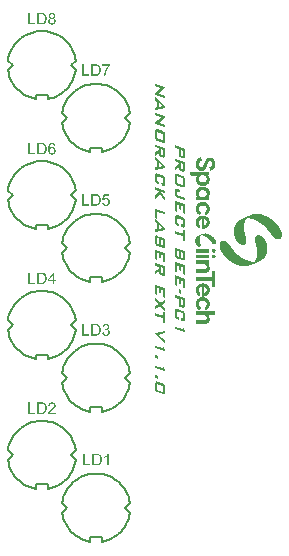
<source format=gbr>
G04*
G04 #@! TF.GenerationSoftware,Altium Limited,Altium Designer,24.1.2 (44)*
G04*
G04 Layer_Color=65535*
%FSLAX44Y44*%
%MOMM*%
G71*
G04*
G04 #@! TF.SameCoordinates,72F2B316-7FC6-4B7C-B3EC-A1DFD3802FF3*
G04*
G04*
G04 #@! TF.FilePolarity,Positive*
G04*
G01*
G75*
%ADD10C,0.1800*%
G36*
X235370Y336120D02*
X235522D01*
Y335512D01*
X235675D01*
Y334904D01*
X235827D01*
Y334295D01*
X235979D01*
Y333839D01*
X235827D01*
Y333687D01*
X235370D01*
Y333535D01*
X235066D01*
Y333383D01*
X234914D01*
Y333231D01*
X234762D01*
Y333079D01*
X234458D01*
Y332774D01*
X234306D01*
Y332622D01*
X234154D01*
Y332470D01*
X234002D01*
Y332166D01*
X233849D01*
Y331558D01*
X233697D01*
Y329733D01*
X233849D01*
Y329124D01*
X234002D01*
Y328820D01*
X234154D01*
Y328668D01*
X234306D01*
Y328516D01*
X234458D01*
Y328364D01*
X234610D01*
Y328212D01*
X235218D01*
Y328060D01*
X235522D01*
Y328212D01*
X235979D01*
Y328364D01*
X236283D01*
Y328516D01*
X236435D01*
Y328668D01*
X236587D01*
Y328820D01*
X236739D01*
Y328972D01*
X236891D01*
Y329124D01*
X237043D01*
Y329428D01*
X237195D01*
Y329733D01*
X237348D01*
Y330037D01*
X237500D01*
Y330493D01*
X237652D01*
Y330949D01*
X237804D01*
Y331254D01*
X237956D01*
Y331710D01*
X238108D01*
Y332166D01*
X238260D01*
Y332622D01*
X238412D01*
Y332926D01*
X238564D01*
Y333231D01*
X238716D01*
Y333535D01*
X238869D01*
Y333839D01*
X239021D01*
Y334143D01*
X239173D01*
Y334295D01*
X239325D01*
Y334447D01*
X239477D01*
Y334752D01*
X239629D01*
Y334904D01*
X239781D01*
Y335056D01*
X239933D01*
Y335208D01*
X240085D01*
Y335360D01*
X240389D01*
Y335512D01*
X240542D01*
Y335664D01*
X240846D01*
Y335816D01*
X241150D01*
Y335968D01*
X241454D01*
Y336120D01*
X242215D01*
Y336273D01*
X243431D01*
Y336120D01*
X244192D01*
Y335968D01*
X244496D01*
Y335816D01*
X244800D01*
Y335664D01*
X245104D01*
Y335512D01*
X245257D01*
Y335360D01*
X245561D01*
Y335208D01*
X245713D01*
Y335056D01*
X245865D01*
Y334904D01*
X246017D01*
Y334752D01*
X246169D01*
Y334447D01*
X246321D01*
Y334295D01*
X246473D01*
Y333991D01*
X246625D01*
Y333839D01*
X246777D01*
Y333535D01*
X246929D01*
Y333079D01*
X247082D01*
Y332622D01*
X247234D01*
Y331862D01*
X247386D01*
Y329885D01*
X247234D01*
Y328972D01*
X247082D01*
Y328516D01*
X246929D01*
Y328212D01*
X246777D01*
Y327907D01*
X246625D01*
Y327603D01*
X246473D01*
Y327299D01*
X246321D01*
Y327147D01*
X246169D01*
Y326995D01*
X246017D01*
Y326843D01*
X245865D01*
Y326691D01*
X245713D01*
Y326539D01*
X245561D01*
Y326386D01*
X245409D01*
Y326234D01*
X245257D01*
Y326082D01*
X244952D01*
Y325930D01*
X244648D01*
Y325778D01*
X244496D01*
Y325626D01*
X244040D01*
Y325474D01*
X243736D01*
Y325322D01*
X243127D01*
Y325626D01*
X242975D01*
Y326234D01*
X242823D01*
Y326691D01*
X242671D01*
Y327299D01*
X242519D01*
Y327907D01*
X242367D01*
Y328212D01*
X242519D01*
Y328364D01*
X242823D01*
Y328516D01*
X243127D01*
Y328668D01*
X243431D01*
Y328820D01*
X243584D01*
Y328972D01*
X243736D01*
Y329124D01*
X243888D01*
Y329276D01*
X244040D01*
Y329428D01*
X244192D01*
Y329885D01*
X244344D01*
Y330645D01*
X244496D01*
Y331101D01*
X244344D01*
Y332014D01*
X244192D01*
Y332318D01*
X244040D01*
Y332622D01*
X243888D01*
Y332774D01*
X243736D01*
Y332926D01*
X243431D01*
Y333079D01*
X242367D01*
Y332926D01*
X242062D01*
Y332774D01*
X241910D01*
Y332622D01*
X241758D01*
Y332470D01*
X241606D01*
Y332318D01*
X241454D01*
Y332014D01*
X241302D01*
Y331710D01*
X241150D01*
Y331406D01*
X240998D01*
Y330949D01*
X240846D01*
Y330645D01*
X240694D01*
Y330189D01*
X240542D01*
Y329733D01*
X240389D01*
Y329580D01*
Y329276D01*
X240237D01*
Y328820D01*
X240085D01*
Y328364D01*
X239933D01*
Y328060D01*
X239781D01*
Y327755D01*
X239629D01*
Y327451D01*
X239477D01*
Y327147D01*
X239325D01*
Y326995D01*
X239173D01*
Y326691D01*
X239021D01*
Y326539D01*
X238869D01*
Y326386D01*
X238716D01*
Y326234D01*
X238564D01*
Y326082D01*
X238412D01*
Y325930D01*
X238260D01*
Y325778D01*
X237956D01*
Y325626D01*
X237804D01*
Y325474D01*
X237500D01*
Y325322D01*
X237043D01*
Y325170D01*
X236435D01*
Y325018D01*
X234458D01*
Y325170D01*
X233849D01*
Y325322D01*
X233545D01*
Y325474D01*
X233241D01*
Y325626D01*
X232937D01*
Y325778D01*
X232785D01*
Y325930D01*
X232633D01*
Y326082D01*
X232481D01*
Y326234D01*
X232328D01*
Y326386D01*
X232176D01*
Y326539D01*
X232024D01*
Y326691D01*
X231872D01*
Y326843D01*
X231720D01*
Y327147D01*
X231568D01*
Y327451D01*
X231416D01*
Y327755D01*
X231264D01*
Y328060D01*
X231112D01*
Y328516D01*
X230960D01*
Y329124D01*
X230807D01*
Y332166D01*
X230960D01*
Y332926D01*
X231112D01*
Y333231D01*
X231264D01*
Y333687D01*
X231416D01*
Y333991D01*
X231568D01*
Y334143D01*
X231720D01*
Y334447D01*
X231872D01*
Y334599D01*
X232024D01*
Y334752D01*
X232176D01*
Y335056D01*
X232328D01*
Y335208D01*
X232481D01*
Y335360D01*
X232785D01*
Y335512D01*
X232937D01*
Y335664D01*
X233089D01*
Y335816D01*
X233393D01*
Y335968D01*
X233545D01*
Y336120D01*
X233849D01*
Y336273D01*
X234154D01*
Y336425D01*
X234610D01*
Y336577D01*
X235370D01*
Y336120D01*
D02*
G37*
G36*
X242367Y321367D02*
X241606D01*
Y321215D01*
X240998D01*
Y321063D01*
X241302D01*
Y320911D01*
X241454D01*
Y320607D01*
X241606D01*
Y320455D01*
X241758D01*
Y320303D01*
X241910D01*
Y319998D01*
X242062D01*
Y319694D01*
X242215D01*
Y319390D01*
X242367D01*
Y318934D01*
X242519D01*
Y316196D01*
X242367D01*
Y315740D01*
X242215D01*
Y315284D01*
X242062D01*
Y314979D01*
X241910D01*
Y314827D01*
X241758D01*
Y314523D01*
X241606D01*
Y314371D01*
X241454D01*
Y314219D01*
X241302D01*
Y314067D01*
X241150D01*
Y313915D01*
X240998D01*
Y313763D01*
X240846D01*
Y313610D01*
X240694D01*
Y313458D01*
X240542D01*
Y313306D01*
X240237D01*
Y313154D01*
X239933D01*
Y313002D01*
X239781D01*
Y312850D01*
X239325D01*
Y312698D01*
X238869D01*
Y312546D01*
X238260D01*
Y312394D01*
X235066D01*
Y312546D01*
X234458D01*
Y312698D01*
X234002D01*
Y312850D01*
X233697D01*
Y313002D01*
X233393D01*
Y313154D01*
X233089D01*
Y313306D01*
X232937D01*
Y313458D01*
X232785D01*
Y313610D01*
X232481D01*
Y313763D01*
X232328D01*
Y313915D01*
X232176D01*
Y314067D01*
X232024D01*
Y314219D01*
X231872D01*
Y314523D01*
X231720D01*
Y314675D01*
X231568D01*
Y314979D01*
X231416D01*
Y315284D01*
X231264D01*
Y315588D01*
X231112D01*
Y316044D01*
X230960D01*
Y316805D01*
X230807D01*
Y318477D01*
X230960D01*
Y319086D01*
X231112D01*
Y319542D01*
X231264D01*
Y319846D01*
X231416D01*
Y320151D01*
X231568D01*
Y320303D01*
X231720D01*
Y320607D01*
X231872D01*
Y320759D01*
X232024D01*
Y320911D01*
X232176D01*
Y321063D01*
X226549D01*
Y321215D01*
X226397D01*
Y321367D01*
X226245D01*
Y323801D01*
X226397D01*
Y323953D01*
X242367D01*
Y321367D01*
D02*
G37*
G36*
X238260Y311481D02*
X238869D01*
Y311329D01*
X239325D01*
Y311177D01*
X239629D01*
Y311025D01*
X239933D01*
Y310873D01*
X240237D01*
Y310721D01*
X240542D01*
Y310569D01*
X240694D01*
Y310417D01*
X240846D01*
Y310264D01*
X240998D01*
Y310112D01*
X241150D01*
Y309960D01*
X241302D01*
Y309808D01*
X241454D01*
Y309656D01*
X241606D01*
Y309504D01*
X241758D01*
Y309200D01*
X241910D01*
Y309048D01*
X242062D01*
Y308743D01*
X242215D01*
Y308287D01*
X242367D01*
Y307831D01*
X242519D01*
Y305093D01*
X242367D01*
Y304637D01*
X242215D01*
Y304333D01*
X242062D01*
Y304029D01*
X241910D01*
Y303724D01*
X241758D01*
Y303572D01*
X241606D01*
Y303268D01*
X241454D01*
Y303116D01*
X241302D01*
Y302964D01*
X240998D01*
Y302812D01*
X241454D01*
Y302660D01*
X242367D01*
Y300074D01*
X231112D01*
Y302660D01*
X231872D01*
Y302812D01*
X232328D01*
Y302964D01*
X232176D01*
Y303116D01*
X232024D01*
Y303268D01*
X231872D01*
Y303420D01*
X231720D01*
Y303724D01*
X231568D01*
Y303876D01*
X231416D01*
Y304181D01*
X231264D01*
Y304485D01*
X231112D01*
Y304941D01*
X230960D01*
Y305550D01*
X230807D01*
Y307223D01*
X230960D01*
Y307983D01*
X231112D01*
Y308439D01*
X231264D01*
Y308743D01*
X231416D01*
Y309048D01*
X231568D01*
Y309352D01*
X231720D01*
Y309504D01*
X231872D01*
Y309808D01*
X232024D01*
Y309960D01*
X232176D01*
Y310112D01*
X232328D01*
Y310264D01*
X232481D01*
Y310417D01*
X232785D01*
Y310569D01*
X232937D01*
Y310721D01*
X233241D01*
Y310873D01*
X233393D01*
Y311025D01*
X233697D01*
Y311177D01*
X234154D01*
Y311329D01*
X234610D01*
Y311481D01*
X235218D01*
Y311633D01*
X238260D01*
Y311481D01*
D02*
G37*
G36*
X237956Y298553D02*
X238716D01*
Y298401D01*
X239173D01*
Y298249D01*
X239477D01*
Y298097D01*
X239781D01*
Y297945D01*
X240085D01*
Y297793D01*
X240237D01*
Y297641D01*
X240542D01*
Y297488D01*
X240694D01*
Y297336D01*
X240846D01*
Y297184D01*
X240998D01*
Y297032D01*
X241150D01*
Y296880D01*
X241302D01*
Y296728D01*
X241454D01*
Y296576D01*
X241606D01*
Y296272D01*
X241758D01*
Y295968D01*
X241910D01*
Y295816D01*
X242062D01*
Y295359D01*
X242215D01*
Y295055D01*
X242367D01*
Y294447D01*
X242519D01*
Y291405D01*
X242367D01*
Y290796D01*
X242215D01*
Y290340D01*
X242062D01*
Y290036D01*
X241910D01*
Y289732D01*
X241758D01*
Y289580D01*
X241606D01*
Y289275D01*
X241454D01*
Y289123D01*
X241302D01*
Y288971D01*
X241150D01*
Y288819D01*
X240998D01*
Y288667D01*
X240846D01*
Y288515D01*
X240542D01*
Y288363D01*
X240389D01*
Y288211D01*
X240085D01*
Y288059D01*
X239781D01*
Y287907D01*
X239477D01*
Y287754D01*
X239021D01*
Y287907D01*
X238869D01*
Y288363D01*
X238716D01*
Y288819D01*
X238564D01*
Y289428D01*
X238412D01*
Y290188D01*
X238564D01*
Y290340D01*
X238716D01*
Y290492D01*
X239021D01*
Y290644D01*
X239173D01*
Y290796D01*
X239325D01*
Y290949D01*
X239477D01*
Y291253D01*
X239629D01*
Y291557D01*
X239781D01*
Y292013D01*
X239933D01*
Y293534D01*
X239781D01*
Y293990D01*
X239629D01*
Y294294D01*
X239477D01*
Y294599D01*
X239325D01*
Y294751D01*
X239173D01*
Y294903D01*
X239021D01*
Y295055D01*
X238869D01*
Y295207D01*
X238564D01*
Y295359D01*
X238260D01*
Y295511D01*
X237804D01*
Y295663D01*
X236891D01*
Y295816D01*
X236587D01*
Y295663D01*
X235522D01*
Y295511D01*
X235218D01*
Y295359D01*
X234914D01*
Y295207D01*
X234610D01*
Y295055D01*
X234458D01*
Y294903D01*
X234306D01*
Y294751D01*
X234154D01*
Y294599D01*
X234002D01*
Y294447D01*
X233849D01*
Y294142D01*
X233697D01*
Y293838D01*
X233545D01*
Y291709D01*
X233697D01*
Y291405D01*
X233849D01*
Y291101D01*
X234002D01*
Y290949D01*
X234154D01*
Y290796D01*
X234306D01*
Y290644D01*
X234458D01*
Y290492D01*
X234762D01*
Y290340D01*
X234914D01*
Y290188D01*
X235066D01*
Y290036D01*
X235218D01*
Y289884D01*
X235066D01*
Y289275D01*
X234914D01*
Y288515D01*
X234762D01*
Y287907D01*
X234610D01*
Y287602D01*
X234002D01*
Y287754D01*
X233697D01*
Y287907D01*
X233393D01*
Y288059D01*
X233089D01*
Y288211D01*
X232937D01*
Y288363D01*
X232785D01*
Y288515D01*
X232481D01*
Y288667D01*
X232328D01*
Y288819D01*
X232176D01*
Y288971D01*
X232024D01*
Y289275D01*
X231872D01*
Y289428D01*
X231720D01*
Y289732D01*
X231568D01*
Y289884D01*
X231416D01*
Y290188D01*
X231264D01*
Y290644D01*
X231112D01*
Y291101D01*
X230960D01*
Y291861D01*
X230807D01*
Y293838D01*
X230960D01*
Y294599D01*
X231112D01*
Y295207D01*
X231264D01*
Y295511D01*
X231416D01*
Y295816D01*
X231568D01*
Y296120D01*
X231720D01*
Y296424D01*
X231872D01*
Y296576D01*
X232024D01*
Y296728D01*
X232176D01*
Y297032D01*
X232328D01*
Y297184D01*
X232481D01*
Y297336D01*
X232785D01*
Y297488D01*
X232937D01*
Y297641D01*
X233089D01*
Y297793D01*
X233393D01*
Y297945D01*
X233697D01*
Y298097D01*
X233849D01*
Y298249D01*
X234306D01*
Y298401D01*
X234762D01*
Y298553D01*
X235370D01*
Y298705D01*
X237956D01*
Y298553D01*
D02*
G37*
G36*
X237652Y286994D02*
X238564D01*
Y286842D01*
X239021D01*
Y286690D01*
X239477D01*
Y286538D01*
X239781D01*
Y286386D01*
X239933D01*
Y286234D01*
X240237D01*
Y286081D01*
X240389D01*
Y285929D01*
X240694D01*
Y285777D01*
X240846D01*
Y285625D01*
X240998D01*
Y285473D01*
X241150D01*
Y285321D01*
X241302D01*
Y285169D01*
X241454D01*
Y284865D01*
X241606D01*
Y284713D01*
X241758D01*
Y284408D01*
X241910D01*
Y284256D01*
X242062D01*
Y283800D01*
X242215D01*
Y283496D01*
X242367D01*
Y282887D01*
X242519D01*
Y279998D01*
X242367D01*
Y279389D01*
X242215D01*
Y279085D01*
X242062D01*
Y278781D01*
X241910D01*
Y278477D01*
X241758D01*
Y278325D01*
X241606D01*
Y278020D01*
X241454D01*
Y277868D01*
X241302D01*
Y277716D01*
X241150D01*
Y277564D01*
X240998D01*
Y277412D01*
X240846D01*
Y277260D01*
X240542D01*
Y277108D01*
X240389D01*
Y276956D01*
X240085D01*
Y276804D01*
X239781D01*
Y276652D01*
X239477D01*
Y276500D01*
X239021D01*
Y276347D01*
X238564D01*
Y276195D01*
X237804D01*
Y276043D01*
X235827D01*
Y284104D01*
X235675D01*
Y283952D01*
X235218D01*
Y283800D01*
X234762D01*
Y283648D01*
X234610D01*
Y283496D01*
X234306D01*
Y283344D01*
X234154D01*
Y283192D01*
X234002D01*
Y283040D01*
X233849D01*
Y282735D01*
X233697D01*
Y282431D01*
X233545D01*
Y281975D01*
X233393D01*
Y280758D01*
X233545D01*
Y280150D01*
X233697D01*
Y279846D01*
X233849D01*
Y279541D01*
X234002D01*
Y279389D01*
X234154D01*
Y279237D01*
X234306D01*
Y279085D01*
X234610D01*
Y278933D01*
X234762D01*
Y278172D01*
X234610D01*
Y277716D01*
X234458D01*
Y277260D01*
X234306D01*
Y276804D01*
X234154D01*
Y276500D01*
X234002D01*
Y276347D01*
X233697D01*
Y276500D01*
X233393D01*
Y276652D01*
X233089D01*
Y276804D01*
X232937D01*
Y276956D01*
X232785D01*
Y277108D01*
X232481D01*
Y277260D01*
X232328D01*
Y277412D01*
X232176D01*
Y277716D01*
X232024D01*
Y277868D01*
X231872D01*
Y278020D01*
X231720D01*
Y278325D01*
X231568D01*
Y278477D01*
X231416D01*
Y278781D01*
X231264D01*
Y279237D01*
X231112D01*
Y279694D01*
X230960D01*
Y280454D01*
X230807D01*
Y282279D01*
X230960D01*
Y283192D01*
X231112D01*
Y283648D01*
X231264D01*
Y283952D01*
X231416D01*
Y284256D01*
X231568D01*
Y284561D01*
X231720D01*
Y284865D01*
X231872D01*
Y285017D01*
X232024D01*
Y285169D01*
X232176D01*
Y285321D01*
X232328D01*
Y285473D01*
X232481D01*
Y285625D01*
X232633D01*
Y285777D01*
X232785D01*
Y285929D01*
X232937D01*
Y286081D01*
X233241D01*
Y286234D01*
X233393D01*
Y286386D01*
X233697D01*
Y286538D01*
X234002D01*
Y286690D01*
X234458D01*
Y286842D01*
X234914D01*
Y286994D01*
X235675D01*
Y287146D01*
X237652D01*
Y286994D01*
D02*
G37*
G36*
X284193Y288515D02*
X285257D01*
Y288363D01*
X286018D01*
Y288211D01*
X286626D01*
Y288059D01*
X287234D01*
Y287907D01*
X287691D01*
Y287754D01*
X288147D01*
Y287602D01*
X288603D01*
Y287450D01*
X288908D01*
Y287298D01*
X289364D01*
Y287146D01*
X289668D01*
Y286994D01*
X290124D01*
Y286842D01*
X290429D01*
Y286690D01*
X290733D01*
Y286538D01*
X291037D01*
Y286386D01*
X291341D01*
Y286234D01*
X291645D01*
Y286081D01*
X291797D01*
Y285929D01*
X292101D01*
Y285777D01*
X292406D01*
Y285625D01*
X292710D01*
Y285473D01*
X292862D01*
Y285321D01*
X293166D01*
Y285169D01*
X293318D01*
Y285017D01*
X293622D01*
Y284865D01*
X293775D01*
Y284713D01*
X294079D01*
Y284561D01*
X294231D01*
Y284408D01*
X294535D01*
Y284256D01*
X294687D01*
Y284104D01*
X294839D01*
Y283952D01*
X295143D01*
Y283800D01*
X295296D01*
Y283648D01*
X295448D01*
Y283496D01*
X295752D01*
Y283344D01*
X295904D01*
Y283192D01*
X296056D01*
Y283040D01*
X296208D01*
Y282887D01*
X296512D01*
Y282735D01*
X296664D01*
Y282583D01*
X296816D01*
Y282431D01*
X296968D01*
Y282279D01*
X297121D01*
Y282127D01*
X297273D01*
Y281975D01*
X297425D01*
Y281823D01*
X297577D01*
Y281671D01*
X297729D01*
Y281519D01*
X297881D01*
Y281367D01*
X298033D01*
Y281214D01*
X298185D01*
Y281062D01*
X298337D01*
Y280910D01*
X298489D01*
Y280758D01*
X298642D01*
Y280606D01*
X298794D01*
Y280454D01*
X298946D01*
Y280302D01*
X299098D01*
Y280150D01*
X299250D01*
Y279998D01*
X299402D01*
Y279694D01*
X299554D01*
Y279541D01*
X299706D01*
Y279389D01*
X299858D01*
Y279237D01*
X300010D01*
Y279085D01*
X300163D01*
Y278781D01*
X300315D01*
Y278629D01*
X300467D01*
Y278477D01*
X300619D01*
Y278172D01*
X300771D01*
Y278020D01*
X300923D01*
Y277868D01*
X301075D01*
Y277564D01*
X301227D01*
Y277412D01*
X301379D01*
Y277108D01*
X301531D01*
Y276956D01*
X301684D01*
Y276652D01*
X301836D01*
Y276500D01*
X301988D01*
Y276195D01*
X302140D01*
Y275891D01*
X302292D01*
Y275739D01*
X302444D01*
Y275435D01*
X302596D01*
Y275131D01*
X302748D01*
Y274827D01*
X302900D01*
Y274370D01*
X303052D01*
Y274066D01*
X303204D01*
Y273458D01*
X303356D01*
Y273001D01*
X303509D01*
Y272241D01*
X303661D01*
Y269655D01*
X303509D01*
Y269199D01*
X303356D01*
Y268743D01*
X303204D01*
Y268438D01*
X303052D01*
Y268286D01*
X302900D01*
Y267982D01*
X302748D01*
Y267830D01*
X302596D01*
Y267678D01*
X302444D01*
Y267526D01*
X302140D01*
Y267374D01*
X301836D01*
Y267222D01*
X301531D01*
Y267070D01*
X300771D01*
Y266918D01*
X300315D01*
Y267070D01*
X299554D01*
Y267222D01*
X299250D01*
Y267374D01*
X298794D01*
Y267526D01*
X298489D01*
Y267678D01*
X298337D01*
Y267830D01*
X298033D01*
Y267982D01*
X297881D01*
Y268134D01*
X297577D01*
Y268286D01*
X297425D01*
Y268438D01*
X297273D01*
Y268591D01*
X297121D01*
Y268743D01*
X296968D01*
Y268895D01*
X296816D01*
Y269047D01*
X296664D01*
Y269199D01*
X296512D01*
Y269351D01*
X296360D01*
Y269503D01*
X296208D01*
Y269655D01*
X296056D01*
Y269807D01*
X295904D01*
Y269960D01*
X295752D01*
Y270112D01*
X295600D01*
Y270264D01*
X295448D01*
Y270416D01*
X295296D01*
Y270720D01*
X295143D01*
Y270872D01*
X294991D01*
Y271024D01*
X294839D01*
Y271176D01*
X294687D01*
Y271480D01*
X294535D01*
Y271632D01*
X294383D01*
Y271937D01*
X294231D01*
Y272089D01*
X294079D01*
Y272241D01*
X293927D01*
Y272545D01*
X293775D01*
Y272697D01*
X293622D01*
Y273001D01*
X293470D01*
Y273153D01*
X293318D01*
Y273458D01*
X293166D01*
Y273610D01*
X293014D01*
Y273762D01*
X292862D01*
Y274066D01*
X292710D01*
Y274218D01*
X292558D01*
Y274370D01*
X292406D01*
Y274522D01*
X292254D01*
Y274827D01*
X292101D01*
Y274979D01*
X291949D01*
Y275131D01*
X291797D01*
Y275283D01*
X291645D01*
Y275435D01*
X291493D01*
Y275739D01*
X291341D01*
Y275891D01*
X291189D01*
Y276043D01*
X291037D01*
Y276195D01*
X290885D01*
Y276347D01*
X290733D01*
Y276500D01*
X290581D01*
Y276652D01*
X290429D01*
Y276804D01*
X290276D01*
Y276956D01*
X290124D01*
Y277108D01*
X289972D01*
Y277260D01*
X289820D01*
Y277412D01*
X289668D01*
Y277564D01*
X289516D01*
Y277716D01*
X289364D01*
Y277868D01*
X289212D01*
Y278020D01*
X289060D01*
Y278172D01*
X288908D01*
Y278325D01*
X288755D01*
Y278477D01*
X288603D01*
Y278629D01*
X288299D01*
Y278781D01*
X288147D01*
Y278933D01*
X287995D01*
Y279085D01*
X287843D01*
Y279237D01*
X287691D01*
Y279389D01*
X287387D01*
Y279541D01*
X287234D01*
Y279694D01*
X287082D01*
Y279846D01*
X286930D01*
Y279998D01*
X286626D01*
Y280150D01*
X286474D01*
Y280302D01*
X286322D01*
Y280454D01*
X286018D01*
Y280606D01*
X285866D01*
Y280758D01*
X285562D01*
Y280910D01*
X285409D01*
Y281062D01*
X285105D01*
Y281214D01*
X284953D01*
Y281367D01*
X284649D01*
Y281519D01*
X284497D01*
Y281671D01*
X284193D01*
Y281823D01*
X283888D01*
Y281975D01*
X283736D01*
Y282127D01*
X283432D01*
Y282279D01*
X283128D01*
Y282431D01*
X282824D01*
Y282583D01*
X282520D01*
Y282735D01*
X282215D01*
Y282887D01*
X281911D01*
Y283040D01*
X281607D01*
Y283192D01*
X281303D01*
Y283344D01*
X280999D01*
Y283496D01*
X280542D01*
Y283648D01*
X280238D01*
Y283800D01*
X279782D01*
Y283952D01*
X279326D01*
Y284104D01*
X278869D01*
Y284256D01*
X278413D01*
Y284408D01*
X277805D01*
Y284561D01*
X277196D01*
Y284713D01*
X276436D01*
Y284865D01*
X275219D01*
Y285017D01*
X273850D01*
Y284713D01*
X273698D01*
Y284561D01*
X273546D01*
Y284408D01*
X273394D01*
Y284104D01*
X273242D01*
Y283952D01*
X273090D01*
Y283648D01*
X272938D01*
Y283344D01*
X272786D01*
Y283040D01*
X272633D01*
Y282735D01*
X272481D01*
Y282431D01*
X272329D01*
Y281975D01*
X272177D01*
Y281367D01*
X272025D01*
Y280910D01*
X271873D01*
Y279998D01*
X271721D01*
Y278477D01*
X271569D01*
Y277108D01*
X271721D01*
Y275283D01*
X271873D01*
Y274218D01*
X272025D01*
Y273305D01*
X272177D01*
Y272545D01*
X272329D01*
Y271785D01*
X272481D01*
Y271176D01*
X272633D01*
Y270568D01*
X272786D01*
Y269807D01*
X272938D01*
Y269047D01*
X273090D01*
Y268286D01*
X273242D01*
Y267374D01*
X273394D01*
Y264180D01*
X273242D01*
Y263724D01*
X273090D01*
Y263419D01*
X272938D01*
Y263267D01*
X272786D01*
Y263115D01*
X272633D01*
Y262963D01*
X272481D01*
Y262811D01*
X272329D01*
Y262659D01*
X272025D01*
Y262507D01*
X271417D01*
Y262355D01*
X270200D01*
Y262507D01*
X269440D01*
Y262659D01*
X268983D01*
Y262811D01*
X268679D01*
Y262963D01*
X268375D01*
Y263115D01*
X268071D01*
Y263267D01*
X267766D01*
Y263419D01*
X267614D01*
Y263571D01*
X267310D01*
Y263724D01*
X267158D01*
Y263876D01*
X267006D01*
Y264028D01*
X266854D01*
Y264180D01*
X266702D01*
Y264332D01*
X266550D01*
Y264484D01*
X266398D01*
Y264636D01*
X266245D01*
Y264788D01*
X266093D01*
Y264940D01*
X265941D01*
Y265092D01*
X265789D01*
Y265245D01*
X265637D01*
Y265549D01*
X265485D01*
Y265701D01*
X265333D01*
Y266005D01*
X265181D01*
Y266157D01*
X265029D01*
Y266461D01*
X264877D01*
Y266765D01*
X264725D01*
Y267070D01*
X264573D01*
Y267374D01*
X264420D01*
Y267678D01*
X264268D01*
Y267982D01*
X264116D01*
Y268438D01*
X263964D01*
Y268743D01*
X263812D01*
Y269351D01*
X263660D01*
Y269807D01*
X263508D01*
Y270568D01*
X263356D01*
Y271480D01*
X263204D01*
Y276043D01*
X263356D01*
Y276956D01*
X263508D01*
Y277564D01*
X263660D01*
Y278172D01*
X263812D01*
Y278629D01*
X263964D01*
Y278933D01*
X264116D01*
Y279237D01*
X264268D01*
Y279541D01*
X264420D01*
Y279846D01*
X264573D01*
Y280150D01*
X264725D01*
Y280454D01*
X264877D01*
Y280606D01*
X265029D01*
Y280910D01*
X265181D01*
Y281062D01*
X265333D01*
Y281214D01*
X265485D01*
Y281519D01*
X265637D01*
Y281671D01*
X265789D01*
Y281823D01*
X265941D01*
Y281975D01*
X266093D01*
Y282127D01*
X266245D01*
Y282279D01*
X266398D01*
Y282431D01*
X266550D01*
Y282583D01*
X266854D01*
Y282735D01*
X267006D01*
Y282887D01*
X267158D01*
Y283040D01*
X267462D01*
Y283192D01*
X267614D01*
Y283344D01*
X267918D01*
Y283496D01*
X268071D01*
Y283648D01*
X268375D01*
Y283800D01*
X268679D01*
Y283952D01*
X268983D01*
Y284104D01*
X269135D01*
Y284256D01*
X269440D01*
Y284408D01*
X269744D01*
Y284561D01*
X270048D01*
Y284713D01*
X270352D01*
Y284865D01*
X270656D01*
Y285017D01*
X271112D01*
Y285169D01*
X271417D01*
Y285321D01*
X271721D01*
Y285473D01*
X272025D01*
Y285625D01*
X272329D01*
Y285777D01*
X272786D01*
Y285929D01*
X273090D01*
Y286081D01*
X273394D01*
Y286234D01*
X273850D01*
Y286386D01*
X274154D01*
Y286538D01*
X274611D01*
Y286690D01*
X274915D01*
Y286842D01*
X275371D01*
Y286994D01*
X275675D01*
Y287146D01*
X276132D01*
Y287298D01*
X276588D01*
Y287450D01*
X277044D01*
Y287602D01*
X277348D01*
Y287754D01*
X277805D01*
Y287907D01*
X278109D01*
Y288059D01*
X278717D01*
Y288211D01*
X279174D01*
Y288363D01*
X279782D01*
Y288515D01*
X280695D01*
Y288667D01*
X284193D01*
Y288515D01*
D02*
G37*
G36*
X239325Y272089D02*
X240237D01*
Y271937D01*
X240846D01*
Y271785D01*
X241302D01*
Y271632D01*
X241758D01*
Y271480D01*
X242062D01*
Y271328D01*
X242367D01*
Y271176D01*
X242671D01*
Y271024D01*
X242975D01*
Y270872D01*
X243279D01*
Y270720D01*
X243431D01*
Y270568D01*
X243736D01*
Y270416D01*
X243888D01*
Y270264D01*
X244192D01*
Y270112D01*
X244344D01*
Y269960D01*
X244496D01*
Y269807D01*
X244648D01*
Y269655D01*
X244800D01*
Y269503D01*
X245104D01*
Y269351D01*
X245257D01*
Y269199D01*
X245409D01*
Y269047D01*
X245561D01*
Y268895D01*
X245713D01*
Y268743D01*
X245865D01*
Y268591D01*
X246017D01*
Y268286D01*
X246169D01*
Y268134D01*
X246321D01*
Y267982D01*
X246473D01*
Y267830D01*
X246625D01*
Y267678D01*
X246777D01*
Y267374D01*
X246929D01*
Y267222D01*
X247082D01*
Y266918D01*
X247234D01*
Y266765D01*
X247386D01*
Y266461D01*
X247538D01*
Y266157D01*
X247690D01*
Y265701D01*
X247842D01*
Y265092D01*
X247994D01*
Y263876D01*
X247842D01*
Y263419D01*
X247690D01*
Y263267D01*
X247538D01*
Y263115D01*
X247386D01*
Y262963D01*
X247234D01*
Y262811D01*
X245865D01*
Y262963D01*
X245561D01*
Y263115D01*
X245409D01*
Y263267D01*
X245257D01*
Y263419D01*
X244952D01*
Y263571D01*
X244800D01*
Y263724D01*
X244648D01*
Y263876D01*
X244496D01*
Y264180D01*
X244344D01*
Y264332D01*
X244192D01*
Y264484D01*
X244040D01*
Y264636D01*
X243888D01*
Y264940D01*
X243736D01*
Y265092D01*
X243584D01*
Y265397D01*
X243431D01*
Y265549D01*
X243279D01*
Y265701D01*
X243127D01*
Y266005D01*
X242975D01*
Y266157D01*
X242823D01*
Y266309D01*
X242671D01*
Y266461D01*
X242519D01*
Y266613D01*
X242367D01*
Y266765D01*
X242215D01*
Y267070D01*
X242062D01*
Y267222D01*
X241910D01*
Y267374D01*
X241606D01*
Y267526D01*
X241454D01*
Y267678D01*
X241302D01*
Y267830D01*
X241150D01*
Y267982D01*
X240998D01*
Y268134D01*
X240846D01*
Y268286D01*
X240694D01*
Y268438D01*
X240389D01*
Y268591D01*
X240237D01*
Y268743D01*
X239933D01*
Y268895D01*
X239781D01*
Y269047D01*
X239477D01*
Y269199D01*
X239173D01*
Y269351D01*
X239021D01*
Y269503D01*
X238716D01*
Y269655D01*
X238412D01*
Y269807D01*
X237956D01*
Y269960D01*
X237652D01*
Y270112D01*
X237195D01*
Y270264D01*
X236587D01*
Y270416D01*
X235675D01*
Y270568D01*
X235066D01*
Y270416D01*
X234914D01*
Y270112D01*
X234762D01*
Y269960D01*
X234610D01*
Y269655D01*
X234458D01*
Y269199D01*
X234306D01*
Y268591D01*
X234154D01*
Y266005D01*
X234306D01*
Y265092D01*
X234458D01*
Y264484D01*
X234610D01*
Y263724D01*
X234762D01*
Y262963D01*
X234914D01*
Y261594D01*
X234762D01*
Y261138D01*
X234610D01*
Y260986D01*
X234306D01*
Y260834D01*
X234002D01*
Y260682D01*
X233545D01*
Y260834D01*
X232937D01*
Y260986D01*
X232633D01*
Y261138D01*
X232328D01*
Y261290D01*
X232176D01*
Y261442D01*
X232024D01*
Y261594D01*
X231872D01*
Y261746D01*
X231720D01*
Y261898D01*
X231568D01*
Y262051D01*
X231416D01*
Y262203D01*
X231264D01*
Y262507D01*
X231112D01*
Y262811D01*
X230960D01*
Y263115D01*
X230807D01*
Y263419D01*
X230655D01*
Y264028D01*
X230503D01*
Y264788D01*
X230351D01*
Y266613D01*
X230503D01*
Y267374D01*
X230655D01*
Y267830D01*
X230807D01*
Y268286D01*
X230960D01*
Y268438D01*
X231112D01*
Y268743D01*
X231264D01*
Y268895D01*
X231416D01*
Y269199D01*
X231568D01*
Y269351D01*
X231720D01*
Y269503D01*
X232024D01*
Y269655D01*
X232176D01*
Y269807D01*
X232328D01*
Y269960D01*
X232633D01*
Y270112D01*
X232937D01*
Y270264D01*
X233241D01*
Y270416D01*
X233545D01*
Y270568D01*
X233849D01*
Y270720D01*
X234154D01*
Y270872D01*
X234458D01*
Y271024D01*
X234914D01*
Y271176D01*
X235218D01*
Y271328D01*
X235675D01*
Y271480D01*
X235979D01*
Y271632D01*
X236435D01*
Y271785D01*
X236891D01*
Y271937D01*
X237348D01*
Y272089D01*
X238260D01*
Y272241D01*
X239325D01*
Y272089D01*
D02*
G37*
G36*
X242215Y258704D02*
X242367D01*
Y255967D01*
X231112D01*
Y258857D01*
X242215D01*
Y258704D01*
D02*
G37*
G36*
X246625Y258857D02*
X246929D01*
Y258704D01*
X247082D01*
Y258552D01*
X247234D01*
Y258248D01*
X247386D01*
Y257792D01*
X247538D01*
Y257031D01*
X247386D01*
Y256575D01*
X247234D01*
Y256271D01*
X247082D01*
Y256119D01*
X246929D01*
Y255967D01*
X246625D01*
Y255815D01*
X246321D01*
Y255663D01*
X245561D01*
Y255815D01*
X245104D01*
Y255967D01*
X244952D01*
Y256119D01*
X244648D01*
Y256423D01*
X244496D01*
Y256727D01*
X244344D01*
Y258096D01*
X244496D01*
Y258400D01*
X244648D01*
Y258552D01*
X244800D01*
Y258704D01*
X244952D01*
Y258857D01*
X245104D01*
Y259009D01*
X246625D01*
Y258857D01*
D02*
G37*
G36*
X242367Y251252D02*
X242215D01*
Y251100D01*
X231264D01*
Y251252D01*
X231112D01*
Y253990D01*
X242367D01*
Y251252D01*
D02*
G37*
G36*
X246473Y254142D02*
X246777D01*
Y253990D01*
X246929D01*
Y253838D01*
X247082D01*
Y253685D01*
X247234D01*
Y253533D01*
X247386D01*
Y253077D01*
X247538D01*
Y252164D01*
X247386D01*
Y251708D01*
X247234D01*
Y251556D01*
X247082D01*
Y251404D01*
X246929D01*
Y251252D01*
X246777D01*
Y251100D01*
X246473D01*
Y250948D01*
X245257D01*
Y251100D01*
X244952D01*
Y251252D01*
X244800D01*
Y251404D01*
X244648D01*
Y251556D01*
X244496D01*
Y251708D01*
Y251860D01*
X244344D01*
Y253381D01*
X244496D01*
Y253533D01*
X244648D01*
Y253838D01*
X244800D01*
Y253990D01*
X245104D01*
Y254142D01*
X245257D01*
Y254294D01*
X246473D01*
Y254142D01*
D02*
G37*
G36*
X284345Y270568D02*
X284953D01*
Y270416D01*
X285409D01*
Y270264D01*
X285714D01*
Y270112D01*
X286018D01*
Y269960D01*
X286322D01*
Y269807D01*
X286626D01*
Y269655D01*
X286930D01*
Y269503D01*
X287082D01*
Y269351D01*
X287234D01*
Y269199D01*
X287387D01*
Y269047D01*
X287691D01*
Y268895D01*
X287843D01*
Y268743D01*
X287995D01*
Y268591D01*
X288147D01*
Y268438D01*
X288299D01*
Y268134D01*
X288451D01*
Y267982D01*
X288603D01*
Y267830D01*
X288755D01*
Y267678D01*
X288908D01*
Y267374D01*
X289060D01*
Y267222D01*
X289212D01*
Y266918D01*
X289364D01*
Y266765D01*
X289516D01*
Y266461D01*
X289668D01*
Y266157D01*
X289820D01*
Y265853D01*
X289972D01*
Y265549D01*
X290124D01*
Y265245D01*
X290276D01*
Y264788D01*
X290429D01*
Y264332D01*
X290581D01*
Y263876D01*
X290733D01*
Y263419D01*
X290885D01*
Y262811D01*
X291037D01*
Y262051D01*
X291189D01*
Y260682D01*
X291341D01*
Y258096D01*
X291189D01*
Y256575D01*
X291037D01*
Y255815D01*
X290885D01*
Y255206D01*
X290733D01*
Y254750D01*
X290581D01*
Y254294D01*
X290429D01*
Y253990D01*
X290276D01*
Y253685D01*
X290124D01*
Y253381D01*
X289972D01*
Y253077D01*
X289820D01*
Y252773D01*
X289668D01*
Y252469D01*
X289516D01*
Y252316D01*
X289364D01*
Y252164D01*
X289212D01*
Y251860D01*
X289060D01*
Y251708D01*
X288908D01*
Y251556D01*
X288755D01*
Y251404D01*
X288603D01*
Y251252D01*
X288451D01*
Y251100D01*
X288299D01*
Y250948D01*
X288147D01*
Y250796D01*
X287995D01*
Y250644D01*
X287843D01*
Y250491D01*
X287691D01*
Y250339D01*
X287539D01*
Y250187D01*
X287234D01*
Y250035D01*
X287082D01*
Y249883D01*
X286930D01*
Y249731D01*
X286626D01*
Y249579D01*
X286474D01*
Y249427D01*
X286170D01*
Y249275D01*
X285866D01*
Y249123D01*
X285562D01*
Y248970D01*
X285257D01*
Y248818D01*
X284953D01*
Y248666D01*
X284649D01*
Y248514D01*
X284345D01*
Y248362D01*
X284041D01*
Y248210D01*
X283736D01*
Y248058D01*
X283432D01*
Y247906D01*
X283128D01*
Y247754D01*
X282824D01*
Y247602D01*
X282367D01*
Y247449D01*
X282063D01*
Y247297D01*
X281759D01*
Y247145D01*
X281455D01*
Y246993D01*
X280999D01*
Y246841D01*
X280695D01*
Y246689D01*
X280238D01*
Y246537D01*
X279934D01*
Y246385D01*
X279478D01*
Y246233D01*
X279174D01*
Y246081D01*
X278717D01*
Y245929D01*
X278413D01*
Y245777D01*
X277957D01*
Y245624D01*
X277500D01*
Y245472D01*
X277044D01*
Y245320D01*
X276740D01*
Y245168D01*
X276132D01*
Y245016D01*
X275827D01*
Y244864D01*
X275219D01*
Y244712D01*
X274763D01*
Y244560D01*
X274002D01*
Y244408D01*
X269896D01*
Y244560D01*
X269135D01*
Y244712D01*
X268375D01*
Y244864D01*
X267766D01*
Y245016D01*
X267158D01*
Y245168D01*
X266702D01*
Y245320D01*
X266245D01*
Y245472D01*
X265789D01*
Y245624D01*
X265485D01*
Y245777D01*
X265029D01*
Y245929D01*
X264725D01*
Y246081D01*
X264420D01*
Y246233D01*
X263964D01*
Y246385D01*
X263660D01*
Y246537D01*
X263356D01*
Y246689D01*
X263051D01*
Y246841D01*
X262747D01*
Y246993D01*
X262595D01*
Y247145D01*
X262291D01*
Y247297D01*
X261987D01*
Y247449D01*
X261835D01*
Y247602D01*
X261531D01*
Y247754D01*
X261226D01*
Y247906D01*
X261074D01*
Y248058D01*
X260770D01*
Y248210D01*
X260618D01*
Y248362D01*
X260314D01*
Y248514D01*
X260162D01*
Y248666D01*
X259858D01*
Y248818D01*
X259705D01*
Y248970D01*
X259553D01*
Y249123D01*
X259249D01*
Y249275D01*
X259097D01*
Y249427D01*
X258945D01*
Y249579D01*
X258793D01*
Y249731D01*
X258489D01*
Y249883D01*
X258337D01*
Y250035D01*
X258185D01*
Y250187D01*
X258032D01*
Y250339D01*
X257880D01*
Y250491D01*
X257728D01*
Y250644D01*
X257424D01*
Y250796D01*
X257272D01*
Y250948D01*
X257120D01*
Y251100D01*
X256968D01*
Y251252D01*
X256816D01*
Y251404D01*
X256664D01*
Y251556D01*
X256511D01*
Y251708D01*
X256359D01*
Y251860D01*
X256207D01*
Y252012D01*
X256055D01*
Y252164D01*
X255903D01*
Y252316D01*
X255751D01*
Y252469D01*
X255599D01*
Y252621D01*
X255447D01*
Y252925D01*
X255295D01*
Y253077D01*
X255143D01*
Y253229D01*
X254991D01*
Y253381D01*
X254838D01*
Y253533D01*
X254686D01*
Y253685D01*
X254534D01*
Y253838D01*
X254382D01*
Y254142D01*
X254230D01*
Y254294D01*
X254078D01*
Y254446D01*
X253926D01*
Y254750D01*
X253774D01*
Y254902D01*
X253622D01*
Y255054D01*
X253470D01*
Y255358D01*
X253318D01*
Y255511D01*
X253165D01*
Y255815D01*
X253013D01*
Y255967D01*
X252861D01*
Y256271D01*
X252709D01*
Y256423D01*
X252557D01*
Y256727D01*
X252405D01*
Y256879D01*
X252253D01*
Y257183D01*
X252101D01*
Y257488D01*
X251949D01*
Y257792D01*
X251797D01*
Y258096D01*
X251644D01*
Y258400D01*
X251492D01*
Y258857D01*
X251340D01*
Y259161D01*
X251188D01*
Y259769D01*
X251036D01*
Y260378D01*
X250884D01*
Y263267D01*
Y263419D01*
Y263724D01*
X251036D01*
Y264180D01*
X251188D01*
Y264484D01*
X251340D01*
Y264788D01*
X251492D01*
Y264940D01*
X251644D01*
Y265092D01*
X251797D01*
Y265245D01*
X251949D01*
Y265397D01*
X252101D01*
Y265549D01*
X252253D01*
Y265701D01*
X252557D01*
Y265853D01*
X253013D01*
Y266005D01*
X254838D01*
Y265853D01*
X255295D01*
Y265701D01*
X255599D01*
Y265549D01*
X255903D01*
Y265397D01*
X256207D01*
Y265245D01*
X256359D01*
Y265092D01*
X256664D01*
Y264940D01*
X256816D01*
Y264788D01*
X256968D01*
Y264636D01*
X257120D01*
Y264484D01*
X257424D01*
Y264332D01*
X257576D01*
Y264180D01*
X257728D01*
Y264028D01*
X257880D01*
Y263876D01*
X258032D01*
Y263724D01*
X258185D01*
Y263571D01*
X258337D01*
Y263419D01*
X258489D01*
Y263115D01*
X258641D01*
Y262963D01*
X258793D01*
Y262811D01*
X258945D01*
Y262659D01*
X259097D01*
Y262507D01*
X259249D01*
Y262203D01*
X259401D01*
Y262051D01*
X259553D01*
Y261898D01*
X259705D01*
Y261746D01*
X259858D01*
Y261442D01*
X260010D01*
Y261290D01*
X260162D01*
Y261138D01*
X260314D01*
Y260834D01*
X260466D01*
Y260682D01*
X260618D01*
Y260378D01*
X260770D01*
Y260225D01*
X260922D01*
Y259921D01*
X261074D01*
Y259769D01*
X261226D01*
Y259617D01*
X261378D01*
Y259313D01*
X261531D01*
Y259161D01*
X261683D01*
Y259009D01*
X261835D01*
Y258704D01*
X261987D01*
Y258552D01*
X262139D01*
Y258400D01*
X262291D01*
Y258096D01*
X262443D01*
Y257944D01*
X262595D01*
Y257792D01*
X262747D01*
Y257640D01*
X262899D01*
Y257488D01*
X263051D01*
Y257336D01*
X263204D01*
Y257031D01*
X263356D01*
Y256879D01*
X263508D01*
Y256727D01*
X263660D01*
Y256575D01*
X263812D01*
Y256423D01*
X263964D01*
Y256271D01*
X264116D01*
Y256119D01*
X264268D01*
Y255967D01*
X264420D01*
Y255815D01*
X264573D01*
Y255663D01*
X264725D01*
Y255511D01*
X264877D01*
Y255358D01*
X265029D01*
Y255206D01*
X265181D01*
Y255054D01*
X265333D01*
Y254902D01*
X265485D01*
Y254750D01*
X265637D01*
Y254598D01*
X265941D01*
Y254446D01*
X266093D01*
Y254294D01*
X266245D01*
Y254142D01*
X266398D01*
Y253990D01*
X266550D01*
Y253838D01*
X266854D01*
Y253685D01*
X267006D01*
Y253533D01*
X267158D01*
Y253381D01*
X267310D01*
Y253229D01*
X267614D01*
Y253077D01*
X267766D01*
Y252925D01*
X267918D01*
Y252773D01*
X268223D01*
Y252621D01*
X268375D01*
Y252469D01*
X268527D01*
Y252316D01*
X268831D01*
Y252164D01*
X268983D01*
Y252012D01*
X269287D01*
Y251860D01*
X269440D01*
Y251708D01*
X269744D01*
Y251556D01*
X270048D01*
Y251404D01*
X270200D01*
Y251252D01*
X270504D01*
Y251100D01*
X270808D01*
Y250948D01*
X270960D01*
Y250796D01*
X271265D01*
Y250644D01*
X271569D01*
Y250491D01*
X271873D01*
Y250339D01*
X272177D01*
Y250187D01*
X272481D01*
Y250035D01*
X272786D01*
Y249883D01*
X273090D01*
Y249731D01*
X273394D01*
Y249579D01*
X273850D01*
Y249427D01*
X274154D01*
Y249275D01*
X274611D01*
Y249123D01*
X275067D01*
Y248970D01*
X275523D01*
Y248818D01*
X275979D01*
Y248666D01*
X276588D01*
Y248514D01*
X277196D01*
Y248362D01*
X278109D01*
Y248210D01*
X279174D01*
Y248058D01*
X280542D01*
Y248210D01*
X280695D01*
Y248362D01*
X280847D01*
Y248666D01*
X280999D01*
Y248818D01*
X281151D01*
Y249123D01*
X281303D01*
Y249275D01*
X281455D01*
Y249579D01*
X281607D01*
Y249883D01*
X281759D01*
Y250187D01*
X281911D01*
Y250644D01*
X282063D01*
Y250948D01*
X282215D01*
Y251404D01*
X282367D01*
Y252012D01*
X282520D01*
Y252773D01*
X282672D01*
Y254142D01*
X282824D01*
Y256423D01*
X282672D01*
Y257944D01*
X282520D01*
Y259009D01*
X282367D01*
Y259921D01*
X282215D01*
Y260682D01*
X282063D01*
Y261442D01*
X281911D01*
Y262051D01*
X281759D01*
Y262659D01*
X281607D01*
Y263419D01*
X281455D01*
Y264180D01*
X281303D01*
Y264940D01*
X281151D01*
Y266005D01*
X280999D01*
Y268591D01*
X281151D01*
Y269199D01*
X281303D01*
Y269503D01*
X281455D01*
Y269807D01*
X281607D01*
Y269960D01*
X281759D01*
Y270112D01*
X281911D01*
Y270264D01*
X282215D01*
Y270416D01*
X282520D01*
Y270568D01*
X282976D01*
Y270720D01*
X284345D01*
Y270568D01*
D02*
G37*
G36*
X242215Y249123D02*
X242367D01*
Y246689D01*
X242215D01*
Y246537D01*
X240998D01*
Y246385D01*
X241150D01*
Y246233D01*
X241302D01*
Y246081D01*
X241454D01*
Y245929D01*
X241606D01*
Y245777D01*
X241758D01*
Y245472D01*
X241910D01*
Y245320D01*
X242062D01*
Y245016D01*
X242215D01*
Y244560D01*
X242367D01*
Y244103D01*
X242519D01*
Y241518D01*
X242367D01*
Y241061D01*
X242215D01*
Y240605D01*
X242062D01*
Y240453D01*
X241910D01*
Y240149D01*
X241758D01*
Y239997D01*
X241606D01*
Y239845D01*
X241454D01*
Y239693D01*
X241302D01*
Y239541D01*
X241150D01*
Y239389D01*
X240846D01*
Y239236D01*
X240694D01*
Y239084D01*
X240237D01*
Y238932D01*
X239781D01*
Y238780D01*
X238869D01*
Y238628D01*
X231264D01*
Y238780D01*
X231112D01*
Y241518D01*
X231264D01*
Y241670D01*
X238564D01*
Y241822D01*
X238869D01*
Y241974D01*
X239173D01*
Y242126D01*
X239325D01*
Y242278D01*
X239477D01*
Y242430D01*
X239629D01*
Y242582D01*
X239781D01*
Y243039D01*
X239933D01*
Y244408D01*
X239781D01*
Y244712D01*
X239629D01*
Y245016D01*
X239477D01*
Y245320D01*
X239325D01*
Y245472D01*
X239173D01*
Y245624D01*
X239021D01*
Y245777D01*
X238716D01*
Y245929D01*
X238412D01*
Y246081D01*
X238108D01*
Y246233D01*
X237348D01*
Y246385D01*
X231112D01*
Y249123D01*
X231264D01*
Y249275D01*
X242215D01*
Y249123D01*
D02*
G37*
G36*
X246929Y240301D02*
X247082D01*
Y227069D01*
X244344D01*
Y227221D01*
X244192D01*
Y232240D01*
X231112D01*
Y235130D01*
X231264D01*
Y235282D01*
X244192D01*
Y240301D01*
X244344D01*
Y240453D01*
X246929D01*
Y240301D01*
D02*
G37*
G36*
X237804Y229655D02*
X238564D01*
Y229502D01*
X239021D01*
Y229350D01*
X239477D01*
Y229198D01*
X239781D01*
Y229046D01*
X240085D01*
Y228894D01*
X240237D01*
Y228742D01*
X240542D01*
Y228590D01*
X240694D01*
Y228438D01*
X240846D01*
Y228286D01*
X240998D01*
Y228134D01*
X241150D01*
Y227981D01*
X241302D01*
Y227829D01*
X241454D01*
Y227677D01*
X241606D01*
Y227373D01*
X241758D01*
Y227069D01*
X241910D01*
Y226917D01*
X242062D01*
Y226460D01*
X242215D01*
Y226156D01*
X242367D01*
Y225548D01*
X242519D01*
Y222658D01*
X242367D01*
Y222050D01*
X242215D01*
Y221746D01*
X242062D01*
Y221441D01*
X241910D01*
Y221137D01*
X241758D01*
Y220985D01*
X241606D01*
Y220681D01*
X241454D01*
Y220529D01*
X241302D01*
Y220377D01*
X241150D01*
Y220225D01*
X240998D01*
Y220072D01*
X240846D01*
Y219920D01*
X240542D01*
Y219768D01*
X240389D01*
Y219616D01*
X240085D01*
Y219464D01*
X239781D01*
Y219312D01*
X239477D01*
Y219160D01*
X239021D01*
Y219008D01*
X238564D01*
Y218856D01*
X237652D01*
Y218704D01*
X235979D01*
Y218856D01*
X235827D01*
Y226765D01*
X235675D01*
Y226613D01*
X235218D01*
Y226460D01*
X234762D01*
Y226308D01*
X234610D01*
Y226156D01*
X234306D01*
Y226004D01*
X234154D01*
Y225852D01*
X234002D01*
Y225700D01*
X233849D01*
Y225396D01*
X233697D01*
Y225092D01*
X233545D01*
Y224635D01*
X233393D01*
Y223419D01*
X233545D01*
Y222810D01*
X233697D01*
Y222506D01*
X233849D01*
Y222202D01*
X234002D01*
Y222050D01*
X234154D01*
Y221898D01*
X234306D01*
Y221746D01*
X234610D01*
Y221593D01*
X234762D01*
Y220833D01*
X234610D01*
Y220377D01*
X234458D01*
Y219920D01*
X234306D01*
Y219464D01*
X234154D01*
Y219160D01*
X234002D01*
Y219008D01*
X233697D01*
Y219160D01*
X233393D01*
Y219312D01*
X233241D01*
Y219464D01*
X232937D01*
Y219616D01*
X232785D01*
Y219768D01*
X232633D01*
Y219920D01*
X232328D01*
Y220072D01*
X232176D01*
Y220377D01*
X232024D01*
Y220529D01*
X231872D01*
Y220681D01*
X231720D01*
Y220985D01*
X231568D01*
Y221137D01*
X231416D01*
Y221441D01*
X231264D01*
Y221898D01*
X231112D01*
Y222354D01*
X230960D01*
Y223114D01*
X230807D01*
Y224940D01*
X230960D01*
Y225852D01*
X231112D01*
Y226308D01*
X231264D01*
Y226613D01*
X231416D01*
Y226917D01*
X231568D01*
Y227221D01*
X231720D01*
Y227525D01*
X231872D01*
Y227677D01*
X232024D01*
Y227829D01*
X232176D01*
Y227981D01*
X232328D01*
Y228286D01*
X232633D01*
Y228438D01*
X232785D01*
Y228590D01*
X232937D01*
Y228742D01*
X233241D01*
Y228894D01*
X233393D01*
Y229046D01*
X233697D01*
Y229198D01*
X234002D01*
Y229350D01*
X234458D01*
Y229502D01*
X234914D01*
Y229655D01*
X235675D01*
Y229807D01*
X237804D01*
Y229655D01*
D02*
G37*
G36*
X237956Y217943D02*
X238564D01*
Y217791D01*
X239021D01*
Y217639D01*
X239477D01*
Y217487D01*
X239781D01*
Y217335D01*
X240085D01*
Y217183D01*
X240237D01*
Y217031D01*
X240542D01*
Y216879D01*
X240694D01*
Y216726D01*
X240846D01*
Y216574D01*
X240998D01*
Y216422D01*
X241150D01*
Y216270D01*
X241302D01*
Y216118D01*
X241454D01*
Y215814D01*
X241606D01*
Y215662D01*
X241758D01*
Y215358D01*
X241910D01*
Y215205D01*
X242062D01*
Y214749D01*
X242215D01*
Y214445D01*
X242367D01*
Y213837D01*
X242519D01*
Y210795D01*
X242367D01*
Y210186D01*
X242215D01*
Y209730D01*
X242062D01*
Y209426D01*
X241910D01*
Y209122D01*
X241758D01*
Y208970D01*
X241606D01*
Y208666D01*
X241454D01*
Y208513D01*
X241302D01*
Y208361D01*
X241150D01*
Y208209D01*
X240998D01*
Y208057D01*
X240846D01*
Y207905D01*
X240542D01*
Y207753D01*
X240389D01*
Y207601D01*
X240085D01*
Y207449D01*
X239781D01*
Y207297D01*
X239477D01*
Y207145D01*
X239021D01*
Y207297D01*
X238869D01*
Y207753D01*
X238716D01*
Y208209D01*
X238564D01*
Y208666D01*
X238412D01*
Y209578D01*
X238564D01*
Y209730D01*
X238716D01*
Y209882D01*
X239021D01*
Y210034D01*
X239173D01*
Y210186D01*
X239325D01*
Y210338D01*
X239477D01*
Y210643D01*
X239629D01*
Y210947D01*
X239781D01*
Y211403D01*
X239933D01*
Y212924D01*
X239781D01*
Y213380D01*
X239629D01*
Y213685D01*
X239477D01*
Y213989D01*
X239325D01*
Y214141D01*
X239173D01*
Y214293D01*
X239021D01*
Y214445D01*
X238869D01*
Y214597D01*
X238564D01*
Y214749D01*
X238260D01*
Y214901D01*
X237804D01*
Y215053D01*
X235675D01*
Y214901D01*
X235218D01*
Y214749D01*
X234914D01*
Y214597D01*
X234610D01*
Y214445D01*
X234458D01*
Y214293D01*
X234306D01*
Y214141D01*
X234154D01*
Y213989D01*
X234002D01*
Y213837D01*
X233849D01*
Y213533D01*
X233697D01*
Y213076D01*
X233545D01*
Y211099D01*
X233697D01*
Y210795D01*
X233849D01*
Y210491D01*
X234002D01*
Y210338D01*
X234154D01*
Y210186D01*
X234306D01*
Y210034D01*
X234458D01*
Y209882D01*
X234610D01*
Y209730D01*
X234914D01*
Y209578D01*
X235066D01*
Y208513D01*
X234914D01*
Y207905D01*
X234762D01*
Y207297D01*
X234610D01*
Y206992D01*
X234002D01*
Y207145D01*
X233697D01*
Y207297D01*
X233393D01*
Y207449D01*
X233089D01*
Y207601D01*
X232937D01*
Y207753D01*
X232785D01*
Y207905D01*
X232481D01*
Y208057D01*
X232328D01*
Y208209D01*
X232176D01*
Y208361D01*
X232024D01*
Y208666D01*
X231872D01*
Y208818D01*
X231720D01*
Y209122D01*
X231568D01*
Y209274D01*
X231416D01*
Y209578D01*
X231264D01*
Y210034D01*
X231112D01*
Y210491D01*
X230960D01*
Y211251D01*
X230807D01*
Y213228D01*
X230960D01*
Y213989D01*
X231112D01*
Y214597D01*
X231264D01*
Y214901D01*
X231416D01*
Y215205D01*
X231568D01*
Y215510D01*
X231720D01*
Y215814D01*
X231872D01*
Y215966D01*
X232024D01*
Y216118D01*
X232176D01*
Y216270D01*
X232328D01*
Y216574D01*
X232633D01*
Y216726D01*
X232785D01*
Y216879D01*
X232937D01*
Y217031D01*
X233089D01*
Y217183D01*
X233393D01*
Y217335D01*
X233697D01*
Y217487D01*
X234002D01*
Y217639D01*
X234306D01*
Y217791D01*
X234762D01*
Y217943D01*
X235522D01*
Y218095D01*
X237956D01*
Y217943D01*
D02*
G37*
G36*
X247234Y205928D02*
X247386D01*
Y203190D01*
X241150D01*
Y203038D01*
X241302D01*
Y202886D01*
X241454D01*
Y202734D01*
X241606D01*
Y202582D01*
X241758D01*
Y202278D01*
X241910D01*
Y202125D01*
X242062D01*
Y201821D01*
X242215D01*
Y201365D01*
X242367D01*
Y200909D01*
X242519D01*
Y198323D01*
X242367D01*
Y197867D01*
X242215D01*
Y197411D01*
X242062D01*
Y197258D01*
X241910D01*
Y196954D01*
X241758D01*
Y196802D01*
X241606D01*
Y196650D01*
X241454D01*
Y196498D01*
X241302D01*
Y196346D01*
X241150D01*
Y196194D01*
X240846D01*
Y196042D01*
X240694D01*
Y195889D01*
X240237D01*
Y195737D01*
X239781D01*
Y195585D01*
X238716D01*
Y195433D01*
X231264D01*
Y195585D01*
X231112D01*
Y198323D01*
X231264D01*
Y198475D01*
X238564D01*
Y198627D01*
X238869D01*
Y198779D01*
X239173D01*
Y198931D01*
X239325D01*
Y199083D01*
X239477D01*
Y199236D01*
X239629D01*
Y199388D01*
X239781D01*
Y199844D01*
X239933D01*
Y201213D01*
X239781D01*
Y201669D01*
X239629D01*
Y201821D01*
X239477D01*
Y202125D01*
X239325D01*
Y202278D01*
X239173D01*
Y202430D01*
X239021D01*
Y202582D01*
X238716D01*
Y202734D01*
X238412D01*
Y202886D01*
X238108D01*
Y203038D01*
X237348D01*
Y203190D01*
X231112D01*
Y205928D01*
X231264D01*
Y206080D01*
X247234D01*
Y205928D01*
D02*
G37*
G36*
X157054Y75871D02*
X155854D01*
Y83501D01*
X155844D01*
X155835Y83482D01*
X155806Y83463D01*
X155777Y83434D01*
X155682Y83349D01*
X155549Y83244D01*
X155387Y83120D01*
X155187Y82977D01*
X154958Y82825D01*
X154711Y82672D01*
X154701D01*
X154682Y82653D01*
X154644Y82634D01*
X154596Y82606D01*
X154530Y82568D01*
X154463Y82529D01*
X154291Y82444D01*
X154101Y82348D01*
X153891Y82244D01*
X153672Y82148D01*
X153463Y82063D01*
Y83215D01*
X153472Y83225D01*
X153510Y83234D01*
X153558Y83263D01*
X153634Y83301D01*
X153720Y83349D01*
X153815Y83406D01*
X153930Y83463D01*
X154053Y83539D01*
X154330Y83701D01*
X154625Y83901D01*
X154920Y84120D01*
X155215Y84358D01*
X155225Y84368D01*
X155244Y84387D01*
X155292Y84425D01*
X155339Y84473D01*
X155396Y84539D01*
X155473Y84606D01*
X155549Y84692D01*
X155634Y84777D01*
X155806Y84977D01*
X155977Y85196D01*
X156139Y85435D01*
X156215Y85549D01*
X156273Y85673D01*
X157054D01*
Y75871D01*
D02*
G37*
G36*
X146929Y85625D02*
X147052D01*
X147176Y85616D01*
X147462Y85596D01*
X147748Y85577D01*
X148024Y85539D01*
X148157Y85520D01*
X148272Y85492D01*
X148281D01*
X148310Y85482D01*
X148357Y85473D01*
X148415Y85454D01*
X148491Y85435D01*
X148567Y85406D01*
X148662Y85368D01*
X148767Y85330D01*
X148996Y85234D01*
X149234Y85111D01*
X149481Y84968D01*
X149710Y84787D01*
X149719Y84777D01*
X149748Y84758D01*
X149786Y84720D01*
X149834Y84672D01*
X149901Y84606D01*
X149977Y84530D01*
X150053Y84434D01*
X150148Y84339D01*
X150234Y84225D01*
X150329Y84092D01*
X150424Y83958D01*
X150520Y83815D01*
X150615Y83653D01*
X150701Y83482D01*
X150863Y83120D01*
Y83110D01*
X150882Y83072D01*
X150901Y83015D01*
X150920Y82939D01*
X150958Y82844D01*
X150986Y82729D01*
X151024Y82596D01*
X151062Y82453D01*
X151091Y82291D01*
X151129Y82110D01*
X151167Y81920D01*
X151196Y81720D01*
X151215Y81501D01*
X151234Y81282D01*
X151253Y80805D01*
Y80796D01*
Y80758D01*
Y80701D01*
Y80615D01*
X151243Y80520D01*
Y80405D01*
X151234Y80281D01*
X151224Y80139D01*
X151205Y79986D01*
X151186Y79834D01*
X151139Y79500D01*
X151072Y79158D01*
X150986Y78824D01*
Y78815D01*
X150977Y78786D01*
X150958Y78738D01*
X150939Y78681D01*
X150910Y78605D01*
X150882Y78519D01*
X150843Y78424D01*
X150805Y78329D01*
X150710Y78100D01*
X150596Y77862D01*
X150462Y77624D01*
X150320Y77405D01*
Y77395D01*
X150301Y77376D01*
X150281Y77348D01*
X150253Y77310D01*
X150167Y77214D01*
X150062Y77081D01*
X149929Y76938D01*
X149777Y76795D01*
X149615Y76652D01*
X149434Y76519D01*
X149424D01*
X149415Y76510D01*
X149386Y76491D01*
X149348Y76462D01*
X149300Y76443D01*
X149243Y76405D01*
X149110Y76338D01*
X148938Y76262D01*
X148738Y76176D01*
X148510Y76100D01*
X148262Y76033D01*
X148253D01*
X148234Y76024D01*
X148195Y76014D01*
X148138Y76005D01*
X148081Y75995D01*
X148005Y75986D01*
X147910Y75967D01*
X147815Y75957D01*
X147700Y75938D01*
X147586Y75919D01*
X147319Y75900D01*
X147024Y75881D01*
X146700Y75871D01*
X143176D01*
Y85634D01*
X146824D01*
X146929Y85625D01*
D02*
G37*
G36*
X136842Y77024D02*
X141642D01*
Y75871D01*
X135546D01*
Y85634D01*
X136842D01*
Y77024D01*
D02*
G37*
G36*
X109220Y129097D02*
X109325D01*
X109439Y129088D01*
X109573Y129068D01*
X109725Y129040D01*
X109896Y129011D01*
X110068Y128964D01*
X110249Y128916D01*
X110439Y128849D01*
X110620Y128773D01*
X110811Y128687D01*
X110982Y128583D01*
X111154Y128459D01*
X111316Y128326D01*
X111325Y128316D01*
X111354Y128287D01*
X111392Y128249D01*
X111440Y128183D01*
X111506Y128106D01*
X111573Y128021D01*
X111649Y127916D01*
X111725Y127792D01*
X111801Y127659D01*
X111878Y127506D01*
X111944Y127354D01*
X112011Y127183D01*
X112059Y127002D01*
X112097Y126802D01*
X112125Y126602D01*
X112135Y126392D01*
Y126383D01*
Y126363D01*
Y126335D01*
Y126297D01*
X112125Y126240D01*
Y126182D01*
X112106Y126030D01*
X112078Y125859D01*
X112030Y125659D01*
X111973Y125449D01*
X111887Y125239D01*
Y125230D01*
X111878Y125211D01*
X111859Y125182D01*
X111840Y125144D01*
X111811Y125087D01*
X111782Y125030D01*
X111697Y124878D01*
X111592Y124706D01*
X111449Y124496D01*
X111287Y124277D01*
X111087Y124049D01*
X111077Y124039D01*
X111059Y124020D01*
X111030Y123982D01*
X110982Y123935D01*
X110916Y123868D01*
X110849Y123792D01*
X110754Y123706D01*
X110649Y123601D01*
X110535Y123487D01*
X110392Y123354D01*
X110249Y123211D01*
X110077Y123058D01*
X109896Y122896D01*
X109696Y122715D01*
X109477Y122534D01*
X109249Y122334D01*
X109239Y122325D01*
X109201Y122296D01*
X109144Y122249D01*
X109077Y122191D01*
X108992Y122115D01*
X108896Y122030D01*
X108668Y121839D01*
X108439Y121639D01*
X108210Y121439D01*
X108106Y121344D01*
X108011Y121249D01*
X107925Y121172D01*
X107858Y121106D01*
X107849Y121096D01*
X107810Y121048D01*
X107753Y120982D01*
X107677Y120906D01*
X107601Y120801D01*
X107515Y120696D01*
X107430Y120582D01*
X107353Y120458D01*
X112144D01*
Y119305D01*
X105696D01*
Y119315D01*
Y119325D01*
Y119382D01*
Y119458D01*
X105705Y119572D01*
X105724Y119696D01*
X105744Y119839D01*
X105782Y119982D01*
X105829Y120134D01*
Y120144D01*
X105839Y120163D01*
X105858Y120201D01*
X105877Y120248D01*
X105906Y120306D01*
X105934Y120372D01*
X106020Y120544D01*
X106134Y120744D01*
X106267Y120963D01*
X106429Y121191D01*
X106620Y121430D01*
X106629Y121439D01*
X106648Y121458D01*
X106677Y121496D01*
X106725Y121544D01*
X106782Y121601D01*
X106848Y121677D01*
X106925Y121763D01*
X107020Y121858D01*
X107125Y121953D01*
X107239Y122068D01*
X107372Y122191D01*
X107506Y122325D01*
X107658Y122458D01*
X107820Y122601D01*
X108001Y122753D01*
X108182Y122906D01*
X108201Y122925D01*
X108249Y122963D01*
X108334Y123030D01*
X108439Y123125D01*
X108573Y123230D01*
X108715Y123363D01*
X108877Y123506D01*
X109049Y123658D01*
X109411Y123992D01*
X109763Y124335D01*
X109925Y124506D01*
X110077Y124677D01*
X110220Y124830D01*
X110335Y124982D01*
X110344Y124992D01*
X110363Y125020D01*
X110392Y125058D01*
X110420Y125116D01*
X110468Y125182D01*
X110516Y125259D01*
X110563Y125354D01*
X110620Y125449D01*
X110725Y125668D01*
X110820Y125906D01*
X110849Y126040D01*
X110878Y126163D01*
X110897Y126297D01*
X110906Y126421D01*
Y126430D01*
Y126449D01*
Y126487D01*
X110897Y126544D01*
X110887Y126602D01*
X110878Y126668D01*
X110839Y126840D01*
X110782Y127030D01*
X110687Y127230D01*
X110630Y127325D01*
X110563Y127430D01*
X110487Y127526D01*
X110392Y127621D01*
X110382Y127630D01*
X110373Y127640D01*
X110335Y127668D01*
X110296Y127697D01*
X110249Y127735D01*
X110182Y127773D01*
X110115Y127821D01*
X110030Y127868D01*
X109944Y127916D01*
X109839Y127964D01*
X109611Y128040D01*
X109354Y128097D01*
X109211Y128106D01*
X109058Y128116D01*
X108973D01*
X108915Y128106D01*
X108839Y128097D01*
X108753Y128088D01*
X108658Y128068D01*
X108563Y128049D01*
X108334Y127992D01*
X108106Y127897D01*
X107991Y127840D01*
X107877Y127764D01*
X107772Y127687D01*
X107668Y127592D01*
X107658Y127583D01*
X107648Y127573D01*
X107620Y127535D01*
X107591Y127497D01*
X107553Y127449D01*
X107506Y127383D01*
X107458Y127306D01*
X107410Y127221D01*
X107363Y127125D01*
X107315Y127021D01*
X107277Y126897D01*
X107229Y126773D01*
X107201Y126640D01*
X107172Y126487D01*
X107163Y126335D01*
X107153Y126163D01*
X105925Y126287D01*
Y126306D01*
X105934Y126344D01*
X105944Y126421D01*
X105953Y126516D01*
X105982Y126630D01*
X106010Y126763D01*
X106048Y126906D01*
X106086Y127068D01*
X106144Y127230D01*
X106210Y127402D01*
X106286Y127573D01*
X106372Y127754D01*
X106477Y127926D01*
X106591Y128088D01*
X106725Y128240D01*
X106868Y128383D01*
X106877Y128392D01*
X106906Y128411D01*
X106953Y128449D01*
X107020Y128497D01*
X107106Y128554D01*
X107201Y128611D01*
X107325Y128678D01*
X107458Y128745D01*
X107610Y128811D01*
X107772Y128878D01*
X107953Y128935D01*
X108153Y128992D01*
X108363Y129040D01*
X108591Y129078D01*
X108830Y129097D01*
X109087Y129107D01*
X109153D01*
X109220Y129097D01*
D02*
G37*
G36*
X100238Y129059D02*
X100362D01*
X100486Y129050D01*
X100772Y129030D01*
X101057Y129011D01*
X101334Y128973D01*
X101467Y128954D01*
X101581Y128926D01*
X101591D01*
X101619Y128916D01*
X101667Y128907D01*
X101724Y128888D01*
X101800Y128869D01*
X101876Y128840D01*
X101972Y128802D01*
X102076Y128764D01*
X102305Y128668D01*
X102543Y128545D01*
X102791Y128402D01*
X103019Y128221D01*
X103029Y128211D01*
X103057Y128192D01*
X103096Y128154D01*
X103143Y128106D01*
X103210Y128040D01*
X103286Y127964D01*
X103362Y127868D01*
X103457Y127773D01*
X103543Y127659D01*
X103638Y127526D01*
X103734Y127392D01*
X103829Y127249D01*
X103924Y127087D01*
X104010Y126916D01*
X104172Y126554D01*
Y126544D01*
X104191Y126506D01*
X104210Y126449D01*
X104229Y126373D01*
X104267Y126278D01*
X104296Y126163D01*
X104334Y126030D01*
X104372Y125887D01*
X104401Y125725D01*
X104439Y125544D01*
X104477Y125354D01*
X104505Y125154D01*
X104524Y124935D01*
X104543Y124716D01*
X104562Y124239D01*
Y124230D01*
Y124192D01*
Y124135D01*
Y124049D01*
X104553Y123954D01*
Y123839D01*
X104543Y123715D01*
X104534Y123573D01*
X104515Y123420D01*
X104496Y123268D01*
X104448Y122934D01*
X104382Y122591D01*
X104296Y122258D01*
Y122249D01*
X104286Y122220D01*
X104267Y122172D01*
X104248Y122115D01*
X104220Y122039D01*
X104191Y121953D01*
X104153Y121858D01*
X104115Y121763D01*
X104019Y121534D01*
X103905Y121296D01*
X103772Y121058D01*
X103629Y120839D01*
Y120829D01*
X103610Y120810D01*
X103591Y120782D01*
X103562Y120744D01*
X103477Y120648D01*
X103372Y120515D01*
X103238Y120372D01*
X103086Y120229D01*
X102924Y120086D01*
X102743Y119953D01*
X102734D01*
X102724Y119944D01*
X102696Y119924D01*
X102657Y119896D01*
X102610Y119877D01*
X102553Y119839D01*
X102419Y119772D01*
X102248Y119696D01*
X102048Y119610D01*
X101819Y119534D01*
X101572Y119467D01*
X101562D01*
X101543Y119458D01*
X101505Y119448D01*
X101448Y119439D01*
X101391Y119429D01*
X101314Y119420D01*
X101219Y119401D01*
X101124Y119391D01*
X101010Y119372D01*
X100895Y119353D01*
X100629Y119334D01*
X100333Y119315D01*
X100009Y119305D01*
X96485D01*
Y129068D01*
X100133D01*
X100238Y129059D01*
D02*
G37*
G36*
X90151Y120458D02*
X94952D01*
Y119305D01*
X88856D01*
Y129068D01*
X90151D01*
Y120458D01*
D02*
G37*
G36*
X154796Y195471D02*
X154873D01*
X154949Y195462D01*
X155044Y195452D01*
X155149Y195443D01*
X155377Y195395D01*
X155616Y195338D01*
X155873Y195252D01*
X156130Y195138D01*
X156139D01*
X156158Y195119D01*
X156196Y195100D01*
X156244Y195072D01*
X156301Y195043D01*
X156358Y194995D01*
X156511Y194890D01*
X156682Y194757D01*
X156854Y194595D01*
X157016Y194405D01*
X157158Y194195D01*
Y194186D01*
X157178Y194167D01*
X157197Y194138D01*
X157216Y194090D01*
X157244Y194043D01*
X157273Y193976D01*
X157339Y193814D01*
X157406Y193633D01*
X157463Y193414D01*
X157501Y193186D01*
X157521Y192938D01*
Y192928D01*
Y192909D01*
Y192881D01*
X157511Y192833D01*
Y192776D01*
X157501Y192709D01*
X157482Y192557D01*
X157435Y192376D01*
X157378Y192185D01*
X157292Y191985D01*
X157178Y191785D01*
Y191776D01*
X157158Y191766D01*
X157140Y191738D01*
X157111Y191700D01*
X157035Y191604D01*
X156920Y191490D01*
X156777Y191357D01*
X156606Y191223D01*
X156406Y191090D01*
X156168Y190966D01*
X156177D01*
X156206Y190957D01*
X156254Y190947D01*
X156311Y190928D01*
X156387Y190900D01*
X156463Y190871D01*
X156663Y190785D01*
X156873Y190680D01*
X157101Y190528D01*
X157320Y190357D01*
X157416Y190252D01*
X157511Y190138D01*
X157521Y190128D01*
X157530Y190109D01*
X157559Y190071D01*
X157587Y190023D01*
X157625Y189966D01*
X157663Y189890D01*
X157711Y189804D01*
X157759Y189709D01*
X157797Y189595D01*
X157844Y189480D01*
X157882Y189347D01*
X157921Y189214D01*
X157978Y188909D01*
X157987Y188737D01*
X157997Y188566D01*
Y188556D01*
Y188509D01*
X157987Y188442D01*
Y188356D01*
X157968Y188242D01*
X157949Y188118D01*
X157921Y187975D01*
X157882Y187813D01*
X157835Y187652D01*
X157768Y187480D01*
X157692Y187299D01*
X157606Y187118D01*
X157492Y186937D01*
X157368Y186747D01*
X157225Y186575D01*
X157063Y186404D01*
X157054Y186394D01*
X157025Y186366D01*
X156968Y186318D01*
X156892Y186270D01*
X156806Y186194D01*
X156692Y186127D01*
X156568Y186042D01*
X156416Y185966D01*
X156254Y185880D01*
X156073Y185794D01*
X155882Y185727D01*
X155673Y185661D01*
X155454Y185604D01*
X155215Y185556D01*
X154968Y185527D01*
X154701Y185518D01*
X154644D01*
X154577Y185527D01*
X154492D01*
X154377Y185537D01*
X154253Y185556D01*
X154110Y185585D01*
X153949Y185613D01*
X153787Y185651D01*
X153615Y185708D01*
X153434Y185765D01*
X153263Y185842D01*
X153082Y185928D01*
X152901Y186032D01*
X152729Y186147D01*
X152568Y186280D01*
X152558Y186289D01*
X152529Y186318D01*
X152491Y186356D01*
X152434Y186423D01*
X152367Y186499D01*
X152291Y186585D01*
X152215Y186689D01*
X152129Y186813D01*
X152044Y186947D01*
X151958Y187099D01*
X151882Y187261D01*
X151805Y187442D01*
X151739Y187632D01*
X151682Y187833D01*
X151634Y188042D01*
X151605Y188271D01*
X152806Y188433D01*
Y188423D01*
X152815Y188385D01*
X152825Y188337D01*
X152844Y188261D01*
X152863Y188185D01*
X152891Y188080D01*
X152929Y187975D01*
X152968Y187861D01*
X153063Y187623D01*
X153187Y187375D01*
X153329Y187147D01*
X153415Y187051D01*
X153501Y186956D01*
X153510D01*
X153520Y186937D01*
X153548Y186918D01*
X153587Y186889D01*
X153634Y186851D01*
X153691Y186813D01*
X153834Y186737D01*
X154015Y186651D01*
X154225Y186575D01*
X154453Y186528D01*
X154577Y186518D01*
X154711Y186509D01*
X154796D01*
X154853Y186518D01*
X154930Y186528D01*
X155006Y186537D01*
X155101Y186556D01*
X155206Y186585D01*
X155435Y186651D01*
X155549Y186699D01*
X155673Y186756D01*
X155796Y186823D01*
X155911Y186899D01*
X156025Y186985D01*
X156139Y187090D01*
X156149Y187099D01*
X156168Y187118D01*
X156196Y187147D01*
X156235Y187194D01*
X156273Y187251D01*
X156320Y187318D01*
X156377Y187394D01*
X156435Y187490D01*
X156482Y187585D01*
X156539Y187699D01*
X156635Y187947D01*
X156663Y188080D01*
X156692Y188223D01*
X156711Y188375D01*
X156720Y188537D01*
Y188547D01*
Y188575D01*
Y188613D01*
X156711Y188680D01*
X156701Y188747D01*
X156692Y188833D01*
X156673Y188918D01*
X156654Y189023D01*
X156587Y189233D01*
X156549Y189347D01*
X156492Y189461D01*
X156425Y189576D01*
X156358Y189690D01*
X156273Y189795D01*
X156177Y189899D01*
X156168Y189909D01*
X156149Y189918D01*
X156120Y189947D01*
X156082Y189985D01*
X156025Y190023D01*
X155958Y190071D01*
X155892Y190119D01*
X155806Y190166D01*
X155711Y190214D01*
X155606Y190261D01*
X155368Y190347D01*
X155101Y190414D01*
X154958Y190423D01*
X154806Y190433D01*
X154749D01*
X154672Y190423D01*
X154577Y190414D01*
X154453Y190404D01*
X154311Y190385D01*
X154149Y190347D01*
X153968Y190309D01*
X154101Y191357D01*
X154120D01*
X154168Y191347D01*
X154234Y191338D01*
X154368D01*
X154425Y191347D01*
X154492D01*
X154568Y191357D01*
X154653Y191376D01*
X154749Y191385D01*
X154968Y191433D01*
X155196Y191509D01*
X155435Y191604D01*
X155673Y191738D01*
X155682Y191747D01*
X155701Y191757D01*
X155730Y191776D01*
X155768Y191814D01*
X155815Y191852D01*
X155873Y191909D01*
X155920Y191966D01*
X155987Y192043D01*
X156044Y192119D01*
X156092Y192214D01*
X156149Y192319D01*
X156196Y192423D01*
X156235Y192547D01*
X156263Y192681D01*
X156282Y192814D01*
X156292Y192966D01*
Y192976D01*
Y192995D01*
Y193033D01*
X156282Y193081D01*
Y193138D01*
X156273Y193205D01*
X156235Y193357D01*
X156187Y193528D01*
X156101Y193709D01*
X155997Y193890D01*
X155920Y193976D01*
X155844Y194062D01*
X155835Y194071D01*
X155825Y194081D01*
X155796Y194100D01*
X155768Y194128D01*
X155663Y194205D01*
X155530Y194281D01*
X155368Y194357D01*
X155168Y194433D01*
X154939Y194481D01*
X154825Y194500D01*
X154625D01*
X154577Y194490D01*
X154511D01*
X154444Y194481D01*
X154282Y194443D01*
X154092Y194395D01*
X153901Y194310D01*
X153701Y194205D01*
X153606Y194128D01*
X153520Y194052D01*
X153510Y194043D01*
X153501Y194033D01*
X153472Y194005D01*
X153444Y193967D01*
X153406Y193929D01*
X153368Y193871D01*
X153320Y193805D01*
X153272Y193728D01*
X153225Y193633D01*
X153167Y193538D01*
X153120Y193433D01*
X153072Y193309D01*
X153034Y193186D01*
X152987Y193043D01*
X152958Y192900D01*
X152929Y192738D01*
X151729Y192947D01*
Y192957D01*
X151739Y193004D01*
X151758Y193062D01*
X151777Y193147D01*
X151805Y193243D01*
X151844Y193367D01*
X151882Y193490D01*
X151939Y193633D01*
X151996Y193776D01*
X152072Y193929D01*
X152148Y194090D01*
X152244Y194243D01*
X152339Y194395D01*
X152453Y194548D01*
X152586Y194681D01*
X152720Y194814D01*
X152729Y194824D01*
X152758Y194843D01*
X152796Y194871D01*
X152863Y194919D01*
X152939Y194967D01*
X153025Y195024D01*
X153139Y195091D01*
X153253Y195148D01*
X153387Y195214D01*
X153539Y195271D01*
X153701Y195329D01*
X153872Y195376D01*
X154053Y195424D01*
X154244Y195452D01*
X154453Y195471D01*
X154663Y195481D01*
X154739D01*
X154796Y195471D01*
D02*
G37*
G36*
X145986Y195433D02*
X146110D01*
X146233Y195424D01*
X146519Y195405D01*
X146805Y195386D01*
X147081Y195348D01*
X147214Y195329D01*
X147329Y195300D01*
X147338D01*
X147367Y195291D01*
X147414Y195281D01*
X147472Y195262D01*
X147548Y195243D01*
X147624Y195214D01*
X147719Y195176D01*
X147824Y195138D01*
X148053Y195043D01*
X148291Y194919D01*
X148538Y194776D01*
X148767Y194595D01*
X148777Y194586D01*
X148805Y194567D01*
X148843Y194529D01*
X148891Y194481D01*
X148958Y194414D01*
X149034Y194338D01*
X149110Y194243D01*
X149205Y194147D01*
X149291Y194033D01*
X149386Y193900D01*
X149481Y193766D01*
X149577Y193624D01*
X149672Y193462D01*
X149758Y193290D01*
X149920Y192928D01*
Y192919D01*
X149939Y192881D01*
X149958Y192824D01*
X149977Y192747D01*
X150015Y192652D01*
X150043Y192538D01*
X150081Y192404D01*
X150119Y192262D01*
X150148Y192100D01*
X150186Y191919D01*
X150224Y191728D01*
X150253Y191528D01*
X150272Y191309D01*
X150291Y191090D01*
X150310Y190614D01*
Y190604D01*
Y190566D01*
Y190509D01*
Y190423D01*
X150301Y190328D01*
Y190214D01*
X150291Y190090D01*
X150281Y189947D01*
X150262Y189795D01*
X150243Y189642D01*
X150196Y189309D01*
X150129Y188966D01*
X150043Y188633D01*
Y188623D01*
X150034Y188594D01*
X150015Y188547D01*
X149996Y188490D01*
X149967Y188414D01*
X149939Y188328D01*
X149901Y188232D01*
X149862Y188137D01*
X149767Y187909D01*
X149653Y187670D01*
X149520Y187432D01*
X149377Y187213D01*
Y187204D01*
X149358Y187185D01*
X149339Y187156D01*
X149310Y187118D01*
X149224Y187023D01*
X149119Y186889D01*
X148986Y186747D01*
X148834Y186604D01*
X148672Y186461D01*
X148491Y186327D01*
X148481D01*
X148472Y186318D01*
X148443Y186299D01*
X148405Y186270D01*
X148357Y186251D01*
X148300Y186213D01*
X148167Y186147D01*
X147996Y186070D01*
X147795Y185985D01*
X147567Y185908D01*
X147319Y185842D01*
X147310D01*
X147291Y185832D01*
X147253Y185823D01*
X147195Y185813D01*
X147138Y185804D01*
X147062Y185794D01*
X146967Y185775D01*
X146872Y185765D01*
X146757Y185746D01*
X146643Y185727D01*
X146376Y185708D01*
X146081Y185689D01*
X145757Y185680D01*
X142233D01*
Y195443D01*
X145881D01*
X145986Y195433D01*
D02*
G37*
G36*
X135899Y186832D02*
X140699D01*
Y185680D01*
X134603D01*
Y195443D01*
X135899D01*
Y186832D01*
D02*
G37*
G36*
X110863Y232617D02*
X112178D01*
Y231522D01*
X110863D01*
Y229188D01*
X109663D01*
Y231522D01*
X105424D01*
Y232617D01*
X109882Y238952D01*
X110863D01*
Y232617D01*
D02*
G37*
G36*
X100205Y238942D02*
X100329D01*
X100452Y238932D01*
X100738Y238913D01*
X101024Y238894D01*
X101300Y238856D01*
X101433Y238837D01*
X101548Y238809D01*
X101557D01*
X101586Y238799D01*
X101634Y238790D01*
X101691Y238771D01*
X101767Y238752D01*
X101843Y238723D01*
X101938Y238685D01*
X102043Y238647D01*
X102272Y238552D01*
X102510Y238428D01*
X102757Y238285D01*
X102986Y238104D01*
X102996Y238094D01*
X103024Y238075D01*
X103062Y238037D01*
X103110Y237990D01*
X103176Y237923D01*
X103253Y237847D01*
X103329Y237751D01*
X103424Y237656D01*
X103510Y237542D01*
X103605Y237409D01*
X103700Y237275D01*
X103796Y237132D01*
X103891Y236970D01*
X103977Y236799D01*
X104139Y236437D01*
Y236427D01*
X104158Y236389D01*
X104177Y236332D01*
X104196Y236256D01*
X104234Y236161D01*
X104262Y236046D01*
X104300Y235913D01*
X104339Y235770D01*
X104367Y235608D01*
X104405Y235427D01*
X104443Y235237D01*
X104472Y235037D01*
X104491Y234818D01*
X104510Y234599D01*
X104529Y234122D01*
Y234113D01*
Y234075D01*
Y234018D01*
Y233932D01*
X104520Y233837D01*
Y233722D01*
X104510Y233598D01*
X104501Y233456D01*
X104481Y233303D01*
X104462Y233151D01*
X104415Y232817D01*
X104348Y232475D01*
X104262Y232141D01*
Y232132D01*
X104253Y232103D01*
X104234Y232055D01*
X104215Y231998D01*
X104186Y231922D01*
X104158Y231836D01*
X104120Y231741D01*
X104081Y231646D01*
X103986Y231417D01*
X103872Y231179D01*
X103738Y230941D01*
X103596Y230722D01*
Y230712D01*
X103577Y230693D01*
X103558Y230665D01*
X103529Y230627D01*
X103443Y230532D01*
X103338Y230398D01*
X103205Y230255D01*
X103053Y230112D01*
X102891Y229970D01*
X102710Y229836D01*
X102700D01*
X102691Y229827D01*
X102662Y229808D01*
X102624Y229779D01*
X102577Y229760D01*
X102519Y229722D01*
X102386Y229655D01*
X102214Y229579D01*
X102015Y229493D01*
X101786Y229417D01*
X101538Y229350D01*
X101529D01*
X101510Y229341D01*
X101472Y229331D01*
X101414Y229322D01*
X101357Y229312D01*
X101281Y229303D01*
X101186Y229284D01*
X101091Y229274D01*
X100976Y229255D01*
X100862Y229236D01*
X100595Y229217D01*
X100300Y229198D01*
X99976Y229188D01*
X96452D01*
Y238952D01*
X100100D01*
X100205Y238942D01*
D02*
G37*
G36*
X90118Y230341D02*
X94918D01*
Y229188D01*
X88822D01*
Y238952D01*
X90118D01*
Y230341D01*
D02*
G37*
G36*
X157578Y304146D02*
X153663D01*
X153139Y301508D01*
X153148Y301518D01*
X153177Y301537D01*
X153225Y301565D01*
X153291Y301603D01*
X153368Y301651D01*
X153472Y301708D01*
X153577Y301756D01*
X153701Y301822D01*
X153834Y301880D01*
X153977Y301927D01*
X154291Y302032D01*
X154453Y302070D01*
X154625Y302099D01*
X154806Y302118D01*
X154987Y302127D01*
X155044D01*
X155111Y302118D01*
X155206D01*
X155311Y302099D01*
X155444Y302080D01*
X155587Y302051D01*
X155739Y302013D01*
X155901Y301965D01*
X156082Y301908D01*
X156263Y301841D01*
X156444Y301756D01*
X156625Y301651D01*
X156806Y301537D01*
X156978Y301394D01*
X157149Y301241D01*
X157158Y301232D01*
X157187Y301203D01*
X157235Y301146D01*
X157292Y301079D01*
X157359Y300994D01*
X157425Y300889D01*
X157511Y300765D01*
X157597Y300622D01*
X157673Y300470D01*
X157759Y300298D01*
X157825Y300108D01*
X157901Y299908D01*
X157949Y299689D01*
X157997Y299460D01*
X158025Y299212D01*
X158035Y298955D01*
Y298936D01*
Y298898D01*
X158025Y298832D01*
Y298736D01*
X158016Y298622D01*
X157997Y298489D01*
X157968Y298336D01*
X157940Y298174D01*
X157892Y298003D01*
X157844Y297812D01*
X157778Y297622D01*
X157701Y297431D01*
X157616Y297241D01*
X157511Y297041D01*
X157387Y296850D01*
X157254Y296669D01*
X157244Y296660D01*
X157206Y296622D01*
X157158Y296565D01*
X157082Y296488D01*
X156987Y296393D01*
X156873Y296298D01*
X156739Y296193D01*
X156587Y296079D01*
X156406Y295965D01*
X156215Y295860D01*
X156006Y295765D01*
X155777Y295669D01*
X155530Y295593D01*
X155273Y295536D01*
X154987Y295498D01*
X154691Y295488D01*
X154634D01*
X154568Y295498D01*
X154473D01*
X154358Y295507D01*
X154225Y295526D01*
X154082Y295555D01*
X153920Y295583D01*
X153749Y295622D01*
X153577Y295669D01*
X153396Y295726D01*
X153206Y295803D01*
X153025Y295888D01*
X152844Y295984D01*
X152672Y296098D01*
X152510Y296231D01*
X152501Y296241D01*
X152472Y296269D01*
X152434Y296307D01*
X152377Y296364D01*
X152310Y296441D01*
X152244Y296536D01*
X152158Y296641D01*
X152082Y296755D01*
X151996Y296888D01*
X151910Y297041D01*
X151834Y297203D01*
X151758Y297384D01*
X151691Y297574D01*
X151634Y297774D01*
X151586Y297984D01*
X151558Y298212D01*
X152815Y298317D01*
Y298308D01*
X152825Y298279D01*
X152834Y298231D01*
X152844Y298165D01*
X152863Y298089D01*
X152882Y298003D01*
X152949Y297793D01*
X153034Y297574D01*
X153139Y297346D01*
X153282Y297117D01*
X153368Y297022D01*
X153453Y296926D01*
X153463Y296917D01*
X153482Y296908D01*
X153510Y296888D01*
X153548Y296860D01*
X153596Y296822D01*
X153653Y296784D01*
X153806Y296698D01*
X153987Y296612D01*
X154196Y296546D01*
X154434Y296488D01*
X154558Y296479D01*
X154691Y296469D01*
X154777D01*
X154834Y296479D01*
X154911Y296488D01*
X154996Y296507D01*
X155092Y296527D01*
X155196Y296555D01*
X155435Y296631D01*
X155549Y296679D01*
X155673Y296745D01*
X155796Y296822D01*
X155920Y296908D01*
X156044Y297003D01*
X156158Y297117D01*
X156168Y297127D01*
X156187Y297146D01*
X156215Y297184D01*
X156254Y297241D01*
X156301Y297298D01*
X156349Y297384D01*
X156406Y297479D01*
X156463Y297584D01*
X156511Y297698D01*
X156568Y297831D01*
X156616Y297974D01*
X156663Y298127D01*
X156701Y298289D01*
X156730Y298470D01*
X156749Y298650D01*
X156758Y298851D01*
Y298860D01*
Y298898D01*
Y298946D01*
X156749Y299022D01*
X156739Y299108D01*
X156730Y299203D01*
X156711Y299317D01*
X156682Y299441D01*
X156616Y299698D01*
X156568Y299832D01*
X156511Y299965D01*
X156444Y300098D01*
X156368Y300232D01*
X156282Y300355D01*
X156177Y300470D01*
X156168Y300479D01*
X156149Y300498D01*
X156120Y300527D01*
X156073Y300565D01*
X156016Y300613D01*
X155949Y300660D01*
X155863Y300718D01*
X155777Y300775D01*
X155673Y300822D01*
X155558Y300879D01*
X155435Y300927D01*
X155301Y300975D01*
X155149Y301013D01*
X154996Y301041D01*
X154834Y301060D01*
X154663Y301070D01*
X154568D01*
X154511Y301060D01*
X154453D01*
X154311Y301041D01*
X154149Y301003D01*
X153977Y300956D01*
X153796Y300889D01*
X153615Y300803D01*
X153606D01*
X153596Y300794D01*
X153539Y300756D01*
X153453Y300698D01*
X153358Y300622D01*
X153234Y300517D01*
X153120Y300403D01*
X152996Y300270D01*
X152891Y300127D01*
X151767Y300270D01*
X152710Y305289D01*
X157578D01*
Y304146D01*
D02*
G37*
G36*
X145948Y305404D02*
X146071D01*
X146195Y305394D01*
X146481Y305375D01*
X146767Y305356D01*
X147043Y305318D01*
X147176Y305299D01*
X147291Y305270D01*
X147300D01*
X147329Y305261D01*
X147376Y305251D01*
X147434Y305232D01*
X147510Y305213D01*
X147586Y305185D01*
X147681Y305147D01*
X147786Y305109D01*
X148014Y305013D01*
X148253Y304889D01*
X148500Y304746D01*
X148729Y304566D01*
X148738Y304556D01*
X148767Y304537D01*
X148805Y304499D01*
X148853Y304451D01*
X148919Y304385D01*
X148996Y304308D01*
X149072Y304213D01*
X149167Y304118D01*
X149253Y304004D01*
X149348Y303870D01*
X149443Y303737D01*
X149538Y303594D01*
X149634Y303432D01*
X149719Y303261D01*
X149881Y302899D01*
Y302889D01*
X149901Y302851D01*
X149920Y302794D01*
X149939Y302718D01*
X149977Y302623D01*
X150005Y302508D01*
X150043Y302375D01*
X150081Y302232D01*
X150110Y302070D01*
X150148Y301889D01*
X150186Y301698D01*
X150215Y301499D01*
X150234Y301279D01*
X150253Y301060D01*
X150272Y300584D01*
Y300575D01*
Y300536D01*
Y300479D01*
Y300394D01*
X150262Y300298D01*
Y300184D01*
X150253Y300060D01*
X150243Y299917D01*
X150224Y299765D01*
X150205Y299613D01*
X150158Y299279D01*
X150091Y298936D01*
X150005Y298603D01*
Y298593D01*
X149996Y298565D01*
X149977Y298517D01*
X149958Y298460D01*
X149929Y298384D01*
X149901Y298298D01*
X149862Y298203D01*
X149824Y298108D01*
X149729Y297879D01*
X149615Y297641D01*
X149481Y297403D01*
X149339Y297184D01*
Y297174D01*
X149319Y297155D01*
X149300Y297127D01*
X149272Y297088D01*
X149186Y296993D01*
X149081Y296860D01*
X148948Y296717D01*
X148796Y296574D01*
X148634Y296431D01*
X148453Y296298D01*
X148443D01*
X148434Y296288D01*
X148405Y296269D01*
X148367Y296241D01*
X148319Y296222D01*
X148262Y296184D01*
X148129Y296117D01*
X147957Y296041D01*
X147757Y295955D01*
X147529Y295879D01*
X147281Y295812D01*
X147272D01*
X147253Y295803D01*
X147214Y295793D01*
X147157Y295784D01*
X147100Y295774D01*
X147024Y295765D01*
X146929Y295745D01*
X146833Y295736D01*
X146719Y295717D01*
X146605Y295698D01*
X146338Y295679D01*
X146043Y295660D01*
X145719Y295650D01*
X142195D01*
Y305413D01*
X145843D01*
X145948Y305404D01*
D02*
G37*
G36*
X135861Y296803D02*
X140661D01*
Y295650D01*
X134565D01*
Y305413D01*
X135861D01*
Y296803D01*
D02*
G37*
G36*
X109434Y348825D02*
X109539Y348816D01*
X109654Y348797D01*
X109777Y348778D01*
X109920Y348758D01*
X110216Y348673D01*
X110377Y348625D01*
X110530Y348558D01*
X110692Y348492D01*
X110844Y348396D01*
X110997Y348301D01*
X111139Y348187D01*
X111149Y348177D01*
X111168Y348158D01*
X111206Y348120D01*
X111254Y348073D01*
X111311Y348006D01*
X111378Y347920D01*
X111454Y347825D01*
X111530Y347720D01*
X111606Y347606D01*
X111682Y347463D01*
X111749Y347320D01*
X111825Y347158D01*
X111892Y346987D01*
X111939Y346806D01*
X111987Y346615D01*
X112025Y346406D01*
X110835Y346311D01*
Y346320D01*
X110825Y346339D01*
X110816Y346377D01*
X110806Y346425D01*
X110787Y346482D01*
X110768Y346549D01*
X110720Y346701D01*
X110654Y346872D01*
X110577Y347044D01*
X110482Y347206D01*
X110377Y347339D01*
X110368Y347349D01*
X110358Y347358D01*
X110330Y347387D01*
X110292Y347415D01*
X110244Y347463D01*
X110187Y347501D01*
X110044Y347596D01*
X109873Y347692D01*
X109663Y347777D01*
X109434Y347835D01*
X109311Y347844D01*
X109177Y347854D01*
X109082D01*
X108977Y347835D01*
X108834Y347815D01*
X108682Y347777D01*
X108511Y347720D01*
X108339Y347635D01*
X108168Y347530D01*
X108158D01*
X108139Y347511D01*
X108111Y347492D01*
X108072Y347453D01*
X107977Y347358D01*
X107844Y347225D01*
X107701Y347053D01*
X107549Y346844D01*
X107406Y346606D01*
X107272Y346320D01*
Y346311D01*
X107263Y346282D01*
X107244Y346234D01*
X107225Y346177D01*
X107196Y346091D01*
X107168Y345996D01*
X107139Y345872D01*
X107110Y345739D01*
X107082Y345587D01*
X107053Y345425D01*
X107025Y345234D01*
X106996Y345034D01*
X106977Y344815D01*
X106958Y344577D01*
X106948Y344329D01*
X106939Y344063D01*
X106948Y344072D01*
X106958Y344091D01*
X106987Y344129D01*
X107015Y344167D01*
X107053Y344225D01*
X107110Y344291D01*
X107234Y344434D01*
X107387Y344596D01*
X107568Y344758D01*
X107768Y344910D01*
X107996Y345044D01*
X108006D01*
X108025Y345053D01*
X108063Y345072D01*
X108101Y345091D01*
X108168Y345120D01*
X108234Y345148D01*
X108310Y345177D01*
X108396Y345206D01*
X108596Y345263D01*
X108815Y345320D01*
X109053Y345358D01*
X109311Y345368D01*
X109368D01*
X109425Y345358D01*
X109511D01*
X109615Y345339D01*
X109739Y345320D01*
X109873Y345291D01*
X110015Y345253D01*
X110168Y345206D01*
X110339Y345148D01*
X110501Y345082D01*
X110673Y344996D01*
X110854Y344891D01*
X111025Y344777D01*
X111187Y344634D01*
X111349Y344482D01*
X111358Y344472D01*
X111387Y344444D01*
X111425Y344386D01*
X111482Y344320D01*
X111549Y344234D01*
X111616Y344129D01*
X111692Y344005D01*
X111778Y343863D01*
X111854Y343710D01*
X111930Y343539D01*
X111997Y343348D01*
X112063Y343148D01*
X112121Y342929D01*
X112159Y342701D01*
X112187Y342462D01*
X112197Y342205D01*
Y342196D01*
Y342167D01*
Y342119D01*
X112187Y342053D01*
Y341967D01*
X112178Y341872D01*
X112168Y341767D01*
X112149Y341643D01*
X112101Y341376D01*
X112025Y341091D01*
X111930Y340796D01*
X111797Y340491D01*
Y340481D01*
X111778Y340453D01*
X111759Y340415D01*
X111721Y340367D01*
X111682Y340300D01*
X111635Y340224D01*
X111511Y340053D01*
X111349Y339852D01*
X111168Y339652D01*
X110949Y339462D01*
X110701Y339291D01*
X110692D01*
X110673Y339272D01*
X110635Y339253D01*
X110577Y339224D01*
X110511Y339195D01*
X110435Y339157D01*
X110349Y339119D01*
X110244Y339081D01*
X110139Y339043D01*
X110015Y339005D01*
X109749Y338938D01*
X109453Y338890D01*
X109292Y338881D01*
X109130Y338871D01*
X109063D01*
X108987Y338881D01*
X108882Y338890D01*
X108758Y338910D01*
X108606Y338929D01*
X108444Y338967D01*
X108263Y339005D01*
X108072Y339062D01*
X107882Y339138D01*
X107672Y339224D01*
X107472Y339338D01*
X107263Y339462D01*
X107063Y339605D01*
X106872Y339776D01*
X106691Y339967D01*
X106682Y339976D01*
X106653Y340024D01*
X106606Y340081D01*
X106548Y340176D01*
X106472Y340300D01*
X106396Y340453D01*
X106310Y340624D01*
X106224Y340834D01*
X106129Y341072D01*
X106044Y341338D01*
X105967Y341634D01*
X105901Y341967D01*
X105834Y342319D01*
X105786Y342720D01*
X105758Y343139D01*
X105748Y343596D01*
Y343605D01*
Y343624D01*
Y343662D01*
Y343720D01*
Y343786D01*
X105758Y343863D01*
Y343958D01*
X105767Y344063D01*
Y344167D01*
X105777Y344291D01*
X105805Y344558D01*
X105834Y344853D01*
X105882Y345168D01*
X105929Y345501D01*
X106005Y345844D01*
X106082Y346187D01*
X106186Y346530D01*
X106301Y346853D01*
X106444Y347168D01*
X106606Y347453D01*
X106786Y347711D01*
X106796Y347720D01*
X106825Y347758D01*
X106882Y347815D01*
X106958Y347882D01*
X107044Y347968D01*
X107158Y348063D01*
X107291Y348168D01*
X107434Y348273D01*
X107606Y348377D01*
X107787Y348482D01*
X107987Y348577D01*
X108206Y348663D01*
X108444Y348730D01*
X108692Y348787D01*
X108958Y348825D01*
X109244Y348835D01*
X109358D01*
X109434Y348825D01*
D02*
G37*
G36*
X100186Y348787D02*
X100309D01*
X100433Y348778D01*
X100719Y348758D01*
X101005Y348739D01*
X101281Y348701D01*
X101414Y348682D01*
X101529Y348654D01*
X101538D01*
X101567Y348644D01*
X101614Y348635D01*
X101672Y348615D01*
X101748Y348596D01*
X101824Y348568D01*
X101919Y348530D01*
X102024Y348492D01*
X102253Y348396D01*
X102491Y348273D01*
X102738Y348130D01*
X102967Y347949D01*
X102977Y347939D01*
X103005Y347920D01*
X103043Y347882D01*
X103091Y347835D01*
X103158Y347768D01*
X103234Y347692D01*
X103310Y347596D01*
X103405Y347501D01*
X103491Y347387D01*
X103586Y347253D01*
X103681Y347120D01*
X103777Y346977D01*
X103872Y346815D01*
X103958Y346644D01*
X104120Y346282D01*
Y346272D01*
X104139Y346234D01*
X104158Y346177D01*
X104177Y346101D01*
X104215Y346006D01*
X104243Y345891D01*
X104281Y345758D01*
X104319Y345615D01*
X104348Y345453D01*
X104386Y345272D01*
X104424Y345082D01*
X104453Y344882D01*
X104472Y344663D01*
X104491Y344444D01*
X104510Y343967D01*
Y343958D01*
Y343920D01*
Y343863D01*
Y343777D01*
X104501Y343682D01*
Y343567D01*
X104491Y343443D01*
X104481Y343301D01*
X104462Y343148D01*
X104443Y342996D01*
X104396Y342662D01*
X104329Y342319D01*
X104243Y341986D01*
Y341977D01*
X104234Y341948D01*
X104215Y341900D01*
X104196Y341843D01*
X104167Y341767D01*
X104139Y341681D01*
X104101Y341586D01*
X104062Y341491D01*
X103967Y341262D01*
X103853Y341024D01*
X103720Y340786D01*
X103577Y340567D01*
Y340557D01*
X103558Y340538D01*
X103539Y340510D01*
X103510Y340472D01*
X103424Y340376D01*
X103319Y340243D01*
X103186Y340100D01*
X103034Y339957D01*
X102872Y339814D01*
X102691Y339681D01*
X102681D01*
X102672Y339672D01*
X102643Y339652D01*
X102605Y339624D01*
X102557Y339605D01*
X102500Y339567D01*
X102367Y339500D01*
X102196Y339424D01*
X101995Y339338D01*
X101767Y339262D01*
X101519Y339195D01*
X101510D01*
X101491Y339186D01*
X101453Y339176D01*
X101395Y339167D01*
X101338Y339157D01*
X101262Y339148D01*
X101167Y339129D01*
X101072Y339119D01*
X100957Y339100D01*
X100843Y339081D01*
X100576Y339062D01*
X100281Y339043D01*
X99957Y339033D01*
X96433D01*
Y348797D01*
X100081D01*
X100186Y348787D01*
D02*
G37*
G36*
X90099Y340186D02*
X94899D01*
Y339033D01*
X88803D01*
Y348797D01*
X90099D01*
Y340186D01*
D02*
G37*
G36*
X157997Y414288D02*
X157987Y414279D01*
X157959Y414241D01*
X157901Y414184D01*
X157835Y414107D01*
X157749Y414002D01*
X157654Y413888D01*
X157540Y413745D01*
X157416Y413583D01*
X157282Y413402D01*
X157130Y413202D01*
X156978Y412983D01*
X156816Y412745D01*
X156654Y412497D01*
X156482Y412231D01*
X156311Y411945D01*
X156139Y411640D01*
X156130Y411621D01*
X156101Y411564D01*
X156054Y411478D01*
X155987Y411354D01*
X155911Y411212D01*
X155825Y411031D01*
X155730Y410831D01*
X155625Y410602D01*
X155511Y410354D01*
X155396Y410097D01*
X155273Y409812D01*
X155158Y409526D01*
X155044Y409221D01*
X154930Y408907D01*
X154825Y408583D01*
X154730Y408259D01*
Y408249D01*
X154711Y408202D01*
X154691Y408135D01*
X154672Y408049D01*
X154644Y407935D01*
X154606Y407792D01*
X154577Y407640D01*
X154539Y407468D01*
X154501Y407278D01*
X154463Y407068D01*
X154425Y406849D01*
X154387Y406611D01*
X154349Y406373D01*
X154320Y406116D01*
X154272Y405582D01*
X153044D01*
Y405592D01*
Y405639D01*
X153053Y405697D01*
Y405782D01*
X153063Y405897D01*
X153072Y406030D01*
X153091Y406183D01*
X153110Y406354D01*
X153129Y406554D01*
X153158Y406763D01*
X153196Y406992D01*
X153244Y407230D01*
X153291Y407497D01*
X153349Y407764D01*
X153415Y408059D01*
X153491Y408354D01*
Y408364D01*
X153501Y408373D01*
X153510Y408430D01*
X153539Y408516D01*
X153568Y408630D01*
X153615Y408783D01*
X153672Y408954D01*
X153729Y409145D01*
X153806Y409364D01*
X153891Y409592D01*
X153987Y409840D01*
X154082Y410107D01*
X154196Y410373D01*
X154444Y410935D01*
X154730Y411507D01*
X154739Y411526D01*
X154768Y411574D01*
X154815Y411650D01*
X154873Y411764D01*
X154949Y411888D01*
X155034Y412040D01*
X155139Y412212D01*
X155253Y412393D01*
X155377Y412593D01*
X155511Y412802D01*
X155796Y413231D01*
X156120Y413660D01*
X156282Y413869D01*
X156454Y414069D01*
X151682D01*
Y415222D01*
X157997D01*
Y414288D01*
D02*
G37*
G36*
X145986Y415336D02*
X146110D01*
X146233Y415326D01*
X146519Y415307D01*
X146805Y415288D01*
X147081Y415250D01*
X147214Y415231D01*
X147329Y415203D01*
X147338D01*
X147367Y415193D01*
X147414Y415184D01*
X147472Y415164D01*
X147548Y415145D01*
X147624Y415117D01*
X147719Y415079D01*
X147824Y415041D01*
X148053Y414945D01*
X148291Y414822D01*
X148538Y414679D01*
X148767Y414498D01*
X148777Y414488D01*
X148805Y414469D01*
X148843Y414431D01*
X148891Y414384D01*
X148958Y414317D01*
X149034Y414241D01*
X149110Y414145D01*
X149205Y414050D01*
X149291Y413936D01*
X149386Y413802D01*
X149481Y413669D01*
X149577Y413526D01*
X149672Y413364D01*
X149758Y413193D01*
X149920Y412831D01*
Y412821D01*
X149939Y412783D01*
X149958Y412726D01*
X149977Y412650D01*
X150015Y412555D01*
X150043Y412440D01*
X150081Y412307D01*
X150119Y412164D01*
X150148Y412002D01*
X150186Y411821D01*
X150224Y411631D01*
X150253Y411431D01*
X150272Y411212D01*
X150291Y410993D01*
X150310Y410516D01*
Y410507D01*
Y410469D01*
Y410412D01*
Y410326D01*
X150301Y410231D01*
Y410116D01*
X150291Y409992D01*
X150281Y409850D01*
X150262Y409697D01*
X150243Y409545D01*
X150196Y409211D01*
X150129Y408868D01*
X150043Y408535D01*
Y408526D01*
X150034Y408497D01*
X150015Y408449D01*
X149996Y408392D01*
X149967Y408316D01*
X149939Y408230D01*
X149901Y408135D01*
X149862Y408040D01*
X149767Y407811D01*
X149653Y407573D01*
X149520Y407335D01*
X149377Y407116D01*
Y407106D01*
X149358Y407087D01*
X149339Y407059D01*
X149310Y407021D01*
X149224Y406925D01*
X149119Y406792D01*
X148986Y406649D01*
X148834Y406506D01*
X148672Y406363D01*
X148491Y406230D01*
X148481D01*
X148472Y406221D01*
X148443Y406202D01*
X148405Y406173D01*
X148357Y406154D01*
X148300Y406116D01*
X148167Y406049D01*
X147996Y405973D01*
X147795Y405887D01*
X147567Y405811D01*
X147319Y405744D01*
X147310D01*
X147291Y405735D01*
X147253Y405725D01*
X147195Y405716D01*
X147138Y405706D01*
X147062Y405697D01*
X146967Y405678D01*
X146872Y405668D01*
X146757Y405649D01*
X146643Y405630D01*
X146376Y405611D01*
X146081Y405592D01*
X145757Y405582D01*
X142233D01*
Y415345D01*
X145881D01*
X145986Y415336D01*
D02*
G37*
G36*
X135899Y406735D02*
X140699D01*
Y405582D01*
X134603D01*
Y415345D01*
X135899D01*
Y406735D01*
D02*
G37*
G36*
X100176Y458832D02*
X100300D01*
X100424Y458822D01*
X100710Y458803D01*
X100995Y458784D01*
X101271Y458746D01*
X101405Y458727D01*
X101519Y458699D01*
X101529D01*
X101557Y458689D01*
X101605Y458680D01*
X101662Y458661D01*
X101738Y458641D01*
X101814Y458613D01*
X101910Y458575D01*
X102015Y458537D01*
X102243Y458441D01*
X102481Y458318D01*
X102729Y458175D01*
X102957Y457994D01*
X102967Y457984D01*
X102996Y457965D01*
X103034Y457927D01*
X103081Y457879D01*
X103148Y457813D01*
X103224Y457737D01*
X103300Y457641D01*
X103396Y457546D01*
X103481Y457432D01*
X103577Y457298D01*
X103672Y457165D01*
X103767Y457022D01*
X103862Y456860D01*
X103948Y456689D01*
X104110Y456327D01*
Y456317D01*
X104129Y456279D01*
X104148Y456222D01*
X104167Y456146D01*
X104205Y456051D01*
X104234Y455936D01*
X104272Y455803D01*
X104310Y455660D01*
X104339Y455498D01*
X104377Y455317D01*
X104415Y455127D01*
X104443Y454927D01*
X104462Y454708D01*
X104481Y454489D01*
X104501Y454012D01*
Y454003D01*
Y453965D01*
Y453908D01*
Y453822D01*
X104491Y453727D01*
Y453612D01*
X104481Y453488D01*
X104472Y453346D01*
X104453Y453193D01*
X104434Y453041D01*
X104386Y452707D01*
X104319Y452365D01*
X104234Y452031D01*
Y452022D01*
X104224Y451993D01*
X104205Y451945D01*
X104186Y451888D01*
X104158Y451812D01*
X104129Y451726D01*
X104091Y451631D01*
X104053Y451536D01*
X103958Y451307D01*
X103843Y451069D01*
X103710Y450831D01*
X103567Y450612D01*
Y450602D01*
X103548Y450583D01*
X103529Y450555D01*
X103500Y450517D01*
X103415Y450421D01*
X103310Y450288D01*
X103176Y450145D01*
X103024Y450002D01*
X102862Y449859D01*
X102681Y449726D01*
X102672D01*
X102662Y449716D01*
X102634Y449697D01*
X102596Y449669D01*
X102548Y449650D01*
X102491Y449612D01*
X102357Y449545D01*
X102186Y449469D01*
X101986Y449383D01*
X101757Y449307D01*
X101510Y449240D01*
X101500D01*
X101481Y449231D01*
X101443Y449221D01*
X101386Y449212D01*
X101329Y449202D01*
X101252Y449193D01*
X101157Y449174D01*
X101062Y449164D01*
X100948Y449145D01*
X100833Y449126D01*
X100567Y449107D01*
X100271Y449088D01*
X99948Y449078D01*
X96423D01*
Y458842D01*
X100071D01*
X100176Y458832D01*
D02*
G37*
G36*
X90089Y450231D02*
X94890D01*
Y449078D01*
X88794D01*
Y458842D01*
X90089D01*
Y450231D01*
D02*
G37*
G36*
X109177Y458870D02*
X109292Y458861D01*
X109415Y458842D01*
X109549Y458813D01*
X109701Y458784D01*
X109863Y458746D01*
X110035Y458699D01*
X110206Y458641D01*
X110377Y458565D01*
X110549Y458479D01*
X110711Y458384D01*
X110873Y458270D01*
X111025Y458137D01*
X111035Y458127D01*
X111063Y458098D01*
X111101Y458060D01*
X111149Y458003D01*
X111206Y457937D01*
X111273Y457841D01*
X111340Y457746D01*
X111416Y457632D01*
X111492Y457508D01*
X111559Y457365D01*
X111625Y457222D01*
X111682Y457060D01*
X111730Y456889D01*
X111778Y456708D01*
X111797Y456527D01*
X111806Y456327D01*
Y456317D01*
Y456298D01*
Y456260D01*
X111797Y456213D01*
Y456155D01*
X111787Y456079D01*
X111759Y455917D01*
X111721Y455736D01*
X111654Y455536D01*
X111568Y455336D01*
X111444Y455136D01*
Y455127D01*
X111425Y455117D01*
X111378Y455051D01*
X111292Y454965D01*
X111178Y454851D01*
X111025Y454727D01*
X110844Y454603D01*
X110625Y454479D01*
X110368Y454365D01*
X110377D01*
X110406Y454355D01*
X110454Y454336D01*
X110511Y454308D01*
X110587Y454279D01*
X110673Y454241D01*
X110873Y454136D01*
X111092Y454003D01*
X111320Y453841D01*
X111539Y453650D01*
X111635Y453536D01*
X111730Y453422D01*
X111740Y453412D01*
X111749Y453393D01*
X111778Y453355D01*
X111806Y453307D01*
X111844Y453241D01*
X111882Y453174D01*
X111920Y453079D01*
X111968Y452984D01*
X112016Y452879D01*
X112054Y452755D01*
X112130Y452498D01*
X112187Y452193D01*
X112197Y452041D01*
X112206Y451869D01*
Y451860D01*
Y451812D01*
X112197Y451745D01*
Y451660D01*
X112178Y451555D01*
X112159Y451431D01*
X112130Y451288D01*
X112092Y451136D01*
X112044Y450974D01*
X111987Y450802D01*
X111920Y450631D01*
X111835Y450450D01*
X111730Y450269D01*
X111616Y450098D01*
X111473Y449926D01*
X111320Y449764D01*
X111311Y449755D01*
X111282Y449726D01*
X111225Y449688D01*
X111159Y449631D01*
X111073Y449564D01*
X110968Y449497D01*
X110835Y449421D01*
X110701Y449345D01*
X110539Y449259D01*
X110358Y449183D01*
X110168Y449116D01*
X109958Y449050D01*
X109739Y448993D01*
X109501Y448955D01*
X109254Y448926D01*
X108987Y448916D01*
X108920D01*
X108844Y448926D01*
X108749D01*
X108625Y448945D01*
X108482Y448964D01*
X108320Y448983D01*
X108149Y449021D01*
X107968Y449069D01*
X107777Y449126D01*
X107587Y449193D01*
X107396Y449278D01*
X107196Y449374D01*
X107006Y449488D01*
X106825Y449612D01*
X106653Y449764D01*
X106644Y449774D01*
X106615Y449802D01*
X106577Y449850D01*
X106520Y449917D01*
X106453Y450002D01*
X106377Y450107D01*
X106301Y450221D01*
X106215Y450355D01*
X106129Y450498D01*
X106053Y450659D01*
X105977Y450840D01*
X105910Y451031D01*
X105863Y451231D01*
X105815Y451441D01*
X105786Y451660D01*
X105777Y451898D01*
Y451907D01*
Y451936D01*
Y451993D01*
X105786Y452060D01*
X105796Y452136D01*
X105805Y452231D01*
X105815Y452336D01*
X105834Y452450D01*
X105891Y452707D01*
X105977Y452974D01*
X106034Y453107D01*
X106101Y453241D01*
X106167Y453365D01*
X106253Y453488D01*
X106263Y453498D01*
X106272Y453517D01*
X106301Y453546D01*
X106339Y453593D01*
X106396Y453650D01*
X106453Y453708D01*
X106529Y453774D01*
X106606Y453841D01*
X106701Y453917D01*
X106806Y453984D01*
X106920Y454060D01*
X107044Y454136D01*
X107177Y454203D01*
X107320Y454260D01*
X107472Y454317D01*
X107634Y454365D01*
X107625D01*
X107606Y454374D01*
X107558Y454393D01*
X107510Y454412D01*
X107453Y454441D01*
X107377Y454479D01*
X107215Y454565D01*
X107034Y454679D01*
X106844Y454812D01*
X106672Y454965D01*
X106520Y455146D01*
Y455155D01*
X106501Y455165D01*
X106491Y455193D01*
X106463Y455232D01*
X106434Y455289D01*
X106405Y455346D01*
X106348Y455489D01*
X106282Y455660D01*
X106224Y455870D01*
X106186Y456098D01*
X106167Y456355D01*
Y456365D01*
Y456403D01*
X106177Y456460D01*
Y456536D01*
X106186Y456622D01*
X106206Y456727D01*
X106234Y456851D01*
X106263Y456984D01*
X106301Y457117D01*
X106358Y457260D01*
X106415Y457413D01*
X106491Y457565D01*
X106577Y457708D01*
X106682Y457860D01*
X106796Y458003D01*
X106929Y458146D01*
X106939Y458156D01*
X106967Y458175D01*
X107006Y458213D01*
X107072Y458260D01*
X107149Y458318D01*
X107234Y458375D01*
X107348Y458441D01*
X107472Y458518D01*
X107606Y458584D01*
X107758Y458651D01*
X107929Y458708D01*
X108111Y458765D01*
X108310Y458813D01*
X108511Y458851D01*
X108739Y458870D01*
X108968Y458880D01*
X109092D01*
X109177Y458870D01*
D02*
G37*
G36*
X204608Y396357D02*
Y394920D01*
X199937Y390966D01*
X199923Y390953D01*
X199910Y390940D01*
X199830Y390860D01*
X199724Y390754D01*
X199577Y390647D01*
X199564D01*
X199551Y390620D01*
X199458Y390594D01*
X199448Y390592D01*
X199498Y390580D01*
X199737Y390514D01*
X199857Y390474D01*
X199963Y390447D01*
X199977D01*
X200017Y390434D01*
X200056Y390421D01*
X200123Y390394D01*
X200269Y390354D01*
X200403Y390314D01*
X204608Y388890D01*
Y386974D01*
X196596Y389689D01*
Y391139D01*
X201388Y395212D01*
X201401Y395226D01*
X201427Y395239D01*
X201467Y395266D01*
X201521Y395305D01*
X201627Y395399D01*
X201706Y395458D01*
X201680Y395465D01*
X201574Y395492D01*
X201454Y395532D01*
X201441D01*
X201401Y395545D01*
X201334Y395558D01*
X201254Y395585D01*
X201081Y395638D01*
X200988Y395665D01*
X200908Y395691D01*
X196596Y397155D01*
Y399072D01*
X204608Y396357D01*
D02*
G37*
G36*
Y380119D02*
Y378203D01*
X196596Y376432D01*
Y378708D01*
X198286Y379054D01*
Y383766D01*
X196596Y385243D01*
Y387266D01*
X204608Y380119D01*
D02*
G37*
G36*
Y371308D02*
Y369871D01*
X199937Y365918D01*
X199923Y365905D01*
X199910Y365891D01*
X199830Y365811D01*
X199724Y365705D01*
X199577Y365598D01*
X199564D01*
X199551Y365572D01*
X199458Y365545D01*
X199448Y365543D01*
X199498Y365532D01*
X199737Y365465D01*
X199857Y365425D01*
X199963Y365399D01*
X199977D01*
X200017Y365386D01*
X200056Y365372D01*
X200123Y365345D01*
X200269Y365306D01*
X200403Y365266D01*
X204608Y363842D01*
Y361925D01*
X196596Y364640D01*
Y366091D01*
X201388Y370164D01*
X201401Y370177D01*
X201427Y370190D01*
X201467Y370217D01*
X201521Y370257D01*
X201627Y370350D01*
X201706Y370409D01*
X201680Y370416D01*
X201574Y370443D01*
X201454Y370483D01*
X201441D01*
X201401Y370496D01*
X201334Y370510D01*
X201254Y370536D01*
X201081Y370589D01*
X200988Y370616D01*
X200908Y370643D01*
X196596Y372107D01*
Y374023D01*
X204608Y371308D01*
D02*
G37*
G36*
X197701Y360421D02*
X197834Y360408D01*
X197994Y360381D01*
X198167Y360354D01*
X198353Y360301D01*
X198552Y360235D01*
X202625Y358850D01*
X202639D01*
X202679Y358837D01*
X202732Y358811D01*
X202812Y358784D01*
X202891Y358744D01*
X202998Y358704D01*
X203237Y358584D01*
X203490Y358451D01*
X203743Y358291D01*
X203983Y358105D01*
X204076Y357999D01*
X204169Y357892D01*
Y357879D01*
X204182Y357865D01*
X204209Y357826D01*
X204236Y357786D01*
X204276Y357719D01*
X204302Y357639D01*
X204342Y357559D01*
X204395Y357453D01*
X204435Y357333D01*
X204475Y357200D01*
X204502Y357054D01*
X204542Y356894D01*
X204569Y356721D01*
X204595Y356535D01*
X204608Y356335D01*
Y350239D01*
X204595Y350146D01*
X204582Y350039D01*
X204555Y349800D01*
X204502Y349547D01*
X204422Y349308D01*
X204369Y349188D01*
X204316Y349095D01*
X204249Y349015D01*
X204169Y348948D01*
X204142Y348935D01*
X204089Y348908D01*
X203969Y348868D01*
X203810Y348842D01*
X203717D01*
X203597D01*
X203477D01*
X203331Y348855D01*
X203184Y348881D01*
X203011Y348922D01*
X202825Y348961D01*
X202625Y349028D01*
X198552Y350412D01*
X198539D01*
X198499Y350425D01*
X198446Y350452D01*
X198379Y350479D01*
X198286Y350519D01*
X198180Y350559D01*
X197954Y350678D01*
X197687Y350825D01*
X197448Y350984D01*
X197208Y351171D01*
X197115Y351277D01*
X197022Y351384D01*
X197009Y351410D01*
X196982Y351450D01*
X196955Y351490D01*
X196929Y351557D01*
X196889Y351637D01*
X196849Y351716D01*
X196809Y351823D01*
X196769Y351943D01*
X196729Y352076D01*
X196689Y352222D01*
X196663Y352382D01*
X196636Y352555D01*
X196609Y352741D01*
X196596Y352941D01*
Y358957D01*
X196609Y359037D01*
Y359130D01*
X196623Y359236D01*
X196649Y359476D01*
X196702Y359729D01*
X196769Y359968D01*
X196822Y360088D01*
X196875Y360181D01*
X196942Y360261D01*
X197009Y360328D01*
X197035Y360341D01*
X197089Y360368D01*
X197208Y360394D01*
X197368Y360421D01*
X197461Y360434D01*
X197568D01*
X197701Y360421D01*
D02*
G37*
G36*
X204608Y344622D02*
Y337715D01*
X204595Y337635D01*
X204582Y337542D01*
X204555Y337342D01*
X204515Y337129D01*
X204435Y336903D01*
X204342Y336717D01*
X204276Y336637D01*
X204209Y336570D01*
X204196Y336557D01*
X204129Y336517D01*
X204036Y336477D01*
X203903Y336437D01*
X203730Y336410D01*
X203517D01*
X203251Y336450D01*
X203118Y336477D01*
X202958Y336530D01*
X201148Y337142D01*
X201135D01*
X201108Y337156D01*
X201068Y337169D01*
X201015Y337196D01*
X200855Y337262D01*
X200669Y337369D01*
X200469Y337489D01*
X200256Y337648D01*
X200070Y337821D01*
X199897Y338034D01*
X199883Y338061D01*
X199844Y338141D01*
X199777Y338274D01*
X199710Y338447D01*
X199631Y338673D01*
X199577Y338939D01*
X199524Y339259D01*
X199511Y339605D01*
Y340457D01*
X196596Y337888D01*
Y340683D01*
X199511Y342799D01*
Y344276D01*
X196596Y345261D01*
Y347338D01*
X204608Y344622D01*
D02*
G37*
G36*
Y329423D02*
Y327506D01*
X196596Y325736D01*
Y328012D01*
X198286Y328358D01*
Y333070D01*
X196596Y334547D01*
Y336570D01*
X204608Y329423D01*
D02*
G37*
G36*
X197701Y322994D02*
X197847Y322981D01*
X198007Y322954D01*
X198180Y322928D01*
X198366Y322875D01*
X198566Y322808D01*
X202625Y321424D01*
X202639D01*
X202679Y321410D01*
X202732Y321384D01*
X202812Y321357D01*
X202891Y321317D01*
X202998Y321277D01*
X203237Y321158D01*
X203490Y321025D01*
X203743Y320865D01*
X203983Y320678D01*
X204076Y320572D01*
X204169Y320466D01*
Y320452D01*
X204182Y320439D01*
X204209Y320399D01*
X204236Y320359D01*
X204276Y320293D01*
X204302Y320213D01*
X204342Y320133D01*
X204395Y320026D01*
X204435Y319907D01*
X204475Y319774D01*
X204502Y319627D01*
X204542Y319467D01*
X204569Y319294D01*
X204595Y319108D01*
X204608Y318908D01*
Y313891D01*
X204595Y313797D01*
X204582Y313691D01*
X204555Y313451D01*
X204502Y313199D01*
X204422Y312959D01*
X204369Y312852D01*
X204316Y312759D01*
X204249Y312679D01*
X204169Y312613D01*
X204142Y312600D01*
X204089Y312573D01*
X203969Y312533D01*
X203810Y312506D01*
X203717Y312493D01*
X203597D01*
X203477D01*
X203331Y312506D01*
X203184Y312533D01*
X203011Y312573D01*
X202825Y312613D01*
X202625Y312679D01*
X201773Y312972D01*
X201467Y315182D01*
X202931Y314689D01*
Y319228D01*
X198340Y320785D01*
Y316246D01*
X200003Y315674D01*
X199591Y313718D01*
X198566Y314064D01*
X198552D01*
X198513Y314077D01*
X198459Y314104D01*
X198379Y314130D01*
X198300Y314170D01*
X198193Y314210D01*
X197954Y314330D01*
X197701Y314476D01*
X197448Y314636D01*
X197208Y314822D01*
X197115Y314929D01*
X197022Y315035D01*
X197009Y315062D01*
X196982Y315102D01*
X196955Y315142D01*
X196929Y315208D01*
X196889Y315288D01*
X196849Y315368D01*
X196809Y315474D01*
X196769Y315594D01*
X196729Y315727D01*
X196689Y315874D01*
X196663Y316033D01*
X196636Y316206D01*
X196609Y316393D01*
X196596Y316593D01*
Y321530D01*
X196609Y321610D01*
Y321703D01*
X196623Y321810D01*
X196649Y322049D01*
X196702Y322302D01*
X196769Y322542D01*
X196822Y322662D01*
X196875Y322755D01*
X196942Y322835D01*
X197009Y322901D01*
X197035Y322915D01*
X197089Y322941D01*
X197208Y322968D01*
X197368Y322994D01*
X197461Y323008D01*
X197581D01*
X197701Y322994D01*
D02*
G37*
G36*
X204608Y308367D02*
Y306251D01*
X201388Y307342D01*
X204608Y302178D01*
Y299370D01*
X200815Y305772D01*
X196596Y301459D01*
Y304561D01*
X199990Y307821D01*
X196596Y308966D01*
Y311082D01*
X204608Y308367D01*
D02*
G37*
G36*
Y290319D02*
Y288216D01*
X198340Y290346D01*
Y284556D01*
X196596Y285142D01*
Y293034D01*
X204608Y290319D01*
D02*
G37*
G36*
Y276930D02*
Y275013D01*
X196596Y273243D01*
Y275519D01*
X198286Y275865D01*
Y280577D01*
X196596Y282054D01*
Y284077D01*
X204608Y276930D01*
D02*
G37*
G36*
X197714Y270581D02*
X197847Y270568D01*
X198007Y270541D01*
X198167Y270515D01*
X198353Y270461D01*
X198552Y270395D01*
X198885Y270288D01*
X199245Y268279D01*
X198340Y268585D01*
Y263434D01*
X199804Y262928D01*
Y267706D01*
X199817Y267786D01*
Y267879D01*
X199830Y267986D01*
X199857Y268225D01*
X199910Y268478D01*
X199990Y268718D01*
X200030Y268838D01*
X200083Y268931D01*
X200150Y269011D01*
X200229Y269077D01*
X200256Y269090D01*
X200309Y269117D01*
X200429Y269144D01*
X200589Y269170D01*
X200682Y269184D01*
X200788D01*
X200922Y269170D01*
X201055Y269157D01*
X201214Y269130D01*
X201388Y269104D01*
X201574Y269051D01*
X201773Y268984D01*
X202625Y268691D01*
X202639D01*
X202679Y268678D01*
X202732Y268651D01*
X202812Y268625D01*
X202891Y268585D01*
X202998Y268545D01*
X203237Y268425D01*
X203490Y268292D01*
X203743Y268132D01*
X203983Y267946D01*
X204076Y267839D01*
X204169Y267733D01*
Y267720D01*
X204182Y267706D01*
X204209Y267666D01*
X204236Y267626D01*
X204276Y267560D01*
X204302Y267480D01*
X204342Y267400D01*
X204395Y267294D01*
X204435Y267174D01*
X204475Y267041D01*
X204502Y266894D01*
X204542Y266735D01*
X204569Y266562D01*
X204595Y266375D01*
X204608Y266176D01*
Y261397D01*
X204595Y261304D01*
X204582Y261198D01*
X204555Y260972D01*
X204502Y260719D01*
X204435Y260479D01*
X204382Y260373D01*
X204329Y260280D01*
X204262Y260186D01*
X204182Y260120D01*
X204169Y260107D01*
X204103Y260080D01*
X203996Y260040D01*
X203850Y260000D01*
X203650Y259987D01*
X203410Y260000D01*
X203264Y260013D01*
X203104Y260040D01*
X202945Y260093D01*
X202758Y260146D01*
X202479Y260240D01*
X202080Y262263D01*
X202958Y261970D01*
Y266708D01*
X201600Y267174D01*
Y262342D01*
X201587Y262236D01*
X201574Y262130D01*
X201547Y261890D01*
X201494Y261637D01*
X201414Y261397D01*
X201361Y261278D01*
X201308Y261185D01*
X201241Y261105D01*
X201161Y261038D01*
X201135Y261025D01*
X201081Y260998D01*
X200961Y260958D01*
X200802Y260932D01*
X200709Y260918D01*
X200589D01*
X200469D01*
X200323Y260932D01*
X200176Y260958D01*
X200003Y260998D01*
X199817Y261038D01*
X199617Y261105D01*
X198552Y261464D01*
X198539D01*
X198499Y261477D01*
X198446Y261504D01*
X198379Y261531D01*
X198286Y261571D01*
X198180Y261611D01*
X197954Y261730D01*
X197687Y261863D01*
X197448Y262036D01*
X197208Y262223D01*
X197115Y262329D01*
X197022Y262436D01*
X197009Y262462D01*
X196982Y262502D01*
X196955Y262542D01*
X196929Y262609D01*
X196889Y262689D01*
X196849Y262768D01*
X196809Y262875D01*
X196769Y262995D01*
X196729Y263128D01*
X196689Y263274D01*
X196663Y263434D01*
X196636Y263620D01*
X196609Y263807D01*
X196596Y264006D01*
Y269090D01*
X196609Y269170D01*
Y269277D01*
X196623Y269383D01*
X196649Y269623D01*
X196702Y269876D01*
X196782Y270129D01*
X196822Y270235D01*
X196875Y270342D01*
X196942Y270422D01*
X197022Y270488D01*
X197048Y270501D01*
X197102Y270528D01*
X197222Y270555D01*
X197368Y270581D01*
X197474Y270595D01*
X197581D01*
X197714Y270581D01*
D02*
G37*
G36*
X204608Y255754D02*
Y247542D01*
X202998Y248088D01*
Y254197D01*
X201574Y254676D01*
Y251109D01*
X199963Y251655D01*
Y255222D01*
X198340Y255781D01*
Y249605D01*
X196596Y250191D01*
Y258469D01*
X204608Y255754D01*
D02*
G37*
G36*
Y244228D02*
Y237320D01*
X204595Y237241D01*
X204582Y237148D01*
X204555Y236948D01*
X204515Y236735D01*
X204435Y236509D01*
X204342Y236322D01*
X204276Y236242D01*
X204209Y236176D01*
X204196Y236162D01*
X204129Y236123D01*
X204036Y236083D01*
X203903Y236043D01*
X203730Y236016D01*
X203517D01*
X203251Y236056D01*
X203118Y236083D01*
X202958Y236136D01*
X201148Y236748D01*
X201135D01*
X201108Y236761D01*
X201068Y236775D01*
X201015Y236801D01*
X200855Y236868D01*
X200669Y236974D01*
X200469Y237094D01*
X200256Y237254D01*
X200070Y237427D01*
X199897Y237640D01*
X199883Y237666D01*
X199844Y237746D01*
X199777Y237880D01*
X199710Y238053D01*
X199631Y238279D01*
X199577Y238545D01*
X199524Y238864D01*
X199511Y239210D01*
Y240062D01*
X196596Y237493D01*
Y240289D01*
X199511Y242405D01*
Y243882D01*
X196596Y244867D01*
Y246943D01*
X204608Y244228D01*
D02*
G37*
G36*
Y226061D02*
Y217848D01*
X202998Y218394D01*
Y224503D01*
X201574Y224982D01*
Y221416D01*
X199963Y221961D01*
Y225528D01*
X198340Y226087D01*
Y219911D01*
X196596Y220497D01*
Y228776D01*
X204608Y226061D01*
D02*
G37*
G36*
X200695Y213363D02*
X204608Y215772D01*
Y213164D01*
X201986Y211660D01*
X204608Y208492D01*
Y206189D01*
X200908Y210821D01*
X196596Y208119D01*
Y210794D01*
X199577Y212525D01*
X196596Y216078D01*
Y218434D01*
X200695Y213363D01*
D02*
G37*
G36*
X204608Y205311D02*
Y196114D01*
X202931Y196686D01*
Y200240D01*
X196596Y202383D01*
Y204486D01*
X202931Y202343D01*
Y205883D01*
X204608Y205311D01*
D02*
G37*
G36*
Y187649D02*
X199018Y186518D01*
X204608Y181726D01*
Y179690D01*
X196596Y186717D01*
Y188141D01*
X204608Y189952D01*
Y187649D01*
D02*
G37*
G36*
X202852Y174952D02*
Y176589D01*
X204156Y176150D01*
X204675Y172410D01*
X196596Y175151D01*
Y177081D01*
X202852Y174952D01*
D02*
G37*
G36*
X197048Y169095D02*
X197155Y169069D01*
X197288Y169029D01*
X198499Y168616D01*
X198513Y168603D01*
X198566Y168590D01*
X198632Y168563D01*
X198712Y168523D01*
X198899Y168417D01*
X198978Y168363D01*
X199045Y168297D01*
X199058Y168284D01*
X199072Y168257D01*
X199098Y168217D01*
X199125Y168137D01*
X199151Y168044D01*
X199178Y167924D01*
X199205Y167778D01*
Y166207D01*
X199191Y166167D01*
X199178Y166101D01*
X199138Y165994D01*
X199085Y165941D01*
X199032Y165914D01*
X199018D01*
X199005Y165901D01*
X198965D01*
X198912D01*
X198832D01*
X198739Y165914D01*
X198632Y165941D01*
X198499Y165981D01*
X197288Y166394D01*
X197275D01*
X197222Y166420D01*
X197155Y166447D01*
X197075Y166487D01*
X196889Y166580D01*
X196809Y166646D01*
X196742Y166713D01*
Y166726D01*
X196716Y166753D01*
X196702Y166793D01*
X196676Y166859D01*
X196649Y166966D01*
X196623Y167086D01*
X196609Y167232D01*
X196596Y167418D01*
Y168803D01*
X196609Y168856D01*
X196623Y168909D01*
X196663Y169016D01*
X196702Y169056D01*
X196756Y169095D01*
X196769D01*
X196782D01*
X196822Y169109D01*
X196889D01*
X196955D01*
X197048Y169095D01*
D02*
G37*
G36*
X202852Y158088D02*
Y159726D01*
X204156Y159286D01*
X204675Y155546D01*
X196596Y158288D01*
Y160218D01*
X202852Y158088D01*
D02*
G37*
G36*
X197048Y152232D02*
X197155Y152206D01*
X197288Y152166D01*
X198499Y151753D01*
X198513Y151740D01*
X198566Y151726D01*
X198632Y151700D01*
X198712Y151660D01*
X198899Y151553D01*
X198978Y151500D01*
X199045Y151434D01*
X199058Y151420D01*
X199072Y151394D01*
X199098Y151354D01*
X199125Y151274D01*
X199151Y151181D01*
X199178Y151061D01*
X199205Y150915D01*
Y149344D01*
X199191Y149304D01*
X199178Y149237D01*
X199138Y149131D01*
X199085Y149078D01*
X199032Y149051D01*
X199018D01*
X199005Y149038D01*
X198965D01*
X198912D01*
X198832D01*
X198739Y149051D01*
X198632Y149078D01*
X198499Y149118D01*
X197288Y149530D01*
X197275D01*
X197222Y149557D01*
X197155Y149584D01*
X197075Y149623D01*
X196889Y149717D01*
X196809Y149783D01*
X196742Y149850D01*
Y149863D01*
X196716Y149890D01*
X196702Y149930D01*
X196676Y149996D01*
X196649Y150103D01*
X196623Y150223D01*
X196609Y150369D01*
X196596Y150555D01*
Y151939D01*
X196609Y151993D01*
X196623Y152046D01*
X196663Y152152D01*
X196702Y152192D01*
X196756Y152232D01*
X196769D01*
X196782D01*
X196822Y152246D01*
X196889D01*
X196955D01*
X197048Y152232D01*
D02*
G37*
G36*
X197701Y146775D02*
X197834Y146762D01*
X197994Y146735D01*
X198167Y146695D01*
X198353Y146642D01*
X198552Y146576D01*
X202625Y145191D01*
X202639D01*
X202679Y145178D01*
X202732Y145152D01*
X202812Y145125D01*
X202891Y145085D01*
X202998Y145045D01*
X203237Y144925D01*
X203490Y144792D01*
X203743Y144632D01*
X203983Y144459D01*
X204076Y144366D01*
X204169Y144260D01*
X204182Y144233D01*
X204236Y144153D01*
X204302Y144020D01*
X204395Y143847D01*
X204475Y143608D01*
X204542Y143328D01*
X204595Y143009D01*
X204608Y142623D01*
Y137219D01*
X204595Y137126D01*
X204582Y137033D01*
X204555Y136806D01*
X204502Y136567D01*
X204422Y136341D01*
X204369Y136247D01*
X204316Y136154D01*
X204249Y136074D01*
X204169Y136021D01*
X204142Y136008D01*
X204089Y135981D01*
X203969Y135955D01*
X203823Y135928D01*
X203717D01*
X203610D01*
X203477Y135941D01*
X203344Y135955D01*
X203184Y135981D01*
X203011Y136021D01*
X202825Y136061D01*
X202625Y136128D01*
X198552Y137512D01*
X198539D01*
X198499Y137525D01*
X198446Y137552D01*
X198379Y137578D01*
X198286Y137618D01*
X198180Y137658D01*
X197954Y137778D01*
X197687Y137911D01*
X197448Y138071D01*
X197208Y138257D01*
X197115Y138350D01*
X197022Y138457D01*
X197009Y138483D01*
X196955Y138563D01*
X196889Y138696D01*
X196809Y138869D01*
X196729Y139109D01*
X196663Y139388D01*
X196609Y139721D01*
X196596Y140107D01*
Y145444D01*
X196609Y145511D01*
Y145604D01*
X196623Y145697D01*
X196649Y145910D01*
X196702Y146150D01*
X196769Y146376D01*
X196822Y146469D01*
X196875Y146562D01*
X196942Y146642D01*
X197009Y146695D01*
X197035Y146709D01*
X197089Y146735D01*
X197208Y146762D01*
X197368Y146775D01*
X197461Y146789D01*
X197568D01*
X197701Y146775D01*
D02*
G37*
G36*
X221372Y343897D02*
Y336989D01*
X221359Y336910D01*
X221346Y336816D01*
X221319Y336617D01*
X221279Y336404D01*
X221199Y336177D01*
X221106Y335991D01*
X221040Y335911D01*
X220973Y335845D01*
X220960Y335831D01*
X220893Y335792D01*
X220800Y335752D01*
X220667Y335712D01*
X220494Y335685D01*
X220281D01*
X220015Y335725D01*
X219882Y335752D01*
X219722Y335805D01*
X218005Y336390D01*
X217992D01*
X217965Y336404D01*
X217925Y336417D01*
X217872Y336444D01*
X217712Y336510D01*
X217526Y336603D01*
X217326Y336723D01*
X217113Y336883D01*
X216927Y337056D01*
X216754Y337269D01*
X216741Y337295D01*
X216714Y337336D01*
X216701Y337375D01*
X216634Y337509D01*
X216568Y337695D01*
X216488Y337921D01*
X216434Y338187D01*
X216381Y338507D01*
X216368Y338853D01*
Y343524D01*
X213360Y344536D01*
Y346612D01*
X221372Y343897D01*
D02*
G37*
G36*
Y332544D02*
Y325636D01*
X221359Y325556D01*
X221346Y325463D01*
X221319Y325264D01*
X221279Y325051D01*
X221199Y324824D01*
X221106Y324638D01*
X221040Y324558D01*
X220973Y324492D01*
X220960Y324478D01*
X220893Y324439D01*
X220800Y324398D01*
X220667Y324359D01*
X220494Y324332D01*
X220281D01*
X220015Y324372D01*
X219882Y324398D01*
X219722Y324452D01*
X217912Y325064D01*
X217899D01*
X217872Y325077D01*
X217832Y325091D01*
X217779Y325117D01*
X217619Y325184D01*
X217433Y325290D01*
X217233Y325410D01*
X217020Y325570D01*
X216834Y325743D01*
X216661Y325956D01*
X216647Y325982D01*
X216607Y326062D01*
X216541Y326195D01*
X216474Y326368D01*
X216395Y326595D01*
X216341Y326861D01*
X216288Y327180D01*
X216275Y327526D01*
Y328378D01*
X213360Y325809D01*
Y328604D01*
X216275Y330721D01*
Y332198D01*
X213360Y333183D01*
Y335259D01*
X221372Y332544D01*
D02*
G37*
G36*
X214465Y322695D02*
X214598Y322682D01*
X214757Y322655D01*
X214930Y322628D01*
X215117Y322575D01*
X215317Y322509D01*
X219389Y321124D01*
X219403D01*
X219443Y321111D01*
X219496Y321084D01*
X219576Y321058D01*
X219655Y321018D01*
X219762Y320978D01*
X220002Y320858D01*
X220254Y320725D01*
X220507Y320565D01*
X220747Y320379D01*
X220840Y320273D01*
X220933Y320166D01*
Y320153D01*
X220947Y320140D01*
X220973Y320099D01*
X221000Y320060D01*
X221040Y319993D01*
X221066Y319913D01*
X221106Y319833D01*
X221159Y319727D01*
X221199Y319607D01*
X221239Y319474D01*
X221266Y319328D01*
X221306Y319168D01*
X221332Y318995D01*
X221359Y318808D01*
X221372Y318609D01*
Y312513D01*
X221359Y312420D01*
X221346Y312313D01*
X221319Y312074D01*
X221266Y311821D01*
X221186Y311581D01*
X221133Y311462D01*
X221080Y311368D01*
X221013Y311289D01*
X220933Y311222D01*
X220907Y311209D01*
X220853Y311182D01*
X220734Y311142D01*
X220574Y311116D01*
X220481D01*
X220361D01*
X220241D01*
X220095Y311129D01*
X219948Y311155D01*
X219775Y311195D01*
X219589Y311235D01*
X219389Y311302D01*
X215317Y312686D01*
X215303D01*
X215263Y312699D01*
X215210Y312726D01*
X215144Y312753D01*
X215050Y312793D01*
X214944Y312833D01*
X214718Y312952D01*
X214451Y313099D01*
X214212Y313258D01*
X213972Y313445D01*
X213879Y313551D01*
X213786Y313658D01*
X213773Y313684D01*
X213746Y313724D01*
X213719Y313764D01*
X213693Y313831D01*
X213653Y313911D01*
X213613Y313990D01*
X213573Y314097D01*
X213533Y314217D01*
X213493Y314350D01*
X213453Y314496D01*
X213426Y314656D01*
X213400Y314829D01*
X213373Y315015D01*
X213360Y315215D01*
Y321231D01*
X213373Y321311D01*
Y321404D01*
X213387Y321510D01*
X213413Y321750D01*
X213466Y322003D01*
X213533Y322242D01*
X213586Y322362D01*
X213640Y322455D01*
X213706Y322535D01*
X213773Y322602D01*
X213799Y322615D01*
X213853Y322642D01*
X213972Y322668D01*
X214132Y322695D01*
X214225Y322708D01*
X214332D01*
X214465Y322695D01*
D02*
G37*
G36*
Y309918D02*
X214611Y309904D01*
X214771Y309878D01*
X214944Y309851D01*
X215130Y309798D01*
X215330Y309731D01*
X217047Y309146D01*
X217419Y306910D01*
X215104Y307695D01*
Y304474D01*
X221372Y302344D01*
Y300242D01*
X215330Y302291D01*
X215317D01*
X215277Y302305D01*
X215223Y302331D01*
X215144Y302358D01*
X215064Y302398D01*
X214957Y302438D01*
X214718Y302558D01*
X214465Y302704D01*
X214212Y302864D01*
X213972Y303050D01*
X213879Y303156D01*
X213786Y303263D01*
X213773Y303290D01*
X213746Y303329D01*
X213719Y303369D01*
X213693Y303436D01*
X213653Y303516D01*
X213613Y303596D01*
X213573Y303702D01*
X213533Y303822D01*
X213493Y303955D01*
X213453Y304101D01*
X213426Y304261D01*
X213400Y304434D01*
X213373Y304620D01*
X213360Y304820D01*
Y308454D01*
X213373Y308533D01*
Y308627D01*
X213387Y308733D01*
X213413Y308973D01*
X213466Y309226D01*
X213533Y309465D01*
X213586Y309585D01*
X213640Y309678D01*
X213706Y309758D01*
X213773Y309825D01*
X213799Y309838D01*
X213853Y309865D01*
X213972Y309891D01*
X214132Y309918D01*
X214225Y309931D01*
X214345D01*
X214465Y309918D01*
D02*
G37*
G36*
X221372Y296701D02*
Y288489D01*
X219762Y289035D01*
Y295144D01*
X218338Y295623D01*
Y292056D01*
X216727Y292602D01*
Y296169D01*
X215104Y296728D01*
Y290552D01*
X213360Y291138D01*
Y299416D01*
X221372Y296701D01*
D02*
G37*
G36*
X214465Y287571D02*
X214611Y287558D01*
X214771Y287531D01*
X214944Y287504D01*
X215130Y287451D01*
X215330Y287384D01*
X219389Y286000D01*
X219403D01*
X219443Y285987D01*
X219496Y285960D01*
X219576Y285934D01*
X219655Y285894D01*
X219762Y285854D01*
X220002Y285734D01*
X220254Y285601D01*
X220507Y285441D01*
X220747Y285255D01*
X220840Y285149D01*
X220933Y285042D01*
Y285029D01*
X220947Y285015D01*
X220973Y284975D01*
X221000Y284936D01*
X221040Y284869D01*
X221066Y284789D01*
X221106Y284709D01*
X221159Y284603D01*
X221199Y284483D01*
X221239Y284350D01*
X221266Y284203D01*
X221306Y284044D01*
X221332Y283871D01*
X221359Y283685D01*
X221372Y283485D01*
Y278467D01*
X221359Y278374D01*
X221346Y278267D01*
X221319Y278028D01*
X221266Y277775D01*
X221186Y277535D01*
X221133Y277429D01*
X221080Y277336D01*
X221013Y277256D01*
X220933Y277189D01*
X220907Y277176D01*
X220853Y277150D01*
X220734Y277110D01*
X220574Y277083D01*
X220481Y277070D01*
X220361D01*
X220241D01*
X220095Y277083D01*
X219948Y277110D01*
X219775Y277150D01*
X219589Y277189D01*
X219389Y277256D01*
X218537Y277549D01*
X218231Y279758D01*
X219695Y279266D01*
Y283804D01*
X215104Y285361D01*
Y280823D01*
X216767Y280251D01*
X216355Y278294D01*
X215330Y278640D01*
X215317D01*
X215277Y278653D01*
X215223Y278680D01*
X215144Y278707D01*
X215064Y278747D01*
X214957Y278787D01*
X214718Y278906D01*
X214465Y279053D01*
X214212Y279212D01*
X213972Y279399D01*
X213879Y279505D01*
X213786Y279612D01*
X213773Y279638D01*
X213746Y279678D01*
X213719Y279718D01*
X213693Y279785D01*
X213653Y279865D01*
X213613Y279944D01*
X213573Y280051D01*
X213533Y280171D01*
X213493Y280304D01*
X213453Y280450D01*
X213426Y280610D01*
X213400Y280783D01*
X213373Y280969D01*
X213360Y281169D01*
Y286107D01*
X213373Y286187D01*
Y286280D01*
X213387Y286386D01*
X213413Y286626D01*
X213466Y286879D01*
X213533Y287118D01*
X213586Y287238D01*
X213640Y287331D01*
X213706Y287411D01*
X213773Y287478D01*
X213799Y287491D01*
X213853Y287518D01*
X213972Y287544D01*
X214132Y287571D01*
X214225Y287584D01*
X214345D01*
X214465Y287571D01*
D02*
G37*
G36*
X221372Y274687D02*
Y265490D01*
X219695Y266063D01*
Y269616D01*
X213360Y271759D01*
Y273862D01*
X219695Y271719D01*
Y275259D01*
X221372Y274687D01*
D02*
G37*
G36*
Y257478D02*
Y250544D01*
X221346Y250384D01*
X221319Y250171D01*
X221266Y249958D01*
X221199Y249745D01*
X221093Y249559D01*
X221026Y249479D01*
X220960Y249412D01*
X220947Y249399D01*
X220880Y249359D01*
X220787Y249319D01*
X220654Y249279D01*
X220481Y249252D01*
X220268D01*
X220015Y249293D01*
X219868Y249319D01*
X219722Y249372D01*
X218790Y249692D01*
X218764Y249705D01*
X218684Y249732D01*
X218577Y249785D01*
X218444Y249851D01*
X218285Y249958D01*
X218111Y250078D01*
X217952Y250224D01*
X217805Y250410D01*
X217792Y250437D01*
X217752Y250504D01*
X217686Y250597D01*
X217632Y250730D01*
X217566Y250890D01*
X217513Y251063D01*
X217486Y251262D01*
X217459Y251129D01*
X217419Y250996D01*
X217340Y250850D01*
X217246Y250717D01*
X217100Y250610D01*
X217087Y250597D01*
X217020Y250570D01*
X216927Y250544D01*
X216807Y250517D01*
X216647Y250490D01*
X216461D01*
X216235Y250517D01*
X215995Y250583D01*
X215010Y250916D01*
X214997D01*
X214970Y250930D01*
X214930Y250943D01*
X214877Y250970D01*
X214718Y251049D01*
X214545Y251156D01*
X214332Y251302D01*
X214132Y251488D01*
X213932Y251702D01*
X213759Y251968D01*
Y251981D01*
X213746Y252008D01*
X213719Y252048D01*
X213693Y252101D01*
X213666Y252181D01*
X213640Y252260D01*
X213600Y252367D01*
X213560Y252487D01*
X213520Y252620D01*
X213493Y252766D01*
X213426Y253099D01*
X213373Y253485D01*
X213360Y253911D01*
Y260193D01*
X221372Y257478D01*
D02*
G37*
G36*
Y245353D02*
Y237141D01*
X219762Y237687D01*
Y243796D01*
X218338Y244275D01*
Y240708D01*
X216727Y241254D01*
Y244820D01*
X215104Y245379D01*
Y239204D01*
X213360Y239789D01*
Y248068D01*
X221372Y245353D01*
D02*
G37*
G36*
Y233827D02*
Y225615D01*
X219762Y226160D01*
Y232269D01*
X218338Y232749D01*
Y229182D01*
X216727Y229727D01*
Y233294D01*
X215104Y233853D01*
Y227678D01*
X213360Y228263D01*
Y236542D01*
X221372Y233827D01*
D02*
G37*
G36*
X218404Y224563D02*
Y220770D01*
X216568Y221382D01*
Y225175D01*
X218404Y224563D01*
D02*
G37*
G36*
X221372Y217256D02*
Y210349D01*
X221359Y210269D01*
X221346Y210176D01*
X221319Y209976D01*
X221279Y209763D01*
X221199Y209537D01*
X221106Y209350D01*
X221040Y209270D01*
X220973Y209204D01*
X220960Y209191D01*
X220893Y209151D01*
X220800Y209111D01*
X220667Y209071D01*
X220494Y209044D01*
X220281D01*
X220015Y209084D01*
X219882Y209111D01*
X219722Y209164D01*
X218005Y209750D01*
X217992D01*
X217965Y209763D01*
X217925Y209776D01*
X217872Y209803D01*
X217712Y209869D01*
X217526Y209963D01*
X217326Y210082D01*
X217113Y210242D01*
X216927Y210415D01*
X216754Y210628D01*
X216741Y210655D01*
X216714Y210695D01*
X216701Y210735D01*
X216634Y210868D01*
X216568Y211054D01*
X216488Y211280D01*
X216434Y211546D01*
X216381Y211866D01*
X216368Y212212D01*
Y216884D01*
X213360Y217895D01*
Y219971D01*
X221372Y217256D01*
D02*
G37*
G36*
X214465Y208299D02*
X214611Y208286D01*
X214771Y208259D01*
X214944Y208232D01*
X215130Y208179D01*
X215330Y208113D01*
X219389Y206728D01*
X219403D01*
X219443Y206715D01*
X219496Y206688D01*
X219576Y206662D01*
X219655Y206622D01*
X219762Y206582D01*
X220002Y206462D01*
X220254Y206329D01*
X220507Y206169D01*
X220747Y205983D01*
X220840Y205877D01*
X220933Y205770D01*
Y205757D01*
X220947Y205744D01*
X220973Y205704D01*
X221000Y205664D01*
X221040Y205597D01*
X221066Y205517D01*
X221106Y205437D01*
X221159Y205331D01*
X221199Y205211D01*
X221239Y205078D01*
X221266Y204932D01*
X221306Y204772D01*
X221332Y204599D01*
X221359Y204412D01*
X221372Y204213D01*
Y199195D01*
X221359Y199102D01*
X221346Y198995D01*
X221319Y198756D01*
X221266Y198503D01*
X221186Y198263D01*
X221133Y198157D01*
X221080Y198064D01*
X221013Y197984D01*
X220933Y197917D01*
X220907Y197904D01*
X220853Y197878D01*
X220734Y197838D01*
X220574Y197811D01*
X220481Y197798D01*
X220361D01*
X220241D01*
X220095Y197811D01*
X219948Y197838D01*
X219775Y197878D01*
X219589Y197917D01*
X219389Y197984D01*
X218537Y198277D01*
X218231Y200486D01*
X219695Y199994D01*
Y204532D01*
X215104Y206089D01*
Y201551D01*
X216767Y200979D01*
X216355Y199022D01*
X215330Y199368D01*
X215317D01*
X215277Y199382D01*
X215223Y199408D01*
X215144Y199435D01*
X215064Y199475D01*
X214957Y199515D01*
X214718Y199634D01*
X214465Y199781D01*
X214212Y199940D01*
X213972Y200127D01*
X213879Y200233D01*
X213786Y200340D01*
X213773Y200366D01*
X213746Y200406D01*
X213719Y200446D01*
X213693Y200513D01*
X213653Y200593D01*
X213613Y200672D01*
X213573Y200779D01*
X213533Y200899D01*
X213493Y201032D01*
X213453Y201178D01*
X213426Y201338D01*
X213400Y201511D01*
X213373Y201697D01*
X213360Y201897D01*
Y206835D01*
X213373Y206915D01*
Y207008D01*
X213387Y207114D01*
X213413Y207354D01*
X213466Y207607D01*
X213533Y207846D01*
X213586Y207966D01*
X213640Y208059D01*
X213706Y208139D01*
X213773Y208206D01*
X213799Y208219D01*
X213853Y208246D01*
X213972Y208272D01*
X214132Y208299D01*
X214225Y208312D01*
X214345D01*
X214465Y208299D01*
D02*
G37*
G36*
X219615Y190930D02*
Y192567D01*
X220920Y192128D01*
X221439Y188388D01*
X213360Y191129D01*
Y193059D01*
X219615Y190930D01*
D02*
G37*
%LPC*%
G36*
X237043Y321367D02*
X236283D01*
Y321215D01*
X235522D01*
Y321063D01*
X235066D01*
Y320911D01*
X234914D01*
Y320759D01*
X234610D01*
Y320607D01*
X234458D01*
Y320455D01*
X234306D01*
Y320303D01*
X234154D01*
Y320151D01*
X234002D01*
Y319998D01*
X233849D01*
Y319694D01*
X233697D01*
Y319238D01*
X233545D01*
Y317413D01*
X233697D01*
Y316957D01*
X233849D01*
Y316652D01*
X234002D01*
Y316500D01*
X234154D01*
Y316196D01*
X234458D01*
Y316044D01*
X234610D01*
Y315892D01*
X234762D01*
Y315740D01*
X235066D01*
Y315588D01*
X235522D01*
Y315436D01*
X236131D01*
Y315284D01*
X237348D01*
Y315436D01*
X237956D01*
Y315588D01*
X238412D01*
Y315740D01*
X238564D01*
Y315892D01*
X238869D01*
Y316044D01*
X239021D01*
Y316196D01*
X239173D01*
Y316348D01*
X239325D01*
Y316500D01*
X239477D01*
Y316805D01*
X239629D01*
Y317109D01*
X239781D01*
Y317565D01*
X239933D01*
Y319086D01*
X239781D01*
Y319542D01*
X239629D01*
Y319846D01*
X239477D01*
Y320151D01*
X239325D01*
Y320303D01*
X239173D01*
Y320455D01*
X239021D01*
Y320607D01*
X238869D01*
Y320759D01*
X238564D01*
Y320911D01*
X238260D01*
Y321063D01*
X237956D01*
Y321215D01*
X237043D01*
Y321367D01*
D02*
G37*
G36*
X237348Y308743D02*
X236131D01*
Y308591D01*
X235522D01*
Y308439D01*
X235066D01*
Y308287D01*
X234762D01*
Y308135D01*
X234610D01*
Y307983D01*
X234458D01*
Y307831D01*
X234306D01*
Y307679D01*
X234154D01*
Y307527D01*
X234002D01*
Y307375D01*
X233849D01*
Y307071D01*
X233697D01*
Y306614D01*
X233545D01*
Y304789D01*
X233697D01*
Y304333D01*
X233849D01*
Y304029D01*
X234002D01*
Y303876D01*
X234154D01*
Y303724D01*
X234306D01*
Y303572D01*
X234458D01*
Y303420D01*
X234610D01*
Y303268D01*
X234914D01*
Y303116D01*
X235218D01*
Y302964D01*
X235522D01*
Y302812D01*
X236283D01*
Y302660D01*
X237195D01*
Y302812D01*
X237956D01*
Y302964D01*
X238260D01*
Y303116D01*
X238564D01*
Y303268D01*
X238869D01*
Y303420D01*
X239021D01*
Y303572D01*
X239173D01*
Y303724D01*
X239325D01*
Y303876D01*
X239477D01*
Y304181D01*
X239629D01*
Y304485D01*
X239781D01*
Y304941D01*
X239933D01*
Y306462D01*
X239781D01*
Y306918D01*
X239629D01*
Y307223D01*
X239477D01*
Y307527D01*
X239325D01*
Y307679D01*
X239173D01*
Y307831D01*
X239021D01*
Y307983D01*
X238869D01*
Y308135D01*
X238564D01*
Y308287D01*
X238260D01*
Y308439D01*
X237956D01*
Y308591D01*
X237348D01*
Y308743D01*
D02*
G37*
G36*
X238260Y283952D02*
X237956D01*
Y279085D01*
X238108D01*
Y279237D01*
X238564D01*
Y279389D01*
X238869D01*
Y279541D01*
X239173D01*
Y279694D01*
X239325D01*
Y279846D01*
X239477D01*
Y279998D01*
X239629D01*
Y280302D01*
X239781D01*
Y280606D01*
X239933D01*
Y281214D01*
X240085D01*
Y281671D01*
X239933D01*
Y282431D01*
X239781D01*
Y282735D01*
X239629D01*
Y283040D01*
X239477D01*
Y283192D01*
X239325D01*
Y283344D01*
X239173D01*
Y283496D01*
X238869D01*
Y283648D01*
X238716D01*
Y283800D01*
X238260D01*
Y283952D01*
D02*
G37*
G36*
X238412Y226613D02*
X237956D01*
Y221898D01*
X238564D01*
Y222050D01*
X238869D01*
Y222202D01*
X239173D01*
Y222354D01*
X239325D01*
Y222506D01*
X239477D01*
Y222658D01*
X239629D01*
Y222962D01*
X239781D01*
Y223267D01*
X239933D01*
Y223875D01*
X240085D01*
Y224331D01*
X239933D01*
Y225092D01*
X239781D01*
Y225396D01*
X239629D01*
Y225700D01*
X239477D01*
Y225852D01*
X239325D01*
Y226004D01*
X239173D01*
Y226156D01*
X238869D01*
Y226308D01*
X238716D01*
Y226460D01*
X238412D01*
Y226613D01*
D02*
G37*
G36*
X146729Y84482D02*
X144471D01*
Y77024D01*
X146710D01*
X146786Y77034D01*
X146881D01*
X146986Y77043D01*
X147100D01*
X147348Y77062D01*
X147595Y77100D01*
X147843Y77138D01*
X147957Y77167D01*
X148062Y77195D01*
X148072D01*
X148091Y77205D01*
X148119Y77214D01*
X148157Y77234D01*
X148253Y77272D01*
X148377Y77329D01*
X148519Y77405D01*
X148662Y77491D01*
X148805Y77595D01*
X148938Y77710D01*
X148948Y77719D01*
X148958Y77729D01*
X148986Y77757D01*
X149015Y77796D01*
X149053Y77843D01*
X149100Y77891D01*
X149205Y78034D01*
X149319Y78215D01*
X149443Y78424D01*
X149558Y78662D01*
X149662Y78938D01*
Y78948D01*
X149672Y78977D01*
X149691Y79015D01*
X149700Y79081D01*
X149719Y79158D01*
X149748Y79243D01*
X149767Y79348D01*
X149796Y79472D01*
X149815Y79596D01*
X149834Y79739D01*
X149862Y79900D01*
X149881Y80062D01*
X149901Y80243D01*
X149910Y80424D01*
X149920Y80824D01*
Y80843D01*
Y80891D01*
Y80967D01*
X149910Y81072D01*
X149901Y81205D01*
X149891Y81348D01*
X149881Y81510D01*
X149853Y81691D01*
X149834Y81872D01*
X149796Y82063D01*
X149710Y82453D01*
X149653Y82644D01*
X149586Y82834D01*
X149500Y83006D01*
X149415Y83168D01*
X149405Y83177D01*
X149396Y83206D01*
X149367Y83244D01*
X149329Y83301D01*
X149272Y83368D01*
X149215Y83444D01*
X149072Y83615D01*
X148891Y83806D01*
X148681Y83987D01*
X148443Y84149D01*
X148319Y84225D01*
X148186Y84282D01*
X148176D01*
X148157Y84291D01*
X148129Y84301D01*
X148091Y84311D01*
X148034Y84330D01*
X147967Y84349D01*
X147881Y84368D01*
X147786Y84387D01*
X147672Y84396D01*
X147557Y84415D01*
X147414Y84434D01*
X147262Y84453D01*
X147100Y84463D01*
X146919Y84473D01*
X146729Y84482D01*
D02*
G37*
G36*
X100038Y127916D02*
X97781D01*
Y120458D01*
X100019D01*
X100095Y120468D01*
X100190D01*
X100295Y120477D01*
X100409D01*
X100657Y120496D01*
X100905Y120534D01*
X101152Y120572D01*
X101267Y120601D01*
X101372Y120629D01*
X101381D01*
X101400Y120639D01*
X101429Y120648D01*
X101467Y120667D01*
X101562Y120706D01*
X101686Y120763D01*
X101829Y120839D01*
X101972Y120925D01*
X102114Y121029D01*
X102248Y121144D01*
X102257Y121153D01*
X102267Y121163D01*
X102296Y121191D01*
X102324Y121229D01*
X102362Y121277D01*
X102410Y121325D01*
X102515Y121468D01*
X102629Y121649D01*
X102753Y121858D01*
X102867Y122096D01*
X102972Y122373D01*
Y122382D01*
X102981Y122411D01*
X103000Y122449D01*
X103010Y122515D01*
X103029Y122591D01*
X103057Y122677D01*
X103076Y122782D01*
X103105Y122906D01*
X103124Y123030D01*
X103143Y123173D01*
X103172Y123335D01*
X103191Y123496D01*
X103210Y123677D01*
X103219Y123858D01*
X103229Y124258D01*
Y124277D01*
Y124325D01*
Y124401D01*
X103219Y124506D01*
X103210Y124639D01*
X103200Y124782D01*
X103191Y124944D01*
X103162Y125125D01*
X103143Y125306D01*
X103105Y125497D01*
X103019Y125887D01*
X102962Y126078D01*
X102896Y126268D01*
X102810Y126440D01*
X102724Y126602D01*
X102715Y126611D01*
X102705Y126640D01*
X102676Y126678D01*
X102638Y126735D01*
X102581Y126802D01*
X102524Y126878D01*
X102381Y127049D01*
X102200Y127240D01*
X101991Y127421D01*
X101753Y127583D01*
X101629Y127659D01*
X101495Y127716D01*
X101486D01*
X101467Y127725D01*
X101438Y127735D01*
X101400Y127745D01*
X101343Y127764D01*
X101276Y127783D01*
X101191Y127802D01*
X101095Y127821D01*
X100981Y127830D01*
X100867Y127849D01*
X100724Y127868D01*
X100571Y127887D01*
X100409Y127897D01*
X100229Y127907D01*
X100038Y127916D01*
D02*
G37*
G36*
X145786Y194290D02*
X143528D01*
Y186832D01*
X145767D01*
X145843Y186842D01*
X145938D01*
X146043Y186851D01*
X146157D01*
X146405Y186870D01*
X146652Y186908D01*
X146900Y186947D01*
X147014Y186975D01*
X147119Y187004D01*
X147129D01*
X147148Y187013D01*
X147176Y187023D01*
X147214Y187042D01*
X147310Y187080D01*
X147434Y187137D01*
X147576Y187213D01*
X147719Y187299D01*
X147862Y187404D01*
X147996Y187518D01*
X148005Y187528D01*
X148014Y187537D01*
X148043Y187566D01*
X148072Y187604D01*
X148110Y187652D01*
X148157Y187699D01*
X148262Y187842D01*
X148377Y188023D01*
X148500Y188232D01*
X148615Y188471D01*
X148719Y188747D01*
Y188756D01*
X148729Y188785D01*
X148748Y188823D01*
X148757Y188890D01*
X148777Y188966D01*
X148805Y189052D01*
X148824Y189156D01*
X148853Y189280D01*
X148872Y189404D01*
X148891Y189547D01*
X148919Y189709D01*
X148938Y189871D01*
X148958Y190052D01*
X148967Y190233D01*
X148976Y190633D01*
Y190652D01*
Y190700D01*
Y190776D01*
X148967Y190881D01*
X148958Y191014D01*
X148948Y191157D01*
X148938Y191319D01*
X148910Y191500D01*
X148891Y191681D01*
X148853Y191871D01*
X148767Y192262D01*
X148710Y192452D01*
X148643Y192643D01*
X148557Y192814D01*
X148472Y192976D01*
X148462Y192985D01*
X148453Y193014D01*
X148424Y193052D01*
X148386Y193109D01*
X148329Y193176D01*
X148272Y193252D01*
X148129Y193424D01*
X147948Y193614D01*
X147738Y193795D01*
X147500Y193957D01*
X147376Y194033D01*
X147243Y194090D01*
X147233D01*
X147214Y194100D01*
X147186Y194109D01*
X147148Y194119D01*
X147091Y194138D01*
X147024Y194157D01*
X146938Y194176D01*
X146843Y194195D01*
X146729Y194205D01*
X146614Y194224D01*
X146472Y194243D01*
X146319Y194262D01*
X146157Y194271D01*
X145976Y194281D01*
X145786Y194290D01*
D02*
G37*
G36*
X109663Y237027D02*
X106596Y232617D01*
X109663D01*
Y237027D01*
D02*
G37*
G36*
X100005Y237799D02*
X97747D01*
Y230341D01*
X99986D01*
X100062Y230350D01*
X100157D01*
X100262Y230360D01*
X100376D01*
X100624Y230379D01*
X100871Y230417D01*
X101119Y230455D01*
X101233Y230484D01*
X101338Y230512D01*
X101348D01*
X101367Y230522D01*
X101395Y230532D01*
X101433Y230550D01*
X101529Y230589D01*
X101652Y230646D01*
X101795Y230722D01*
X101938Y230808D01*
X102081Y230912D01*
X102214Y231027D01*
X102224Y231036D01*
X102234Y231046D01*
X102262Y231074D01*
X102291Y231112D01*
X102329Y231160D01*
X102376Y231208D01*
X102481Y231351D01*
X102596Y231532D01*
X102719Y231741D01*
X102834Y231979D01*
X102938Y232255D01*
Y232265D01*
X102948Y232294D01*
X102967Y232332D01*
X102977Y232398D01*
X102996Y232475D01*
X103024Y232560D01*
X103043Y232665D01*
X103072Y232789D01*
X103091Y232913D01*
X103110Y233056D01*
X103138Y233218D01*
X103158Y233379D01*
X103176Y233560D01*
X103186Y233741D01*
X103196Y234141D01*
Y234160D01*
Y234208D01*
Y234284D01*
X103186Y234389D01*
X103176Y234522D01*
X103167Y234665D01*
X103158Y234827D01*
X103129Y235008D01*
X103110Y235189D01*
X103072Y235380D01*
X102986Y235770D01*
X102929Y235961D01*
X102862Y236151D01*
X102776Y236323D01*
X102691Y236485D01*
X102681Y236494D01*
X102672Y236523D01*
X102643Y236561D01*
X102605Y236618D01*
X102548Y236685D01*
X102491Y236761D01*
X102348Y236932D01*
X102167Y237123D01*
X101957Y237304D01*
X101719Y237466D01*
X101595Y237542D01*
X101462Y237599D01*
X101453D01*
X101433Y237609D01*
X101405Y237618D01*
X101367Y237628D01*
X101310Y237647D01*
X101243Y237666D01*
X101157Y237685D01*
X101062Y237704D01*
X100948Y237713D01*
X100833Y237732D01*
X100690Y237751D01*
X100538Y237771D01*
X100376Y237780D01*
X100195Y237789D01*
X100005Y237799D01*
D02*
G37*
G36*
X145748Y304261D02*
X143490D01*
Y296803D01*
X145729D01*
X145805Y296812D01*
X145900D01*
X146005Y296822D01*
X146119D01*
X146367Y296841D01*
X146614Y296879D01*
X146862Y296917D01*
X146976Y296946D01*
X147081Y296974D01*
X147091D01*
X147110Y296984D01*
X147138Y296993D01*
X147176Y297012D01*
X147272Y297050D01*
X147395Y297108D01*
X147538Y297184D01*
X147681Y297269D01*
X147824Y297374D01*
X147957Y297488D01*
X147967Y297498D01*
X147976Y297507D01*
X148005Y297536D01*
X148034Y297574D01*
X148072Y297622D01*
X148119Y297670D01*
X148224Y297812D01*
X148338Y297993D01*
X148462Y298203D01*
X148576Y298441D01*
X148681Y298717D01*
Y298727D01*
X148691Y298755D01*
X148710Y298793D01*
X148719Y298860D01*
X148738Y298936D01*
X148767Y299022D01*
X148786Y299127D01*
X148815Y299251D01*
X148834Y299374D01*
X148853Y299517D01*
X148881Y299679D01*
X148900Y299841D01*
X148919Y300022D01*
X148929Y300203D01*
X148938Y300603D01*
Y300622D01*
Y300670D01*
Y300746D01*
X148929Y300851D01*
X148919Y300984D01*
X148910Y301127D01*
X148900Y301289D01*
X148872Y301470D01*
X148853Y301651D01*
X148815Y301841D01*
X148729Y302232D01*
X148672Y302422D01*
X148605Y302613D01*
X148519Y302784D01*
X148434Y302946D01*
X148424Y302956D01*
X148415Y302984D01*
X148386Y303022D01*
X148348Y303080D01*
X148291Y303146D01*
X148234Y303223D01*
X148091Y303394D01*
X147910Y303584D01*
X147700Y303766D01*
X147462Y303927D01*
X147338Y304004D01*
X147205Y304061D01*
X147195D01*
X147176Y304070D01*
X147148Y304080D01*
X147110Y304089D01*
X147052Y304108D01*
X146986Y304127D01*
X146900Y304146D01*
X146805Y304165D01*
X146691Y304175D01*
X146576Y304194D01*
X146433Y304213D01*
X146281Y304232D01*
X146119Y304242D01*
X145938Y304251D01*
X145748Y304261D01*
D02*
G37*
G36*
X109063Y344310D02*
X108987D01*
X108930Y344301D01*
X108863Y344291D01*
X108777Y344282D01*
X108692Y344263D01*
X108587Y344234D01*
X108377Y344167D01*
X108263Y344120D01*
X108139Y344063D01*
X108025Y343996D01*
X107910Y343910D01*
X107796Y343825D01*
X107691Y343720D01*
X107682Y343710D01*
X107663Y343691D01*
X107644Y343662D01*
X107606Y343615D01*
X107558Y343558D01*
X107510Y343491D01*
X107463Y343405D01*
X107415Y343310D01*
X107358Y343205D01*
X107310Y343091D01*
X107263Y342967D01*
X107215Y342834D01*
X107177Y342691D01*
X107158Y342529D01*
X107139Y342367D01*
X107129Y342196D01*
Y342186D01*
Y342167D01*
Y342138D01*
Y342091D01*
X107139Y342034D01*
Y341967D01*
X107158Y341815D01*
X107196Y341634D01*
X107234Y341434D01*
X107301Y341224D01*
X107387Y341005D01*
Y340995D01*
X107396Y340976D01*
X107415Y340948D01*
X107434Y340910D01*
X107491Y340815D01*
X107577Y340691D01*
X107682Y340548D01*
X107806Y340405D01*
X107958Y340272D01*
X108120Y340148D01*
X108130D01*
X108139Y340138D01*
X108168Y340119D01*
X108206Y340100D01*
X108292Y340053D01*
X108415Y340005D01*
X108568Y339948D01*
X108739Y339900D01*
X108920Y339862D01*
X109111Y339852D01*
X109187D01*
X109234Y339862D01*
X109301Y339872D01*
X109377Y339881D01*
X109558Y339929D01*
X109768Y340005D01*
X109873Y340053D01*
X109987Y340110D01*
X110092Y340176D01*
X110206Y340262D01*
X110311Y340357D01*
X110415Y340462D01*
X110425Y340472D01*
X110444Y340491D01*
X110463Y340529D01*
X110501Y340576D01*
X110539Y340634D01*
X110587Y340710D01*
X110644Y340796D01*
X110692Y340900D01*
X110739Y341015D01*
X110796Y341138D01*
X110844Y341272D01*
X110882Y341424D01*
X110920Y341586D01*
X110949Y341758D01*
X110958Y341939D01*
X110968Y342129D01*
Y342138D01*
Y342177D01*
Y342224D01*
X110958Y342300D01*
X110949Y342377D01*
X110939Y342481D01*
X110920Y342586D01*
X110901Y342710D01*
X110835Y342958D01*
X110796Y343091D01*
X110739Y343224D01*
X110673Y343358D01*
X110606Y343482D01*
X110520Y343605D01*
X110425Y343720D01*
X110415Y343729D01*
X110396Y343748D01*
X110368Y343777D01*
X110330Y343815D01*
X110273Y343853D01*
X110216Y343910D01*
X110139Y343958D01*
X110054Y344015D01*
X109958Y344072D01*
X109863Y344120D01*
X109625Y344215D01*
X109501Y344253D01*
X109358Y344282D01*
X109215Y344301D01*
X109063Y344310D01*
D02*
G37*
G36*
X99986Y347644D02*
X97728D01*
Y340186D01*
X99967D01*
X100043Y340195D01*
X100138D01*
X100243Y340205D01*
X100357D01*
X100605Y340224D01*
X100852Y340262D01*
X101100Y340300D01*
X101214Y340329D01*
X101319Y340357D01*
X101329D01*
X101348Y340367D01*
X101376Y340376D01*
X101414Y340396D01*
X101510Y340434D01*
X101634Y340491D01*
X101776Y340567D01*
X101919Y340653D01*
X102062Y340757D01*
X102196Y340872D01*
X102205Y340881D01*
X102214Y340891D01*
X102243Y340919D01*
X102272Y340957D01*
X102310Y341005D01*
X102357Y341053D01*
X102462Y341196D01*
X102577Y341376D01*
X102700Y341586D01*
X102815Y341824D01*
X102919Y342100D01*
Y342110D01*
X102929Y342138D01*
X102948Y342177D01*
X102957Y342243D01*
X102977Y342319D01*
X103005Y342405D01*
X103024Y342510D01*
X103053Y342634D01*
X103072Y342758D01*
X103091Y342901D01*
X103119Y343063D01*
X103138Y343224D01*
X103158Y343405D01*
X103167Y343586D01*
X103176Y343986D01*
Y344005D01*
Y344053D01*
Y344129D01*
X103167Y344234D01*
X103158Y344367D01*
X103148Y344510D01*
X103138Y344672D01*
X103110Y344853D01*
X103091Y345034D01*
X103053Y345225D01*
X102967Y345615D01*
X102910Y345806D01*
X102843Y345996D01*
X102757Y346168D01*
X102672Y346329D01*
X102662Y346339D01*
X102653Y346368D01*
X102624Y346406D01*
X102586Y346463D01*
X102529Y346530D01*
X102472Y346606D01*
X102329Y346777D01*
X102148Y346968D01*
X101938Y347149D01*
X101700Y347311D01*
X101576Y347387D01*
X101443Y347444D01*
X101433D01*
X101414Y347453D01*
X101386Y347463D01*
X101348Y347472D01*
X101291Y347492D01*
X101224Y347511D01*
X101138Y347530D01*
X101043Y347549D01*
X100929Y347558D01*
X100814Y347577D01*
X100672Y347596D01*
X100519Y347615D01*
X100357Y347625D01*
X100176Y347635D01*
X99986Y347644D01*
D02*
G37*
G36*
X145786Y414193D02*
X143528D01*
Y406735D01*
X145767D01*
X145843Y406744D01*
X145938D01*
X146043Y406754D01*
X146157D01*
X146405Y406773D01*
X146652Y406811D01*
X146900Y406849D01*
X147014Y406878D01*
X147119Y406906D01*
X147129D01*
X147148Y406916D01*
X147176Y406925D01*
X147214Y406945D01*
X147310Y406983D01*
X147434Y407040D01*
X147576Y407116D01*
X147719Y407202D01*
X147862Y407306D01*
X147996Y407421D01*
X148005Y407430D01*
X148014Y407440D01*
X148043Y407468D01*
X148072Y407506D01*
X148110Y407554D01*
X148157Y407602D01*
X148262Y407745D01*
X148377Y407925D01*
X148500Y408135D01*
X148615Y408373D01*
X148719Y408649D01*
Y408659D01*
X148729Y408688D01*
X148748Y408726D01*
X148757Y408792D01*
X148777Y408868D01*
X148805Y408954D01*
X148824Y409059D01*
X148853Y409183D01*
X148872Y409307D01*
X148891Y409450D01*
X148919Y409612D01*
X148938Y409773D01*
X148958Y409954D01*
X148967Y410135D01*
X148976Y410535D01*
Y410554D01*
Y410602D01*
Y410678D01*
X148967Y410783D01*
X148958Y410916D01*
X148948Y411059D01*
X148938Y411221D01*
X148910Y411402D01*
X148891Y411583D01*
X148853Y411774D01*
X148767Y412164D01*
X148710Y412355D01*
X148643Y412545D01*
X148557Y412717D01*
X148472Y412878D01*
X148462Y412888D01*
X148453Y412917D01*
X148424Y412955D01*
X148386Y413012D01*
X148329Y413079D01*
X148272Y413155D01*
X148129Y413326D01*
X147948Y413517D01*
X147738Y413698D01*
X147500Y413860D01*
X147376Y413936D01*
X147243Y413993D01*
X147233D01*
X147214Y414002D01*
X147186Y414012D01*
X147148Y414021D01*
X147091Y414041D01*
X147024Y414060D01*
X146938Y414079D01*
X146843Y414098D01*
X146729Y414107D01*
X146614Y414126D01*
X146472Y414145D01*
X146319Y414164D01*
X146157Y414174D01*
X145976Y414184D01*
X145786Y414193D01*
D02*
G37*
G36*
X99976Y457689D02*
X97719D01*
Y450231D01*
X99957D01*
X100033Y450240D01*
X100128D01*
X100233Y450250D01*
X100348D01*
X100595Y450269D01*
X100843Y450307D01*
X101091Y450345D01*
X101205Y450374D01*
X101310Y450402D01*
X101319D01*
X101338Y450412D01*
X101367Y450421D01*
X101405Y450440D01*
X101500Y450479D01*
X101624Y450536D01*
X101767Y450612D01*
X101910Y450698D01*
X102053Y450802D01*
X102186Y450917D01*
X102196Y450926D01*
X102205Y450936D01*
X102234Y450964D01*
X102262Y451002D01*
X102300Y451050D01*
X102348Y451098D01*
X102453Y451241D01*
X102567Y451422D01*
X102691Y451631D01*
X102805Y451869D01*
X102910Y452145D01*
Y452155D01*
X102919Y452183D01*
X102938Y452222D01*
X102948Y452288D01*
X102967Y452365D01*
X102996Y452450D01*
X103015Y452555D01*
X103043Y452679D01*
X103062Y452803D01*
X103081Y452946D01*
X103110Y453107D01*
X103129Y453269D01*
X103148Y453450D01*
X103158Y453631D01*
X103167Y454031D01*
Y454050D01*
Y454098D01*
Y454174D01*
X103158Y454279D01*
X103148Y454412D01*
X103138Y454555D01*
X103129Y454717D01*
X103100Y454898D01*
X103081Y455079D01*
X103043Y455270D01*
X102957Y455660D01*
X102900Y455851D01*
X102834Y456041D01*
X102748Y456213D01*
X102662Y456375D01*
X102653Y456384D01*
X102643Y456413D01*
X102615Y456451D01*
X102577Y456508D01*
X102519Y456575D01*
X102462Y456651D01*
X102319Y456822D01*
X102138Y457013D01*
X101929Y457194D01*
X101691Y457356D01*
X101567Y457432D01*
X101433Y457489D01*
X101424D01*
X101405Y457498D01*
X101376Y457508D01*
X101338Y457518D01*
X101281Y457537D01*
X101214Y457556D01*
X101129Y457575D01*
X101033Y457594D01*
X100919Y457603D01*
X100805Y457622D01*
X100662Y457641D01*
X100510Y457660D01*
X100348Y457670D01*
X100167Y457679D01*
X99976Y457689D01*
D02*
G37*
G36*
X108987Y457898D02*
X108920D01*
X108872Y457889D01*
X108815D01*
X108739Y457879D01*
X108587Y457841D01*
X108406Y457794D01*
X108215Y457708D01*
X108025Y457603D01*
X107929Y457527D01*
X107844Y457451D01*
Y457441D01*
X107825Y457432D01*
X107777Y457375D01*
X107701Y457279D01*
X107625Y457156D01*
X107539Y457003D01*
X107463Y456822D01*
X107415Y456622D01*
X107406Y456517D01*
X107396Y456403D01*
Y456394D01*
Y456375D01*
Y456336D01*
X107406Y456289D01*
Y456232D01*
X107415Y456165D01*
X107453Y456003D01*
X107501Y455822D01*
X107577Y455632D01*
X107691Y455441D01*
X107758Y455355D01*
X107834Y455270D01*
X107844D01*
X107853Y455251D01*
X107882Y455232D01*
X107920Y455203D01*
X108015Y455127D01*
X108149Y455051D01*
X108310Y454974D01*
X108511Y454898D01*
X108739Y454851D01*
X108863Y454841D01*
X108996Y454831D01*
X109063D01*
X109111Y454841D01*
X109168D01*
X109244Y454851D01*
X109396Y454889D01*
X109577Y454936D01*
X109768Y455012D01*
X109958Y455117D01*
X110044Y455184D01*
X110130Y455260D01*
X110139Y455270D01*
X110149Y455279D01*
X110168Y455308D01*
X110197Y455336D01*
X110273Y455432D01*
X110358Y455555D01*
X110435Y455717D01*
X110511Y455898D01*
X110558Y456108D01*
X110577Y456222D01*
Y456336D01*
Y456346D01*
Y456365D01*
Y456403D01*
X110568Y456451D01*
Y456498D01*
X110558Y456565D01*
X110520Y456717D01*
X110463Y456898D01*
X110387Y457079D01*
X110273Y457270D01*
X110197Y457356D01*
X110120Y457441D01*
X110111Y457451D01*
X110101Y457460D01*
X110073Y457479D01*
X110035Y457518D01*
X109939Y457584D01*
X109806Y457670D01*
X109644Y457756D01*
X109453Y457832D01*
X109234Y457879D01*
X109111Y457889D01*
X108987Y457898D01*
D02*
G37*
G36*
X108958Y453850D02*
X108872D01*
X108815Y453841D01*
X108749Y453831D01*
X108663Y453822D01*
X108568Y453803D01*
X108463Y453784D01*
X108244Y453717D01*
X108130Y453669D01*
X108006Y453612D01*
X107891Y453546D01*
X107777Y453479D01*
X107663Y453384D01*
X107558Y453288D01*
X107549Y453279D01*
X107539Y453260D01*
X107510Y453231D01*
X107472Y453184D01*
X107434Y453136D01*
X107387Y453069D01*
X107329Y452993D01*
X107282Y452907D01*
X107234Y452803D01*
X107177Y452698D01*
X107091Y452460D01*
X107053Y452326D01*
X107034Y452193D01*
X107015Y452041D01*
X107006Y451888D01*
Y451879D01*
Y451869D01*
Y451841D01*
Y451802D01*
X107015Y451698D01*
X107034Y451574D01*
X107063Y451422D01*
X107110Y451250D01*
X107168Y451079D01*
X107244Y450898D01*
Y450888D01*
X107253Y450879D01*
X107291Y450821D01*
X107348Y450736D01*
X107425Y450631D01*
X107520Y450507D01*
X107644Y450383D01*
X107787Y450259D01*
X107958Y450155D01*
X107968D01*
X107977Y450145D01*
X108006Y450136D01*
X108044Y450117D01*
X108139Y450069D01*
X108272Y450031D01*
X108425Y449983D01*
X108606Y449936D01*
X108796Y449907D01*
X108996Y449897D01*
X109082D01*
X109139Y449907D01*
X109215Y449917D01*
X109301Y449926D01*
X109396Y449945D01*
X109501Y449964D01*
X109720Y450031D01*
X109844Y450079D01*
X109958Y450126D01*
X110082Y450193D01*
X110197Y450259D01*
X110311Y450345D01*
X110415Y450440D01*
X110425Y450450D01*
X110444Y450469D01*
X110463Y450498D01*
X110501Y450545D01*
X110549Y450593D01*
X110597Y450659D01*
X110644Y450736D01*
X110701Y450821D01*
X110749Y450917D01*
X110796Y451031D01*
X110892Y451269D01*
X110930Y451402D01*
X110949Y451545D01*
X110968Y451698D01*
X110977Y451850D01*
Y451860D01*
Y451888D01*
Y451936D01*
X110968Y451993D01*
X110958Y452069D01*
X110949Y452155D01*
X110930Y452250D01*
X110901Y452355D01*
X110835Y452584D01*
X110787Y452698D01*
X110730Y452822D01*
X110663Y452936D01*
X110587Y453060D01*
X110501Y453174D01*
X110396Y453279D01*
X110387Y453288D01*
X110368Y453307D01*
X110339Y453336D01*
X110292Y453365D01*
X110235Y453412D01*
X110168Y453460D01*
X110092Y453507D01*
X110006Y453565D01*
X109901Y453622D01*
X109796Y453669D01*
X109549Y453765D01*
X109415Y453793D01*
X109272Y453822D01*
X109120Y453841D01*
X108958Y453850D01*
D02*
G37*
G36*
X199977Y382355D02*
Y379281D01*
X202812Y379840D01*
X199977Y382355D01*
D02*
G37*
G36*
X198340Y358212D02*
Y352582D01*
X202931Y351024D01*
Y356654D01*
X198340Y358212D01*
D02*
G37*
G36*
X201121Y343731D02*
Y339711D01*
X201135Y339631D01*
X201161Y339432D01*
X201188Y339352D01*
X201214Y339285D01*
Y339272D01*
X201228Y339259D01*
X201294Y339192D01*
X201348Y339152D01*
X201414Y339112D01*
X201494Y339072D01*
X201587Y339032D01*
X202519Y338713D01*
X202532D01*
X202559Y338700D01*
X202612Y338686D01*
X202665Y338673D01*
X202785D01*
X202838Y338686D01*
X202878Y338713D01*
X202891Y338740D01*
X202918Y338766D01*
X202931Y338806D01*
X202958Y338873D01*
X202971Y338966D01*
X202985Y339072D01*
Y343092D01*
X201121Y343731D01*
D02*
G37*
G36*
X199977Y331659D02*
Y328584D01*
X202812Y329143D01*
X199977Y331659D01*
D02*
G37*
G36*
Y279166D02*
Y276091D01*
X202812Y276650D01*
X199977Y279166D01*
D02*
G37*
G36*
X201121Y243336D02*
Y239317D01*
X201135Y239237D01*
X201161Y239037D01*
X201188Y238958D01*
X201214Y238891D01*
Y238878D01*
X201228Y238864D01*
X201294Y238798D01*
X201348Y238758D01*
X201414Y238718D01*
X201494Y238678D01*
X201587Y238638D01*
X202519Y238319D01*
X202532D01*
X202559Y238305D01*
X202612Y238292D01*
X202665Y238279D01*
X202785D01*
X202838Y238292D01*
X202878Y238319D01*
X202891Y238345D01*
X202918Y238372D01*
X202931Y238412D01*
X202958Y238478D01*
X202971Y238572D01*
X202985Y238678D01*
Y242698D01*
X201121Y243336D01*
D02*
G37*
G36*
X198273Y144766D02*
Y139548D01*
X202998Y137938D01*
Y143155D01*
X198273Y144766D01*
D02*
G37*
G36*
X217992Y342965D02*
Y338959D01*
X218005Y338866D01*
X218032Y338680D01*
X218058Y338587D01*
X218085Y338520D01*
Y338507D01*
X218098Y338493D01*
X218165Y338427D01*
X218218Y338387D01*
X218285Y338347D01*
X218364Y338307D01*
X218458Y338267D01*
X219283Y337988D01*
X219296D01*
X219323Y337974D01*
X219376Y337961D01*
X219429Y337948D01*
X219549D01*
X219602Y337961D01*
X219642Y337988D01*
X219655Y338014D01*
X219682Y338041D01*
X219695Y338081D01*
X219722Y338147D01*
X219735Y338241D01*
X219749Y338347D01*
Y342366D01*
X217992Y342965D01*
D02*
G37*
G36*
X217885Y331652D02*
Y327633D01*
X217899Y327553D01*
X217925Y327353D01*
X217952Y327273D01*
X217978Y327207D01*
Y327194D01*
X217992Y327180D01*
X218058Y327114D01*
X218111Y327074D01*
X218178Y327034D01*
X218258Y326994D01*
X218351Y326954D01*
X219283Y326635D01*
X219296D01*
X219323Y326621D01*
X219376Y326608D01*
X219429Y326595D01*
X219549D01*
X219602Y326608D01*
X219642Y326635D01*
X219655Y326661D01*
X219682Y326688D01*
X219695Y326728D01*
X219722Y326794D01*
X219735Y326887D01*
X219749Y326994D01*
Y331013D01*
X217885Y331652D01*
D02*
G37*
G36*
X215104Y320485D02*
Y314856D01*
X219695Y313298D01*
Y318928D01*
X215104Y320485D01*
D02*
G37*
G36*
X215037Y257558D02*
Y253458D01*
X215050Y253365D01*
X215077Y253152D01*
X215104Y253059D01*
X215144Y252992D01*
Y252979D01*
X215170Y252966D01*
X215197Y252926D01*
X215250Y252886D01*
X215303Y252846D01*
X215383Y252806D01*
X215476Y252753D01*
X215583Y252713D01*
X216168Y252513D01*
X216182D01*
X216222Y252500D01*
X216275Y252487D01*
X216341Y252460D01*
X216488D01*
X216541Y252474D01*
X216594Y252500D01*
X216607Y252527D01*
X216634Y252553D01*
X216661Y252607D01*
X216674Y252673D01*
X216701Y252766D01*
X216714Y252886D01*
Y256985D01*
X215037Y257558D01*
D02*
G37*
G36*
X218285Y256453D02*
Y252367D01*
X218298Y252274D01*
X218325Y252087D01*
X218338Y251994D01*
X218364Y251928D01*
Y251915D01*
X218378Y251901D01*
X218444Y251835D01*
X218537Y251755D01*
X218684Y251688D01*
X219416Y251449D01*
X219429D01*
X219456Y251435D01*
X219536Y251422D01*
X219629D01*
X219682Y251449D01*
X219722Y251475D01*
X219735Y251502D01*
X219762Y251528D01*
X219775Y251568D01*
X219802Y251635D01*
X219815Y251728D01*
X219828Y251835D01*
Y255921D01*
X218285Y256453D01*
D02*
G37*
G36*
X217992Y216325D02*
Y212318D01*
X218005Y212225D01*
X218032Y212039D01*
X218058Y211946D01*
X218085Y211879D01*
Y211866D01*
X218098Y211853D01*
X218165Y211786D01*
X218218Y211746D01*
X218285Y211706D01*
X218364Y211666D01*
X218458Y211626D01*
X219283Y211347D01*
X219296D01*
X219323Y211334D01*
X219376Y211320D01*
X219429Y211307D01*
X219549D01*
X219602Y211320D01*
X219642Y211347D01*
X219655Y211373D01*
X219682Y211400D01*
X219695Y211440D01*
X219722Y211507D01*
X219735Y211600D01*
X219749Y211706D01*
Y215726D01*
X217992Y216325D01*
D02*
G37*
%LPD*%
D10*
X175049Y43840D02*
X174591Y46316D01*
X173920Y48742D01*
X173042Y51101D01*
X171962Y53375D01*
X170690Y55547D01*
X169234Y57601D01*
X167605Y59521D01*
X165817Y61292D01*
X163882Y62902D01*
X161814Y64338D01*
X159630Y65590D01*
X157346Y66648D01*
X154979Y67504D01*
X152546Y68152D01*
X150067Y68586D01*
X147559Y68804D01*
X145041D01*
X142534Y68586D01*
X140054Y68152D01*
X137621Y67504D01*
X135254Y66648D01*
X132970Y65590D01*
X130786Y64338D01*
X128718Y62902D01*
X126783Y61292D01*
X124995Y59521D01*
X123366Y57601D01*
X121910Y55547D01*
X120638Y53375D01*
X119558Y51101D01*
X118680Y48742D01*
X118009Y46316D01*
X117551Y43840D01*
X151363Y11165D02*
X153906Y11732D01*
X156387Y12524D01*
X158788Y13536D01*
X161088Y14759D01*
X163269Y16184D01*
X165314Y17798D01*
X167205Y19588D01*
X168929Y21542D01*
X170471Y23641D01*
X171818Y25871D01*
X172960Y28212D01*
X173887Y30647D01*
X174593Y33154D01*
X175071Y35715D01*
X117564Y35666D02*
X118049Y33113D01*
X118760Y30614D01*
X119692Y28189D01*
X120836Y25856D01*
X122185Y23635D01*
X123727Y21544D01*
X125449Y19599D01*
X127339Y17816D01*
X129381Y16208D01*
X131558Y14790D01*
X133853Y13572D01*
X136248Y12565D01*
X138723Y11775D01*
X141259Y11210D01*
X129249Y88540D02*
X128791Y91016D01*
X128120Y93442D01*
X127242Y95801D01*
X126162Y98075D01*
X124889Y100247D01*
X123434Y102301D01*
X121805Y104221D01*
X120017Y105992D01*
X118082Y107602D01*
X116014Y109038D01*
X113830Y110290D01*
X111546Y111348D01*
X109179Y112204D01*
X106746Y112852D01*
X104267Y113286D01*
X101759Y113504D01*
X99241D01*
X96734Y113286D01*
X94254Y112852D01*
X91821Y112204D01*
X89454Y111348D01*
X87170Y110290D01*
X84986Y109038D01*
X82918Y107602D01*
X80983Y105992D01*
X79195Y104221D01*
X77566Y102301D01*
X76111Y100247D01*
X74838Y98075D01*
X73759Y95801D01*
X72880Y93442D01*
X72209Y91016D01*
X71751Y88540D01*
X105563Y55865D02*
X108106Y56432D01*
X110587Y57224D01*
X112988Y58236D01*
X115288Y59459D01*
X117469Y60884D01*
X119514Y62498D01*
X121405Y64288D01*
X123129Y66241D01*
X124671Y68341D01*
X126018Y70571D01*
X127160Y72912D01*
X128087Y75346D01*
X128793Y77854D01*
X129271Y80415D01*
X71764Y80366D02*
X72249Y77813D01*
X72960Y75314D01*
X73892Y72889D01*
X75036Y70556D01*
X76385Y68335D01*
X77927Y66244D01*
X79650Y64299D01*
X81539Y62516D01*
X83581Y60908D01*
X85758Y59490D01*
X88053Y58272D01*
X90448Y57264D01*
X92923Y56475D01*
X95459Y55910D01*
X175049Y153840D02*
X174591Y156316D01*
X173920Y158742D01*
X173042Y161101D01*
X171962Y163375D01*
X170690Y165547D01*
X169234Y167601D01*
X167605Y169521D01*
X165817Y171292D01*
X163882Y172902D01*
X161814Y174338D01*
X159630Y175590D01*
X157346Y176648D01*
X154979Y177504D01*
X152546Y178152D01*
X150067Y178586D01*
X147559Y178804D01*
X145041D01*
X142534Y178586D01*
X140054Y178152D01*
X137621Y177504D01*
X135254Y176648D01*
X132970Y175590D01*
X130786Y174338D01*
X128718Y172902D01*
X126783Y171292D01*
X124995Y169521D01*
X123366Y167601D01*
X121910Y165547D01*
X120638Y163375D01*
X119558Y161101D01*
X118680Y158742D01*
X118009Y156316D01*
X117551Y153840D01*
X151363Y121165D02*
X153906Y121732D01*
X156387Y122524D01*
X158788Y123536D01*
X161088Y124759D01*
X163269Y126184D01*
X165314Y127798D01*
X167205Y129588D01*
X168929Y131542D01*
X170471Y133641D01*
X171818Y135871D01*
X172960Y138212D01*
X173887Y140646D01*
X174593Y143154D01*
X175071Y145715D01*
X117564Y145666D02*
X118049Y143113D01*
X118760Y140614D01*
X119692Y138189D01*
X120836Y135856D01*
X122185Y133635D01*
X123727Y131544D01*
X125449Y129599D01*
X127339Y127816D01*
X129381Y126208D01*
X131558Y124790D01*
X133853Y123572D01*
X136248Y122564D01*
X138723Y121775D01*
X141259Y121210D01*
X129249Y198540D02*
X128791Y201016D01*
X128120Y203442D01*
X127242Y205801D01*
X126162Y208075D01*
X124889Y210247D01*
X123434Y212301D01*
X121805Y214221D01*
X120017Y215992D01*
X118082Y217602D01*
X116014Y219038D01*
X113830Y220290D01*
X111546Y221348D01*
X109179Y222204D01*
X106746Y222852D01*
X104267Y223286D01*
X101759Y223504D01*
X99241D01*
X96734Y223286D01*
X94254Y222852D01*
X91821Y222204D01*
X89454Y221348D01*
X87170Y220290D01*
X84986Y219038D01*
X82918Y217602D01*
X80983Y215992D01*
X79195Y214221D01*
X77566Y212301D01*
X76111Y210247D01*
X74838Y208075D01*
X73759Y205801D01*
X72880Y203442D01*
X72209Y201016D01*
X71751Y198540D01*
X105563Y165865D02*
X108106Y166432D01*
X110587Y167225D01*
X112988Y168236D01*
X115288Y169459D01*
X117469Y170884D01*
X119514Y172498D01*
X121405Y174288D01*
X123129Y176241D01*
X124671Y178341D01*
X126018Y180571D01*
X127160Y182912D01*
X128087Y185347D01*
X128793Y187854D01*
X129271Y190415D01*
X71764Y190366D02*
X72249Y187813D01*
X72960Y185314D01*
X73892Y182889D01*
X75036Y180556D01*
X76385Y178335D01*
X77927Y176244D01*
X79650Y174299D01*
X81539Y172516D01*
X83581Y170909D01*
X85758Y169490D01*
X88053Y168272D01*
X90448Y167264D01*
X92923Y166475D01*
X95459Y165910D01*
X175049Y263840D02*
X174591Y266316D01*
X173920Y268742D01*
X173042Y271101D01*
X171962Y273375D01*
X170690Y275547D01*
X169234Y277601D01*
X167605Y279521D01*
X165817Y281292D01*
X163882Y282902D01*
X161814Y284338D01*
X159630Y285590D01*
X157346Y286648D01*
X154979Y287504D01*
X152546Y288151D01*
X150067Y288586D01*
X147559Y288804D01*
X145041D01*
X142534Y288586D01*
X140054Y288151D01*
X137621Y287504D01*
X135254Y286648D01*
X132970Y285590D01*
X130786Y284338D01*
X128718Y282902D01*
X126783Y281292D01*
X124995Y279521D01*
X123366Y277601D01*
X121910Y275547D01*
X120638Y273375D01*
X119558Y271101D01*
X118680Y268742D01*
X118009Y266316D01*
X117551Y263840D01*
X151363Y231165D02*
X153906Y231732D01*
X156387Y232525D01*
X158788Y233536D01*
X161088Y234759D01*
X163269Y236184D01*
X165314Y237798D01*
X167205Y239588D01*
X168929Y241542D01*
X170471Y243641D01*
X171818Y245871D01*
X172960Y248212D01*
X173887Y250646D01*
X174593Y253154D01*
X175071Y255715D01*
X117564Y255666D02*
X118049Y253113D01*
X118760Y250614D01*
X119692Y248189D01*
X120836Y245856D01*
X122185Y243635D01*
X123727Y241544D01*
X125449Y239599D01*
X127339Y237816D01*
X129381Y236208D01*
X131558Y234790D01*
X133853Y233572D01*
X136248Y232565D01*
X138723Y231775D01*
X141259Y231210D01*
X129249Y308540D02*
X128791Y311016D01*
X128120Y313442D01*
X127242Y315801D01*
X126162Y318075D01*
X124889Y320247D01*
X123434Y322301D01*
X121805Y324221D01*
X120017Y325992D01*
X118082Y327602D01*
X116014Y329038D01*
X113830Y330290D01*
X111546Y331348D01*
X109179Y332204D01*
X106746Y332852D01*
X104267Y333286D01*
X101759Y333504D01*
X99241D01*
X96734Y333286D01*
X94254Y332852D01*
X91821Y332204D01*
X89454Y331348D01*
X87170Y330290D01*
X84986Y329038D01*
X82918Y327602D01*
X80983Y325992D01*
X79195Y324221D01*
X77566Y322301D01*
X76111Y320247D01*
X74838Y318075D01*
X73759Y315801D01*
X72880Y313442D01*
X72209Y311016D01*
X71751Y308540D01*
X105563Y275865D02*
X108106Y276432D01*
X110587Y277225D01*
X112988Y278236D01*
X115288Y279459D01*
X117469Y280884D01*
X119514Y282498D01*
X121405Y284288D01*
X123129Y286241D01*
X124671Y288341D01*
X126018Y290571D01*
X127160Y292912D01*
X128087Y295347D01*
X128793Y297854D01*
X129271Y300415D01*
X71764Y300366D02*
X72249Y297813D01*
X72960Y295314D01*
X73892Y292889D01*
X75036Y290556D01*
X76385Y288335D01*
X77927Y286244D01*
X79650Y284299D01*
X81539Y282516D01*
X83581Y280909D01*
X85758Y279490D01*
X88053Y278272D01*
X90448Y277264D01*
X92923Y276475D01*
X95459Y275910D01*
X175049Y373840D02*
X174591Y376316D01*
X173920Y378742D01*
X173042Y381101D01*
X171962Y383375D01*
X170690Y385547D01*
X169234Y387601D01*
X167605Y389521D01*
X165817Y391292D01*
X163882Y392902D01*
X161814Y394338D01*
X159630Y395590D01*
X157346Y396648D01*
X154979Y397504D01*
X152546Y398152D01*
X150067Y398586D01*
X147559Y398804D01*
X145041D01*
X142534Y398586D01*
X140054Y398152D01*
X137621Y397504D01*
X135254Y396648D01*
X132970Y395590D01*
X130786Y394338D01*
X128718Y392902D01*
X126783Y391292D01*
X124995Y389521D01*
X123366Y387601D01*
X121910Y385547D01*
X120638Y383375D01*
X119558Y381101D01*
X118680Y378742D01*
X118009Y376316D01*
X117551Y373840D01*
X151363Y341165D02*
X153906Y341732D01*
X156387Y342524D01*
X158788Y343536D01*
X161088Y344759D01*
X163269Y346184D01*
X165314Y347798D01*
X167205Y349588D01*
X168929Y351541D01*
X170471Y353641D01*
X171818Y355871D01*
X172960Y358212D01*
X173887Y360647D01*
X174593Y363154D01*
X175071Y365715D01*
X117564Y365666D02*
X118049Y363113D01*
X118760Y360614D01*
X119692Y358189D01*
X120836Y355856D01*
X122185Y353635D01*
X123727Y351544D01*
X125449Y349599D01*
X127339Y347816D01*
X129381Y346208D01*
X131558Y344790D01*
X133853Y343572D01*
X136248Y342565D01*
X138723Y341775D01*
X141259Y341210D01*
X129249Y418540D02*
X128791Y421016D01*
X128120Y423442D01*
X127242Y425801D01*
X126162Y428075D01*
X124889Y430247D01*
X123434Y432301D01*
X121805Y434221D01*
X120017Y435992D01*
X118082Y437602D01*
X116014Y439038D01*
X113830Y440290D01*
X111546Y441348D01*
X109179Y442204D01*
X106746Y442852D01*
X104267Y443286D01*
X101759Y443504D01*
X99241D01*
X96734Y443286D01*
X94254Y442852D01*
X91821Y442204D01*
X89454Y441348D01*
X87170Y440290D01*
X84986Y439038D01*
X82918Y437602D01*
X80983Y435992D01*
X79195Y434221D01*
X77566Y432301D01*
X76111Y430247D01*
X74838Y428075D01*
X73759Y425801D01*
X72880Y423442D01*
X72209Y421016D01*
X71751Y418540D01*
X105563Y385865D02*
X108106Y386432D01*
X110587Y387225D01*
X112988Y388236D01*
X115288Y389459D01*
X117469Y390884D01*
X119514Y392498D01*
X121405Y394288D01*
X123129Y396241D01*
X124671Y398341D01*
X126018Y400571D01*
X127160Y402912D01*
X128087Y405346D01*
X128793Y407854D01*
X129271Y410415D01*
X71764Y410366D02*
X72249Y407813D01*
X72960Y405314D01*
X73892Y402889D01*
X75036Y400556D01*
X76385Y398335D01*
X77927Y396244D01*
X79650Y394299D01*
X81539Y392516D01*
X83581Y390909D01*
X85758Y389490D01*
X88053Y388272D01*
X90448Y387265D01*
X92923Y386475D01*
X95459Y385910D01*
X141318Y14900D02*
X151341D01*
Y11210D02*
Y14900D01*
X141259Y11210D02*
Y14841D01*
X175071Y35715D02*
Y35729D01*
X171100Y39700D02*
X175071Y35729D01*
X171100Y39700D02*
Y39892D01*
X175049Y43840D01*
X117573Y43781D02*
X121640Y39715D01*
X117595Y35670D02*
X121640Y39715D01*
X95518Y59600D02*
X105541D01*
Y55910D02*
Y59600D01*
X95459Y55910D02*
Y59541D01*
X129271Y80415D02*
Y80429D01*
X125300Y84400D02*
X129271Y80429D01*
X125300Y84400D02*
Y84592D01*
X129249Y88540D01*
X71773Y88482D02*
X75840Y84415D01*
X71795Y80370D02*
X75840Y84415D01*
X141318Y124900D02*
X151341D01*
Y121210D02*
Y124900D01*
X141259Y121210D02*
Y124841D01*
X175071Y145715D02*
Y145729D01*
X171100Y149700D02*
X175071Y145729D01*
X171100Y149700D02*
Y149892D01*
X175049Y153840D01*
X117573Y153781D02*
X121640Y149715D01*
X117595Y145670D02*
X121640Y149715D01*
X95518Y169600D02*
X105541D01*
Y165910D02*
Y169600D01*
X95459Y165910D02*
Y169541D01*
X129271Y190415D02*
Y190429D01*
X125300Y194400D02*
X129271Y190429D01*
X125300Y194400D02*
Y194592D01*
X129249Y198540D01*
X71773Y198481D02*
X75840Y194415D01*
X71795Y190370D02*
X75840Y194415D01*
X141318Y234900D02*
X151341D01*
Y231210D02*
Y234900D01*
X141259Y231210D02*
Y234841D01*
X175071Y255715D02*
Y255729D01*
X171100Y259700D02*
X175071Y255729D01*
X171100Y259700D02*
Y259891D01*
X175049Y263840D01*
X117573Y263781D02*
X121640Y259715D01*
X117595Y255670D02*
X121640Y259715D01*
X95518Y279600D02*
X105541D01*
Y275910D02*
Y279600D01*
X95459Y275910D02*
Y279541D01*
X129271Y300415D02*
Y300429D01*
X125300Y304400D02*
X129271Y300429D01*
X125300Y304400D02*
Y304592D01*
X129249Y308540D01*
X71773Y308482D02*
X75840Y304415D01*
X71795Y300370D02*
X75840Y304415D01*
X141318Y344900D02*
X151341D01*
Y341210D02*
Y344900D01*
X141259Y341210D02*
Y344841D01*
X175071Y365715D02*
Y365729D01*
X171100Y369700D02*
X175071Y365729D01*
X171100Y369700D02*
Y369892D01*
X175049Y373840D01*
X117573Y373781D02*
X121640Y369715D01*
X117595Y365670D02*
X121640Y369715D01*
X95518Y389600D02*
X105541D01*
Y385910D02*
Y389600D01*
X95459Y385910D02*
Y389541D01*
X129271Y410415D02*
Y410429D01*
X125300Y414400D02*
X129271Y410429D01*
X125300Y414400D02*
Y414591D01*
X129249Y418540D01*
X71773Y418481D02*
X75840Y414415D01*
X71795Y410370D02*
X75840Y414415D01*
M02*

</source>
